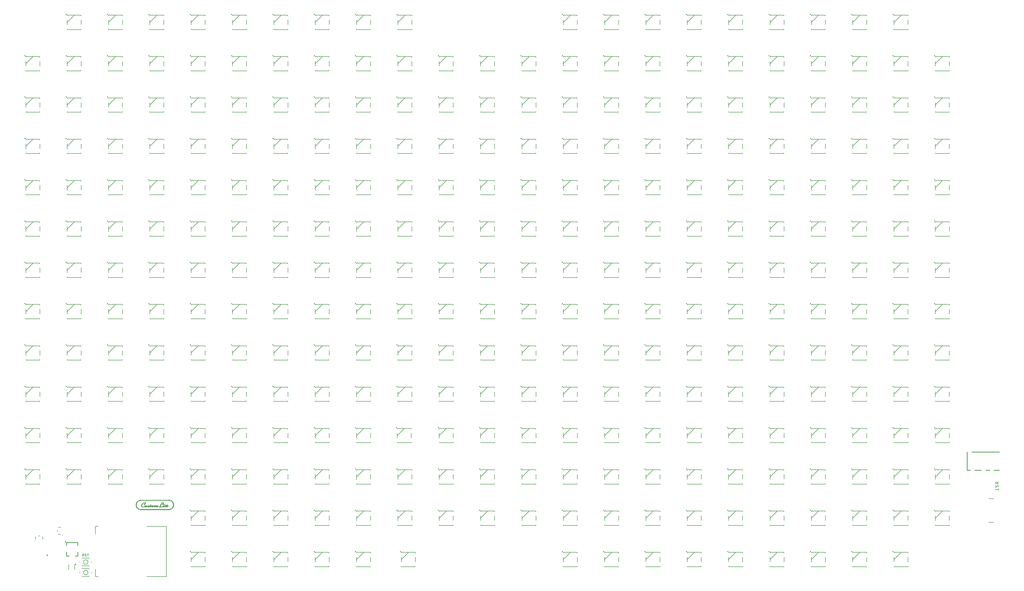
<source format=gto>
G04 EAGLE Gerber RS-274X export*
G75*
%MOMM*%
%FSLAX34Y34*%
%LPD*%
%INSilkscreen Top*%
%IPPOS*%
%AMOC8*
5,1,8,0,0,1.08239X$1,22.5*%
G01*
%ADD10C,0.203200*%
%ADD11C,0.152400*%
%ADD12C,0.508000*%
%ADD13C,0.127000*%
%ADD14C,0.254000*%
%ADD15C,0.254000*%
%ADD16R,10.590000X0.040000*%
%ADD17R,11.000000X0.030000*%
%ADD18R,0.480000X0.040000*%
%ADD19R,0.110000X0.040000*%
%ADD20R,0.600000X0.040000*%
%ADD21R,0.370000X0.040000*%
%ADD22R,0.330000X0.040000*%
%ADD23R,0.300000X0.030000*%
%ADD24R,0.220000X0.030000*%
%ADD25R,0.110000X0.030000*%
%ADD26R,0.220000X0.040000*%
%ADD27R,10.820000X0.040000*%
%ADD28R,0.250000X0.040000*%
%ADD29R,11.110000X0.040000*%
%ADD30R,2.340000X0.040000*%
%ADD31R,0.070000X0.040000*%
%ADD32R,0.180000X0.040000*%
%ADD33R,1.780000X0.040000*%
%ADD34R,0.190000X0.030000*%
%ADD35R,0.370000X0.030000*%
%ADD36R,0.410000X0.030000*%
%ADD37R,0.190000X0.040000*%
%ADD38R,0.300000X0.040000*%
%ADD39R,0.260000X0.040000*%
%ADD40R,0.140000X0.030000*%
%ADD41R,0.250000X0.030000*%
%ADD42R,0.150000X0.040000*%
%ADD43R,0.230000X0.040000*%
%ADD44R,0.140000X0.040000*%
%ADD45R,0.230000X0.030000*%
%ADD46R,0.150000X0.030000*%
%ADD47R,0.120000X0.040000*%
%ADD48R,0.180000X0.030000*%
%ADD49R,0.120000X0.030000*%
%ADD50R,0.550000X0.040000*%
%ADD51R,0.670000X0.040000*%
%ADD52R,0.630000X0.040000*%
%ADD53R,0.750000X0.030000*%
%ADD54R,0.670000X0.030000*%
%ADD55R,0.820000X0.040000*%
%ADD56R,0.340000X0.040000*%
%ADD57R,0.330000X0.030000*%
%ADD58R,0.260000X0.030000*%
%ADD59R,0.290000X0.030000*%
%ADD60R,0.290000X0.040000*%
%ADD61R,0.340000X0.030000*%
%ADD62R,0.070000X0.030000*%
%ADD63R,0.080000X0.040000*%
%ADD64R,0.080000X0.030000*%
%ADD65R,1.230000X0.040000*%
%ADD66R,0.700000X0.030000*%
%ADD67R,1.330000X0.030000*%
%ADD68R,0.740000X0.040000*%
%ADD69R,0.520000X0.040000*%
%ADD70R,1.330000X0.040000*%
%ADD71R,0.710000X0.040000*%
%ADD72R,0.040000X0.040000*%
%ADD73R,1.340000X0.040000*%
%ADD74R,1.260000X0.030000*%
%ADD75R,0.450000X0.040000*%
%ADD76R,0.780000X0.040000*%
%ADD77R,0.410000X0.040000*%
%ADD78R,0.510000X0.040000*%
%ADD79R,0.890000X0.040000*%
%ADD80R,1.820000X0.040000*%
%ADD81R,0.400000X0.040000*%
%ADD82R,0.480000X0.030000*%
%ADD83R,1.740000X0.030000*%
%ADD84R,0.440000X0.030000*%
%ADD85R,1.740000X0.040000*%
%ADD86R,0.440000X0.040000*%
%ADD87R,0.590000X0.030000*%
%ADD88R,0.960000X0.030000*%
%ADD89R,0.520000X0.030000*%
%ADD90R,1.410000X0.030000*%
%ADD91R,0.560000X0.030000*%
%ADD92R,1.600000X0.040000*%
%ADD93R,0.490000X0.040000*%
%ADD94R,2.230000X0.040000*%
%ADD95R,1.070000X0.040000*%
%ADD96R,1.960000X0.040000*%
%ADD97R,0.590000X0.040000*%
%ADD98R,0.700000X0.040000*%
%ADD99R,1.850000X0.040000*%
%ADD100R,1.040000X0.030000*%
%ADD101R,1.290000X0.030000*%
%ADD102R,0.550000X0.030000*%
%ADD103R,1.260000X0.040000*%
%ADD104R,1.190000X0.040000*%
%ADD105R,0.040000X0.030000*%
%ADD106R,0.380000X0.040000*%
%ADD107R,11.220000X0.030000*%
%ADD108R,11.030000X0.040000*%
%ADD109R,3.220000X0.040000*%
%ADD110R,3.590000X0.040000*%
%ADD111R,4.960000X0.040000*%
%ADD112R,2.300000X0.040000*%
%ADD113R,3.810000X0.040000*%
%ADD114R,10.850000X0.040000*%
%ADD115R,2.110000X0.030000*%
%ADD116R,1.630000X0.030000*%
%ADD117C,0.406400*%


D10*
X3588937Y364616D02*
X3586566Y367579D01*
X3597234Y367579D01*
X3597234Y364616D02*
X3597234Y370543D01*
X3597234Y376046D02*
X3597234Y379602D01*
X3597232Y379697D01*
X3597226Y379793D01*
X3597217Y379888D01*
X3597203Y379982D01*
X3597186Y380076D01*
X3597165Y380169D01*
X3597140Y380262D01*
X3597112Y380353D01*
X3597080Y380443D01*
X3597044Y380531D01*
X3597005Y380618D01*
X3596962Y380704D01*
X3596916Y380788D01*
X3596867Y380869D01*
X3596814Y380949D01*
X3596758Y381026D01*
X3596700Y381102D01*
X3596638Y381174D01*
X3596573Y381244D01*
X3596505Y381312D01*
X3596435Y381377D01*
X3596363Y381439D01*
X3596287Y381497D01*
X3596210Y381553D01*
X3596130Y381606D01*
X3596049Y381655D01*
X3595965Y381701D01*
X3595879Y381744D01*
X3595792Y381783D01*
X3595704Y381819D01*
X3595614Y381851D01*
X3595523Y381879D01*
X3595430Y381904D01*
X3595337Y381925D01*
X3595243Y381942D01*
X3595149Y381956D01*
X3595054Y381965D01*
X3594958Y381971D01*
X3594863Y381973D01*
X3593678Y381973D01*
X3593583Y381971D01*
X3593487Y381965D01*
X3593392Y381956D01*
X3593298Y381942D01*
X3593204Y381925D01*
X3593111Y381904D01*
X3593018Y381879D01*
X3592927Y381851D01*
X3592837Y381819D01*
X3592749Y381783D01*
X3592662Y381744D01*
X3592576Y381701D01*
X3592493Y381655D01*
X3592411Y381606D01*
X3592331Y381553D01*
X3592254Y381497D01*
X3592178Y381439D01*
X3592106Y381377D01*
X3592036Y381312D01*
X3591968Y381244D01*
X3591903Y381174D01*
X3591841Y381102D01*
X3591783Y381026D01*
X3591727Y380949D01*
X3591674Y380869D01*
X3591625Y380788D01*
X3591579Y380704D01*
X3591536Y380618D01*
X3591497Y380531D01*
X3591461Y380443D01*
X3591429Y380353D01*
X3591401Y380262D01*
X3591376Y380169D01*
X3591355Y380076D01*
X3591338Y379982D01*
X3591324Y379888D01*
X3591315Y379793D01*
X3591309Y379698D01*
X3591307Y379602D01*
X3591307Y376046D01*
X3586566Y376046D01*
X3586566Y381973D01*
X3586566Y387967D02*
X3597234Y387967D01*
X3586566Y387967D02*
X3586566Y390931D01*
X3586568Y391038D01*
X3586574Y391145D01*
X3586583Y391251D01*
X3586597Y391357D01*
X3586614Y391463D01*
X3586635Y391568D01*
X3586660Y391672D01*
X3586689Y391775D01*
X3586721Y391877D01*
X3586757Y391978D01*
X3586797Y392077D01*
X3586840Y392175D01*
X3586887Y392271D01*
X3586937Y392366D01*
X3586990Y392459D01*
X3587047Y392549D01*
X3587107Y392638D01*
X3587170Y392724D01*
X3587236Y392808D01*
X3587306Y392890D01*
X3587378Y392969D01*
X3587453Y393045D01*
X3587531Y393119D01*
X3587611Y393189D01*
X3587694Y393257D01*
X3587779Y393322D01*
X3587866Y393383D01*
X3587956Y393442D01*
X3588048Y393497D01*
X3588141Y393549D01*
X3588237Y393597D01*
X3588334Y393642D01*
X3588432Y393684D01*
X3588532Y393721D01*
X3588634Y393756D01*
X3588736Y393786D01*
X3588840Y393813D01*
X3588944Y393836D01*
X3589050Y393855D01*
X3589156Y393870D01*
X3589262Y393882D01*
X3589369Y393890D01*
X3589476Y393894D01*
X3589582Y393894D01*
X3589689Y393890D01*
X3589796Y393882D01*
X3589902Y393870D01*
X3590008Y393855D01*
X3590114Y393836D01*
X3590218Y393813D01*
X3590322Y393786D01*
X3590424Y393756D01*
X3590526Y393721D01*
X3590626Y393684D01*
X3590724Y393642D01*
X3590821Y393597D01*
X3590917Y393549D01*
X3591011Y393497D01*
X3591102Y393442D01*
X3591192Y393383D01*
X3591279Y393322D01*
X3591364Y393257D01*
X3591447Y393189D01*
X3591527Y393119D01*
X3591605Y393045D01*
X3591680Y392969D01*
X3591752Y392890D01*
X3591822Y392808D01*
X3591888Y392724D01*
X3591951Y392638D01*
X3592011Y392549D01*
X3592068Y392459D01*
X3592121Y392366D01*
X3592171Y392271D01*
X3592218Y392175D01*
X3592261Y392077D01*
X3592301Y391978D01*
X3592337Y391877D01*
X3592369Y391775D01*
X3592398Y391672D01*
X3592423Y391568D01*
X3592444Y391463D01*
X3592461Y391357D01*
X3592475Y391251D01*
X3592484Y391145D01*
X3592490Y391038D01*
X3592492Y390931D01*
X3592493Y390931D02*
X3592493Y387967D01*
X3592493Y391523D02*
X3597234Y393894D01*
D11*
X274709Y133218D02*
X274709Y124582D01*
X274709Y133218D02*
X277108Y133218D01*
X277205Y133216D01*
X277301Y133210D01*
X277397Y133201D01*
X277493Y133187D01*
X277588Y133170D01*
X277682Y133148D01*
X277775Y133123D01*
X277868Y133095D01*
X277959Y133062D01*
X278048Y133026D01*
X278136Y132986D01*
X278223Y132943D01*
X278308Y132897D01*
X278390Y132847D01*
X278471Y132793D01*
X278549Y132737D01*
X278625Y132677D01*
X278699Y132615D01*
X278770Y132549D01*
X278838Y132481D01*
X278904Y132410D01*
X278966Y132336D01*
X279026Y132260D01*
X279082Y132182D01*
X279136Y132101D01*
X279186Y132018D01*
X279232Y131934D01*
X279275Y131847D01*
X279315Y131759D01*
X279351Y131670D01*
X279384Y131579D01*
X279412Y131486D01*
X279437Y131393D01*
X279459Y131299D01*
X279476Y131204D01*
X279490Y131108D01*
X279499Y131012D01*
X279505Y130916D01*
X279507Y130819D01*
X279505Y130722D01*
X279499Y130626D01*
X279490Y130530D01*
X279476Y130434D01*
X279459Y130339D01*
X279437Y130245D01*
X279412Y130152D01*
X279384Y130059D01*
X279351Y129968D01*
X279315Y129879D01*
X279275Y129791D01*
X279232Y129704D01*
X279186Y129619D01*
X279136Y129537D01*
X279082Y129456D01*
X279026Y129378D01*
X278966Y129302D01*
X278904Y129228D01*
X278838Y129157D01*
X278770Y129089D01*
X278699Y129023D01*
X278625Y128961D01*
X278549Y128901D01*
X278471Y128845D01*
X278390Y128791D01*
X278308Y128741D01*
X278223Y128695D01*
X278136Y128652D01*
X278048Y128612D01*
X277959Y128576D01*
X277868Y128543D01*
X277775Y128515D01*
X277682Y128490D01*
X277588Y128468D01*
X277493Y128451D01*
X277397Y128437D01*
X277301Y128428D01*
X277205Y128422D01*
X277108Y128420D01*
X274709Y128420D01*
X277588Y128420D02*
X279507Y124582D01*
X286342Y124582D02*
X286428Y124584D01*
X286514Y124590D01*
X286600Y124599D01*
X286685Y124613D01*
X286769Y124630D01*
X286853Y124651D01*
X286935Y124676D01*
X287016Y124704D01*
X287096Y124736D01*
X287175Y124772D01*
X287251Y124811D01*
X287326Y124854D01*
X287399Y124899D01*
X287470Y124949D01*
X287538Y125001D01*
X287605Y125056D01*
X287668Y125114D01*
X287729Y125175D01*
X287787Y125238D01*
X287842Y125305D01*
X287895Y125373D01*
X287944Y125444D01*
X287989Y125517D01*
X288032Y125592D01*
X288071Y125668D01*
X288107Y125747D01*
X288139Y125827D01*
X288167Y125908D01*
X288192Y125990D01*
X288213Y126074D01*
X288230Y126158D01*
X288244Y126243D01*
X288253Y126329D01*
X288259Y126415D01*
X288261Y126501D01*
X286342Y124582D02*
X286219Y124584D01*
X286096Y124589D01*
X285973Y124599D01*
X285851Y124612D01*
X285729Y124629D01*
X285607Y124649D01*
X285487Y124673D01*
X285367Y124701D01*
X285248Y124732D01*
X285130Y124767D01*
X285013Y124806D01*
X284897Y124848D01*
X284783Y124894D01*
X284670Y124943D01*
X284559Y124995D01*
X284449Y125051D01*
X284341Y125110D01*
X284235Y125173D01*
X284130Y125238D01*
X284028Y125307D01*
X283928Y125379D01*
X283831Y125454D01*
X283735Y125531D01*
X283642Y125612D01*
X283551Y125695D01*
X283463Y125781D01*
X283704Y131299D02*
X283706Y131385D01*
X283712Y131471D01*
X283721Y131557D01*
X283735Y131642D01*
X283752Y131726D01*
X283773Y131810D01*
X283798Y131892D01*
X283826Y131973D01*
X283858Y132053D01*
X283894Y132132D01*
X283933Y132208D01*
X283976Y132283D01*
X284021Y132356D01*
X284070Y132427D01*
X284123Y132495D01*
X284178Y132562D01*
X284236Y132625D01*
X284297Y132686D01*
X284360Y132744D01*
X284427Y132799D01*
X284495Y132852D01*
X284566Y132901D01*
X284639Y132946D01*
X284714Y132989D01*
X284790Y133028D01*
X284869Y133064D01*
X284949Y133096D01*
X285030Y133124D01*
X285112Y133149D01*
X285196Y133170D01*
X285280Y133187D01*
X285365Y133201D01*
X285451Y133210D01*
X285537Y133216D01*
X285623Y133218D01*
X285739Y133216D01*
X285854Y133211D01*
X285970Y133201D01*
X286085Y133188D01*
X286199Y133172D01*
X286313Y133151D01*
X286427Y133127D01*
X286539Y133099D01*
X286650Y133068D01*
X286761Y133033D01*
X286870Y132995D01*
X286978Y132953D01*
X287084Y132908D01*
X287190Y132859D01*
X287293Y132807D01*
X287395Y132752D01*
X287494Y132693D01*
X287592Y132631D01*
X287688Y132566D01*
X287782Y132498D01*
X284663Y129620D02*
X284589Y129666D01*
X284516Y129716D01*
X284446Y129769D01*
X284378Y129825D01*
X284313Y129884D01*
X284250Y129946D01*
X284191Y130011D01*
X284134Y130078D01*
X284080Y130148D01*
X284030Y130220D01*
X283983Y130294D01*
X283939Y130370D01*
X283899Y130449D01*
X283863Y130529D01*
X283830Y130610D01*
X283801Y130693D01*
X283775Y130778D01*
X283753Y130863D01*
X283736Y130949D01*
X283722Y131036D01*
X283712Y131123D01*
X283706Y131211D01*
X283704Y131299D01*
X287302Y128180D02*
X287376Y128134D01*
X287449Y128084D01*
X287519Y128031D01*
X287587Y127975D01*
X287652Y127916D01*
X287715Y127854D01*
X287774Y127789D01*
X287831Y127722D01*
X287885Y127652D01*
X287935Y127580D01*
X287982Y127506D01*
X288026Y127430D01*
X288066Y127351D01*
X288102Y127271D01*
X288135Y127190D01*
X288164Y127107D01*
X288190Y127022D01*
X288212Y126937D01*
X288229Y126851D01*
X288243Y126764D01*
X288253Y126677D01*
X288259Y126589D01*
X288261Y126501D01*
X287302Y128180D02*
X284663Y129620D01*
X294092Y133218D02*
X294092Y124582D01*
X291693Y133218D02*
X296491Y133218D01*
D12*
X248135Y94610D03*
D10*
X245976Y90673D02*
X245976Y76957D01*
X223624Y76957D02*
X223624Y91943D01*
X244579Y76957D02*
X245976Y76957D01*
X225021Y76957D02*
X223624Y76957D01*
X244579Y91943D02*
X245976Y90673D01*
X225021Y91943D02*
X223624Y91943D01*
D13*
X277550Y103500D02*
X277552Y103698D01*
X277560Y103895D01*
X277572Y104092D01*
X277589Y104289D01*
X277611Y104485D01*
X277637Y104681D01*
X277669Y104876D01*
X277705Y105070D01*
X277746Y105264D01*
X277791Y105456D01*
X277842Y105647D01*
X277897Y105837D01*
X277956Y106025D01*
X278021Y106212D01*
X278089Y106397D01*
X278163Y106581D01*
X278241Y106762D01*
X278323Y106942D01*
X278410Y107119D01*
X278501Y107295D01*
X278596Y107468D01*
X278695Y107639D01*
X278799Y107807D01*
X278907Y107972D01*
X279018Y108135D01*
X279134Y108295D01*
X279254Y108453D01*
X279377Y108607D01*
X279504Y108758D01*
X279635Y108906D01*
X279770Y109051D01*
X279908Y109192D01*
X280049Y109330D01*
X280194Y109465D01*
X280342Y109596D01*
X280493Y109723D01*
X280647Y109846D01*
X280805Y109966D01*
X280965Y110082D01*
X281128Y110193D01*
X281293Y110301D01*
X281461Y110405D01*
X281632Y110504D01*
X281805Y110599D01*
X281981Y110690D01*
X282158Y110777D01*
X282338Y110859D01*
X282519Y110937D01*
X282703Y111011D01*
X282888Y111079D01*
X283075Y111144D01*
X283263Y111203D01*
X283453Y111258D01*
X283644Y111309D01*
X283836Y111354D01*
X284030Y111395D01*
X284224Y111431D01*
X284419Y111463D01*
X284615Y111489D01*
X284811Y111511D01*
X285008Y111528D01*
X285205Y111540D01*
X285402Y111548D01*
X285600Y111550D01*
X285798Y111548D01*
X285995Y111540D01*
X286192Y111528D01*
X286389Y111511D01*
X286585Y111489D01*
X286781Y111463D01*
X286976Y111431D01*
X287170Y111395D01*
X287364Y111354D01*
X287556Y111309D01*
X287747Y111258D01*
X287937Y111203D01*
X288125Y111144D01*
X288312Y111079D01*
X288497Y111011D01*
X288681Y110937D01*
X288862Y110859D01*
X289042Y110777D01*
X289219Y110690D01*
X289395Y110599D01*
X289568Y110504D01*
X289739Y110405D01*
X289907Y110301D01*
X290072Y110193D01*
X290235Y110082D01*
X290395Y109966D01*
X290553Y109846D01*
X290707Y109723D01*
X290858Y109596D01*
X291006Y109465D01*
X291151Y109330D01*
X291292Y109192D01*
X291430Y109051D01*
X291565Y108906D01*
X291696Y108758D01*
X291823Y108607D01*
X291946Y108453D01*
X292066Y108295D01*
X292182Y108135D01*
X292293Y107972D01*
X292401Y107807D01*
X292505Y107639D01*
X292604Y107468D01*
X292699Y107295D01*
X292790Y107119D01*
X292877Y106942D01*
X292959Y106762D01*
X293037Y106581D01*
X293111Y106397D01*
X293179Y106212D01*
X293244Y106025D01*
X293303Y105837D01*
X293358Y105647D01*
X293409Y105456D01*
X293454Y105264D01*
X293495Y105070D01*
X293531Y104876D01*
X293563Y104681D01*
X293589Y104485D01*
X293611Y104289D01*
X293628Y104092D01*
X293640Y103895D01*
X293648Y103698D01*
X293650Y103500D01*
X293648Y103302D01*
X293640Y103105D01*
X293628Y102908D01*
X293611Y102711D01*
X293589Y102515D01*
X293563Y102319D01*
X293531Y102124D01*
X293495Y101930D01*
X293454Y101736D01*
X293409Y101544D01*
X293358Y101353D01*
X293303Y101163D01*
X293244Y100975D01*
X293179Y100788D01*
X293111Y100603D01*
X293037Y100419D01*
X292959Y100238D01*
X292877Y100058D01*
X292790Y99881D01*
X292699Y99705D01*
X292604Y99532D01*
X292505Y99361D01*
X292401Y99193D01*
X292293Y99028D01*
X292182Y98865D01*
X292066Y98705D01*
X291946Y98547D01*
X291823Y98393D01*
X291696Y98242D01*
X291565Y98094D01*
X291430Y97949D01*
X291292Y97808D01*
X291151Y97670D01*
X291006Y97535D01*
X290858Y97404D01*
X290707Y97277D01*
X290553Y97154D01*
X290395Y97034D01*
X290235Y96918D01*
X290072Y96807D01*
X289907Y96699D01*
X289739Y96595D01*
X289568Y96496D01*
X289395Y96401D01*
X289219Y96310D01*
X289042Y96223D01*
X288862Y96141D01*
X288681Y96063D01*
X288497Y95989D01*
X288312Y95921D01*
X288125Y95856D01*
X287937Y95797D01*
X287747Y95742D01*
X287556Y95691D01*
X287364Y95646D01*
X287170Y95605D01*
X286976Y95569D01*
X286781Y95537D01*
X286585Y95511D01*
X286389Y95489D01*
X286192Y95472D01*
X285995Y95460D01*
X285798Y95452D01*
X285600Y95450D01*
X285402Y95452D01*
X285205Y95460D01*
X285008Y95472D01*
X284811Y95489D01*
X284615Y95511D01*
X284419Y95537D01*
X284224Y95569D01*
X284030Y95605D01*
X283836Y95646D01*
X283644Y95691D01*
X283453Y95742D01*
X283263Y95797D01*
X283075Y95856D01*
X282888Y95921D01*
X282703Y95989D01*
X282519Y96063D01*
X282338Y96141D01*
X282158Y96223D01*
X281981Y96310D01*
X281805Y96401D01*
X281632Y96496D01*
X281461Y96595D01*
X281293Y96699D01*
X281128Y96807D01*
X280965Y96918D01*
X280805Y97034D01*
X280647Y97154D01*
X280493Y97277D01*
X280342Y97404D01*
X280194Y97535D01*
X280049Y97670D01*
X279908Y97808D01*
X279770Y97949D01*
X279635Y98094D01*
X279504Y98242D01*
X279377Y98393D01*
X279254Y98547D01*
X279134Y98705D01*
X279018Y98865D01*
X278907Y99028D01*
X278799Y99193D01*
X278695Y99361D01*
X278596Y99532D01*
X278501Y99705D01*
X278410Y99881D01*
X278323Y100058D01*
X278241Y100238D01*
X278163Y100419D01*
X278089Y100603D01*
X278021Y100788D01*
X277956Y100975D01*
X277897Y101163D01*
X277842Y101353D01*
X277791Y101544D01*
X277746Y101736D01*
X277705Y101930D01*
X277669Y102124D01*
X277637Y102319D01*
X277611Y102515D01*
X277589Y102711D01*
X277572Y102908D01*
X277560Y103105D01*
X277552Y103302D01*
X277550Y103500D01*
D10*
X272220Y117500D02*
X298980Y117500D01*
X298980Y89500D02*
X272220Y89500D01*
X306600Y102200D02*
X306600Y104800D01*
X264600Y104800D02*
X264600Y102200D01*
D13*
X277550Y65400D02*
X277552Y65598D01*
X277560Y65795D01*
X277572Y65992D01*
X277589Y66189D01*
X277611Y66385D01*
X277637Y66581D01*
X277669Y66776D01*
X277705Y66970D01*
X277746Y67164D01*
X277791Y67356D01*
X277842Y67547D01*
X277897Y67737D01*
X277956Y67925D01*
X278021Y68112D01*
X278089Y68297D01*
X278163Y68481D01*
X278241Y68662D01*
X278323Y68842D01*
X278410Y69019D01*
X278501Y69195D01*
X278596Y69368D01*
X278695Y69539D01*
X278799Y69707D01*
X278907Y69872D01*
X279018Y70035D01*
X279134Y70195D01*
X279254Y70353D01*
X279377Y70507D01*
X279504Y70658D01*
X279635Y70806D01*
X279770Y70951D01*
X279908Y71092D01*
X280049Y71230D01*
X280194Y71365D01*
X280342Y71496D01*
X280493Y71623D01*
X280647Y71746D01*
X280805Y71866D01*
X280965Y71982D01*
X281128Y72093D01*
X281293Y72201D01*
X281461Y72305D01*
X281632Y72404D01*
X281805Y72499D01*
X281981Y72590D01*
X282158Y72677D01*
X282338Y72759D01*
X282519Y72837D01*
X282703Y72911D01*
X282888Y72979D01*
X283075Y73044D01*
X283263Y73103D01*
X283453Y73158D01*
X283644Y73209D01*
X283836Y73254D01*
X284030Y73295D01*
X284224Y73331D01*
X284419Y73363D01*
X284615Y73389D01*
X284811Y73411D01*
X285008Y73428D01*
X285205Y73440D01*
X285402Y73448D01*
X285600Y73450D01*
X285798Y73448D01*
X285995Y73440D01*
X286192Y73428D01*
X286389Y73411D01*
X286585Y73389D01*
X286781Y73363D01*
X286976Y73331D01*
X287170Y73295D01*
X287364Y73254D01*
X287556Y73209D01*
X287747Y73158D01*
X287937Y73103D01*
X288125Y73044D01*
X288312Y72979D01*
X288497Y72911D01*
X288681Y72837D01*
X288862Y72759D01*
X289042Y72677D01*
X289219Y72590D01*
X289395Y72499D01*
X289568Y72404D01*
X289739Y72305D01*
X289907Y72201D01*
X290072Y72093D01*
X290235Y71982D01*
X290395Y71866D01*
X290553Y71746D01*
X290707Y71623D01*
X290858Y71496D01*
X291006Y71365D01*
X291151Y71230D01*
X291292Y71092D01*
X291430Y70951D01*
X291565Y70806D01*
X291696Y70658D01*
X291823Y70507D01*
X291946Y70353D01*
X292066Y70195D01*
X292182Y70035D01*
X292293Y69872D01*
X292401Y69707D01*
X292505Y69539D01*
X292604Y69368D01*
X292699Y69195D01*
X292790Y69019D01*
X292877Y68842D01*
X292959Y68662D01*
X293037Y68481D01*
X293111Y68297D01*
X293179Y68112D01*
X293244Y67925D01*
X293303Y67737D01*
X293358Y67547D01*
X293409Y67356D01*
X293454Y67164D01*
X293495Y66970D01*
X293531Y66776D01*
X293563Y66581D01*
X293589Y66385D01*
X293611Y66189D01*
X293628Y65992D01*
X293640Y65795D01*
X293648Y65598D01*
X293650Y65400D01*
X293648Y65202D01*
X293640Y65005D01*
X293628Y64808D01*
X293611Y64611D01*
X293589Y64415D01*
X293563Y64219D01*
X293531Y64024D01*
X293495Y63830D01*
X293454Y63636D01*
X293409Y63444D01*
X293358Y63253D01*
X293303Y63063D01*
X293244Y62875D01*
X293179Y62688D01*
X293111Y62503D01*
X293037Y62319D01*
X292959Y62138D01*
X292877Y61958D01*
X292790Y61781D01*
X292699Y61605D01*
X292604Y61432D01*
X292505Y61261D01*
X292401Y61093D01*
X292293Y60928D01*
X292182Y60765D01*
X292066Y60605D01*
X291946Y60447D01*
X291823Y60293D01*
X291696Y60142D01*
X291565Y59994D01*
X291430Y59849D01*
X291292Y59708D01*
X291151Y59570D01*
X291006Y59435D01*
X290858Y59304D01*
X290707Y59177D01*
X290553Y59054D01*
X290395Y58934D01*
X290235Y58818D01*
X290072Y58707D01*
X289907Y58599D01*
X289739Y58495D01*
X289568Y58396D01*
X289395Y58301D01*
X289219Y58210D01*
X289042Y58123D01*
X288862Y58041D01*
X288681Y57963D01*
X288497Y57889D01*
X288312Y57821D01*
X288125Y57756D01*
X287937Y57697D01*
X287747Y57642D01*
X287556Y57591D01*
X287364Y57546D01*
X287170Y57505D01*
X286976Y57469D01*
X286781Y57437D01*
X286585Y57411D01*
X286389Y57389D01*
X286192Y57372D01*
X285995Y57360D01*
X285798Y57352D01*
X285600Y57350D01*
X285402Y57352D01*
X285205Y57360D01*
X285008Y57372D01*
X284811Y57389D01*
X284615Y57411D01*
X284419Y57437D01*
X284224Y57469D01*
X284030Y57505D01*
X283836Y57546D01*
X283644Y57591D01*
X283453Y57642D01*
X283263Y57697D01*
X283075Y57756D01*
X282888Y57821D01*
X282703Y57889D01*
X282519Y57963D01*
X282338Y58041D01*
X282158Y58123D01*
X281981Y58210D01*
X281805Y58301D01*
X281632Y58396D01*
X281461Y58495D01*
X281293Y58599D01*
X281128Y58707D01*
X280965Y58818D01*
X280805Y58934D01*
X280647Y59054D01*
X280493Y59177D01*
X280342Y59304D01*
X280194Y59435D01*
X280049Y59570D01*
X279908Y59708D01*
X279770Y59849D01*
X279635Y59994D01*
X279504Y60142D01*
X279377Y60293D01*
X279254Y60447D01*
X279134Y60605D01*
X279018Y60765D01*
X278907Y60928D01*
X278799Y61093D01*
X278695Y61261D01*
X278596Y61432D01*
X278501Y61605D01*
X278410Y61781D01*
X278323Y61958D01*
X278241Y62138D01*
X278163Y62319D01*
X278089Y62503D01*
X278021Y62688D01*
X277956Y62875D01*
X277897Y63063D01*
X277842Y63253D01*
X277791Y63444D01*
X277746Y63636D01*
X277705Y63830D01*
X277669Y64024D01*
X277637Y64219D01*
X277611Y64415D01*
X277589Y64611D01*
X277572Y64808D01*
X277560Y65005D01*
X277552Y65202D01*
X277550Y65400D01*
D10*
X272220Y51400D02*
X298980Y51400D01*
X298980Y79400D02*
X272220Y79400D01*
X264600Y66700D02*
X264600Y64100D01*
X306600Y64100D02*
X306600Y66700D01*
X321030Y205100D02*
X321030Y232870D01*
X331300Y232870D01*
X321030Y78100D02*
X321030Y50330D01*
X331300Y50330D01*
X508410Y232870D02*
X578570Y232870D01*
X578570Y50330D02*
X508410Y50330D01*
X578570Y50330D02*
X578570Y232870D01*
X129400Y195094D02*
X129400Y186506D01*
X104000Y186506D02*
X104000Y195094D01*
X114016Y197888D02*
X119384Y197888D01*
D14*
X100698Y180640D03*
D13*
X144544Y128500D02*
X144546Y128579D01*
X144552Y128657D01*
X144562Y128736D01*
X144576Y128813D01*
X144594Y128890D01*
X144615Y128966D01*
X144641Y129040D01*
X144670Y129114D01*
X144703Y129185D01*
X144740Y129255D01*
X144780Y129323D01*
X144823Y129389D01*
X144870Y129452D01*
X144919Y129514D01*
X144972Y129572D01*
X145028Y129628D01*
X145086Y129681D01*
X145148Y129730D01*
X145211Y129777D01*
X145277Y129820D01*
X145345Y129860D01*
X145415Y129897D01*
X145486Y129930D01*
X145560Y129959D01*
X145634Y129985D01*
X145710Y130006D01*
X145787Y130024D01*
X145864Y130038D01*
X145943Y130048D01*
X146021Y130054D01*
X146100Y130056D01*
X146179Y130054D01*
X146257Y130048D01*
X146336Y130038D01*
X146413Y130024D01*
X146490Y130006D01*
X146566Y129985D01*
X146640Y129959D01*
X146714Y129930D01*
X146785Y129897D01*
X146855Y129860D01*
X146923Y129820D01*
X146989Y129777D01*
X147052Y129730D01*
X147114Y129681D01*
X147172Y129628D01*
X147228Y129572D01*
X147281Y129514D01*
X147330Y129452D01*
X147377Y129389D01*
X147420Y129323D01*
X147460Y129255D01*
X147497Y129185D01*
X147530Y129114D01*
X147559Y129040D01*
X147585Y128966D01*
X147606Y128890D01*
X147624Y128813D01*
X147638Y128736D01*
X147648Y128657D01*
X147654Y128579D01*
X147656Y128500D01*
X147654Y128421D01*
X147648Y128343D01*
X147638Y128264D01*
X147624Y128187D01*
X147606Y128110D01*
X147585Y128034D01*
X147559Y127960D01*
X147530Y127886D01*
X147497Y127815D01*
X147460Y127745D01*
X147420Y127677D01*
X147377Y127611D01*
X147330Y127548D01*
X147281Y127486D01*
X147228Y127428D01*
X147172Y127372D01*
X147114Y127319D01*
X147052Y127270D01*
X146989Y127223D01*
X146923Y127180D01*
X146855Y127140D01*
X146785Y127103D01*
X146714Y127070D01*
X146640Y127041D01*
X146566Y127015D01*
X146490Y126994D01*
X146413Y126976D01*
X146336Y126962D01*
X146257Y126952D01*
X146179Y126946D01*
X146100Y126944D01*
X146021Y126946D01*
X145943Y126952D01*
X145864Y126962D01*
X145787Y126976D01*
X145710Y126994D01*
X145634Y127015D01*
X145560Y127041D01*
X145486Y127070D01*
X145415Y127103D01*
X145345Y127140D01*
X145277Y127180D01*
X145211Y127223D01*
X145148Y127270D01*
X145086Y127319D01*
X145028Y127372D01*
X144972Y127428D01*
X144919Y127486D01*
X144870Y127548D01*
X144823Y127611D01*
X144780Y127677D01*
X144740Y127745D01*
X144703Y127815D01*
X144670Y127886D01*
X144641Y127960D01*
X144615Y128034D01*
X144594Y128110D01*
X144576Y128187D01*
X144562Y128264D01*
X144552Y128343D01*
X144546Y128421D01*
X144544Y128500D01*
D11*
X3562000Y246800D02*
X3580000Y246800D01*
X3580000Y333200D02*
X3562000Y333200D01*
D15*
X3600000Y503000D02*
X3500000Y503000D01*
X3483000Y503000D02*
X3483000Y437000D01*
X3495000Y437000D01*
X3511000Y437000D02*
X3535000Y437000D01*
X3551000Y437000D02*
X3565000Y437000D01*
X3581000Y437000D02*
X3600000Y437000D01*
X216300Y140000D02*
X216300Y125000D01*
X225300Y125000D01*
X216300Y163000D02*
X216300Y174000D01*
X256300Y174000D01*
X256300Y163000D01*
X256300Y125000D02*
X247300Y125000D01*
X256300Y125000D02*
X256300Y140000D01*
D12*
X212900Y177100D03*
D10*
X194594Y229400D02*
X186006Y229400D01*
X186006Y204000D02*
X194594Y204000D01*
X183212Y214016D02*
X183212Y219384D01*
D14*
X200460Y200698D03*
D16*
X536800Y328400D03*
D17*
X536650Y328050D03*
D18*
X482550Y327700D03*
D19*
X584800Y327700D03*
D20*
X590150Y327700D03*
D21*
X480900Y327300D03*
D22*
X592200Y327300D03*
D23*
X479750Y326950D03*
D24*
X487150Y326950D03*
D25*
X586600Y326950D03*
D23*
X593450Y326950D03*
D26*
X478650Y326600D03*
D27*
X536450Y326600D03*
D28*
X594400Y326600D03*
D26*
X477950Y326200D03*
D29*
X536400Y326200D03*
D26*
X595350Y326200D03*
X477150Y325800D03*
D30*
X491450Y325800D03*
D31*
X567900Y325800D03*
D32*
X572550Y325800D03*
D33*
X584250Y325800D03*
D26*
X596050Y325800D03*
D34*
X476600Y325450D03*
D35*
X480900Y325450D03*
D36*
X592200Y325450D03*
D34*
X596600Y325450D03*
D37*
X475900Y325100D03*
D38*
X479750Y325100D03*
X593450Y325100D03*
D37*
X597000Y325100D03*
X475500Y324700D03*
D39*
X478850Y324700D03*
D26*
X594250Y324700D03*
D32*
X597750Y324700D03*
D40*
X474950Y324350D03*
D41*
X478100Y324350D03*
D24*
X594950Y324350D03*
D34*
X598100Y324350D03*
D42*
X474600Y324000D03*
D26*
X477550Y324000D03*
D43*
X595700Y324000D03*
D44*
X598650Y324000D03*
D19*
X474000Y323600D03*
D37*
X477000Y323600D03*
D39*
X596250Y323600D03*
D42*
X599000Y323600D03*
D25*
X473700Y323250D03*
D24*
X476450Y323250D03*
D45*
X596800Y323250D03*
D46*
X599400Y323250D03*
D19*
X473300Y322900D03*
D37*
X475900Y322900D03*
D32*
X597350Y322900D03*
D42*
X599800Y322900D03*
D37*
X472900Y322500D03*
X475500Y322500D03*
D32*
X597750Y322500D03*
D42*
X600100Y322500D03*
D47*
X472550Y322100D03*
D32*
X475150Y322100D03*
D37*
X598100Y322100D03*
D42*
X600500Y322100D03*
D46*
X472400Y321750D03*
X474600Y321750D03*
D48*
X598450Y321750D03*
D46*
X600900Y321750D03*
D42*
X472000Y321400D03*
X474200Y321400D03*
D32*
X598850Y321400D03*
D44*
X601250Y321400D03*
D42*
X471600Y321000D03*
D44*
X473850Y321000D03*
D37*
X599200Y321000D03*
D42*
X601600Y321000D03*
D25*
X471400Y320650D03*
D46*
X473500Y320650D03*
D34*
X599600Y320650D03*
D25*
X601800Y320650D03*
D19*
X471100Y320300D03*
D37*
X473300Y320300D03*
D32*
X599950Y320300D03*
D19*
X602200Y320300D03*
D42*
X470900Y319900D03*
X473100Y319900D03*
X600100Y319900D03*
X602400Y319900D03*
D25*
X470700Y319550D03*
D46*
X472700Y319550D03*
X600500Y319550D03*
D49*
X602550Y319550D03*
D19*
X470300Y319200D03*
D42*
X472400Y319200D03*
D21*
X500100Y319200D03*
X565700Y319200D03*
D19*
X600700Y319200D03*
X602900Y319200D03*
X470300Y318800D03*
D42*
X472400Y318800D03*
D50*
X499600Y318800D03*
X565500Y318800D03*
D42*
X600900Y318800D03*
D19*
X602900Y318800D03*
D47*
X469950Y318400D03*
D42*
X472000Y318400D03*
D51*
X499400Y318400D03*
D52*
X565500Y318400D03*
D44*
X601250Y318400D03*
D42*
X603100Y318400D03*
D49*
X469950Y318050D03*
D25*
X471800Y318050D03*
D53*
X499400Y318050D03*
D54*
X565300Y318050D03*
D40*
X601250Y318050D03*
D25*
X603300Y318050D03*
D19*
X469600Y317700D03*
D42*
X471600Y317700D03*
D55*
X499050Y317700D03*
D22*
X562900Y317700D03*
D38*
X567550Y317700D03*
D42*
X601600Y317700D03*
D19*
X603700Y317700D03*
X469600Y317300D03*
X471400Y317300D03*
D56*
X496250Y317300D03*
D39*
X501850Y317300D03*
D38*
X562350Y317300D03*
D39*
X567750Y317300D03*
D19*
X601800Y317300D03*
X603700Y317300D03*
D25*
X469200Y316950D03*
D40*
X471250Y316950D03*
D57*
X495500Y316950D03*
D58*
X501850Y316950D03*
D59*
X562000Y316950D03*
D58*
X567750Y316950D03*
D46*
X602000Y316950D03*
D25*
X604000Y316950D03*
D19*
X469200Y316600D03*
X471100Y316600D03*
D38*
X494950Y316600D03*
D39*
X501850Y316600D03*
D38*
X561650Y316600D03*
D39*
X567750Y316600D03*
D19*
X602200Y316600D03*
X604000Y316600D03*
D42*
X469000Y316200D03*
X470900Y316200D03*
D60*
X494600Y316200D03*
D39*
X501850Y316200D03*
X561450Y316200D03*
X567750Y316200D03*
D42*
X602400Y316200D03*
D19*
X604000Y316200D03*
X468800Y315800D03*
X470700Y315800D03*
D39*
X494050Y315800D03*
X501850Y315800D03*
D38*
X561250Y315800D03*
D39*
X567750Y315800D03*
D42*
X602400Y315800D03*
D19*
X604400Y315800D03*
D25*
X468800Y315450D03*
X470700Y315450D03*
D23*
X493450Y315450D03*
D58*
X501450Y315450D03*
D23*
X560850Y315450D03*
D58*
X567350Y315450D03*
D49*
X602550Y315450D03*
D25*
X604400Y315450D03*
D19*
X468800Y315100D03*
D42*
X470500Y315100D03*
D60*
X493100Y315100D03*
D39*
X501450Y315100D03*
D60*
X560500Y315100D03*
D39*
X567350Y315100D03*
D47*
X602550Y315100D03*
D19*
X604400Y315100D03*
X468500Y314700D03*
X470300Y314700D03*
D38*
X492750Y314700D03*
D26*
X501250Y314700D03*
D60*
X560500Y314700D03*
D38*
X567150Y314700D03*
D42*
X602700Y314700D03*
D19*
X604800Y314700D03*
D25*
X468500Y314350D03*
X470300Y314350D03*
D23*
X492350Y314350D03*
D58*
X501050Y314350D03*
D23*
X560150Y314350D03*
D58*
X566950Y314350D03*
D25*
X602900Y314350D03*
X604800Y314350D03*
D19*
X468500Y314000D03*
X470300Y314000D03*
D39*
X492150Y314000D03*
X500650Y314000D03*
D56*
X559950Y314000D03*
D39*
X566650Y314000D03*
D19*
X602900Y314000D03*
X604800Y314000D03*
X468500Y313600D03*
D47*
X469950Y313600D03*
D39*
X491850Y313600D03*
X500650Y313600D03*
D38*
X559750Y313600D03*
X566450Y313600D03*
D19*
X602900Y313600D03*
X604800Y313600D03*
D25*
X468100Y313250D03*
D49*
X469950Y313250D03*
D58*
X491450Y313250D03*
X500350Y313250D03*
D57*
X559600Y313250D03*
D23*
X566050Y313250D03*
D34*
X570700Y313250D03*
D46*
X603100Y313250D03*
D25*
X605100Y313250D03*
D19*
X468100Y312900D03*
D47*
X469950Y312900D03*
D38*
X491250Y312900D03*
D39*
X499950Y312900D03*
D60*
X559400Y312900D03*
D39*
X565850Y312900D03*
X570650Y312900D03*
D19*
X603300Y312900D03*
X605100Y312900D03*
X468100Y312500D03*
D47*
X469950Y312500D03*
D38*
X490850Y312500D03*
D39*
X499550Y312500D03*
D22*
X559200Y312500D03*
D60*
X565700Y312500D03*
X570500Y312500D03*
D19*
X603300Y312500D03*
X605100Y312500D03*
X468100Y312100D03*
D47*
X469950Y312100D03*
D60*
X490500Y312100D03*
X499400Y312100D03*
D38*
X559050Y312100D03*
X565350Y312100D03*
D22*
X570300Y312100D03*
D19*
X603300Y312100D03*
X605100Y312100D03*
D25*
X468100Y311750D03*
D49*
X469950Y311750D03*
D59*
X490500Y311750D03*
D58*
X499250Y311750D03*
D61*
X558850Y311750D03*
D23*
X564950Y311750D03*
D57*
X570300Y311750D03*
D25*
X603300Y311750D03*
X605100Y311750D03*
D19*
X468100Y311400D03*
D47*
X469950Y311400D03*
D38*
X490150Y311400D03*
D39*
X498850Y311400D03*
D32*
X522550Y311400D03*
D38*
X558650Y311400D03*
D60*
X564600Y311400D03*
D21*
X570100Y311400D03*
D42*
X576100Y311400D03*
D47*
X582550Y311400D03*
D19*
X603300Y311400D03*
X605100Y311400D03*
X468100Y311000D03*
D47*
X469950Y311000D03*
D38*
X490150Y311000D03*
D39*
X498450Y311000D03*
D26*
X522350Y311000D03*
D22*
X558500Y311000D03*
D60*
X564200Y311000D03*
D21*
X570100Y311000D03*
D26*
X576450Y311000D03*
X582750Y311000D03*
D19*
X603300Y311000D03*
X605100Y311000D03*
D62*
X467900Y310650D03*
D49*
X469950Y310650D03*
D23*
X489750Y310650D03*
D59*
X497900Y310650D03*
D23*
X522350Y310650D03*
D59*
X558300Y310650D03*
D23*
X563450Y310650D03*
X570150Y310650D03*
D58*
X576250Y310650D03*
X582550Y310650D03*
D46*
X603500Y310650D03*
D25*
X605100Y310650D03*
D31*
X467900Y310300D03*
D63*
X469750Y310300D03*
D38*
X489750Y310300D03*
D39*
X497750Y310300D03*
X522150Y310300D03*
D22*
X558100Y310300D03*
D39*
X563250Y310300D03*
X569950Y310300D03*
X576250Y310300D03*
X582550Y310300D03*
D42*
X603500Y310300D03*
D31*
X605300Y310300D03*
X467900Y309900D03*
D42*
X469800Y309900D03*
D60*
X489400Y309900D03*
D32*
X497350Y309900D03*
D60*
X522000Y309900D03*
D22*
X558100Y309900D03*
D43*
X563100Y309900D03*
D32*
X569950Y309900D03*
D39*
X575850Y309900D03*
X582150Y309900D03*
D42*
X603500Y309900D03*
D31*
X605300Y309900D03*
D62*
X467900Y309550D03*
D46*
X469800Y309550D03*
D59*
X489400Y309550D03*
D64*
X497550Y309550D03*
D59*
X522000Y309550D03*
D57*
X557700Y309550D03*
D59*
X575700Y309550D03*
D58*
X582150Y309550D03*
D25*
X603300Y309550D03*
D62*
X605300Y309550D03*
D19*
X468100Y309200D03*
D47*
X469950Y309200D03*
D22*
X489200Y309200D03*
D38*
X521650Y309200D03*
D22*
X557700Y309200D03*
D39*
X575550Y309200D03*
X581850Y309200D03*
D19*
X603300Y309200D03*
X605100Y309200D03*
X468100Y308800D03*
D47*
X469950Y308800D03*
D38*
X489050Y308800D03*
D31*
X514200Y308800D03*
D38*
X521650Y308800D03*
X557550Y308800D03*
X575350Y308800D03*
X581650Y308800D03*
D19*
X603300Y308800D03*
X605100Y308800D03*
X468100Y308400D03*
D47*
X469950Y308400D03*
D38*
X489050Y308400D03*
D42*
X514200Y308400D03*
D52*
X521100Y308400D03*
D63*
X536050Y308400D03*
D56*
X557350Y308400D03*
D65*
X578100Y308400D03*
D19*
X603300Y308400D03*
X605100Y308400D03*
D25*
X468100Y308050D03*
D49*
X469950Y308050D03*
D61*
X488850Y308050D03*
D45*
X502000Y308050D03*
D24*
X507150Y308050D03*
X513850Y308050D03*
D66*
X521050Y308050D03*
D48*
X527750Y308050D03*
X529950Y308050D03*
D24*
X536050Y308050D03*
D46*
X540500Y308050D03*
X545300Y308050D03*
D23*
X557150Y308050D03*
D48*
X568450Y308050D03*
D67*
X577900Y308050D03*
D25*
X603300Y308050D03*
X605100Y308050D03*
D19*
X468100Y307700D03*
D47*
X469950Y307700D03*
D38*
X488650Y307700D03*
D39*
X502150Y307700D03*
X506950Y307700D03*
D38*
X513850Y307700D03*
D68*
X520850Y307700D03*
D69*
X528650Y307700D03*
D38*
X536050Y307700D03*
D39*
X540350Y307700D03*
X545150Y307700D03*
D22*
X557000Y307700D03*
D26*
X568650Y307700D03*
D70*
X577900Y307700D03*
D19*
X603300Y307700D03*
D63*
X604950Y307700D03*
D19*
X468100Y307300D03*
D47*
X469950Y307300D03*
D38*
X488650Y307300D03*
D60*
X502000Y307300D03*
X506800Y307300D03*
D56*
X513650Y307300D03*
D71*
X520700Y307300D03*
D20*
X528650Y307300D03*
D22*
X535900Y307300D03*
D56*
X539950Y307300D03*
X545150Y307300D03*
D72*
X551050Y307300D03*
D60*
X556800Y307300D03*
D39*
X568450Y307300D03*
D73*
X577550Y307300D03*
D19*
X603300Y307300D03*
D63*
X604950Y307300D03*
D62*
X468300Y306950D03*
D49*
X469950Y306950D03*
D23*
X488650Y306950D03*
D57*
X501800Y306950D03*
D59*
X506800Y306950D03*
D35*
X513500Y306950D03*
D54*
X520500Y306950D03*
X528300Y306950D03*
D57*
X535900Y306950D03*
D35*
X539800Y306950D03*
D36*
X544800Y306950D03*
D25*
X550700Y306950D03*
D57*
X556600Y306950D03*
D59*
X568300Y306950D03*
D74*
X577550Y306950D03*
D64*
X586450Y306950D03*
D46*
X603100Y306950D03*
D25*
X604800Y306950D03*
D31*
X468300Y306600D03*
D63*
X470150Y306600D03*
D22*
X488500Y306600D03*
X501800Y306600D03*
D38*
X506450Y306600D03*
D75*
X513100Y306600D03*
D22*
X520300Y306600D03*
D56*
X526250Y306600D03*
X529950Y306600D03*
D76*
X537750Y306600D03*
D77*
X544400Y306600D03*
D42*
X550500Y306600D03*
D22*
X556600Y306600D03*
D60*
X568300Y306600D03*
X574200Y306600D03*
D22*
X580300Y306600D03*
D42*
X586100Y306600D03*
D19*
X602900Y306600D03*
X604800Y306600D03*
X468500Y306200D03*
X470300Y306200D03*
D22*
X488500Y306200D03*
D56*
X501450Y306200D03*
X506250Y306200D03*
D78*
X513100Y306200D03*
D56*
X519950Y306200D03*
D38*
X526050Y306200D03*
D56*
X529950Y306200D03*
D79*
X537200Y306200D03*
D75*
X544200Y306200D03*
D26*
X550150Y306200D03*
D38*
X556450Y306200D03*
D22*
X567700Y306200D03*
D38*
X573850Y306200D03*
D56*
X579950Y306200D03*
D37*
X585900Y306200D03*
D19*
X602900Y306200D03*
X604800Y306200D03*
X468500Y305800D03*
X470300Y305800D03*
D22*
X488500Y305800D03*
D77*
X501100Y305800D03*
D22*
X505900Y305800D03*
D39*
X511450Y305800D03*
D28*
X514400Y305800D03*
D77*
X519600Y305800D03*
D22*
X525500Y305800D03*
D80*
X537350Y305800D03*
D39*
X549950Y305800D03*
D56*
X556250Y305800D03*
D81*
X567350Y305800D03*
D56*
X573650Y305800D03*
D21*
X579800Y305800D03*
D39*
X585550Y305800D03*
D19*
X602900Y305800D03*
X604800Y305800D03*
D25*
X468500Y305450D03*
X470300Y305450D03*
D57*
X488500Y305450D03*
D36*
X500700Y305450D03*
D57*
X505900Y305450D03*
D23*
X510850Y305450D03*
D41*
X514400Y305450D03*
D82*
X519250Y305450D03*
D61*
X525150Y305450D03*
D83*
X537350Y305450D03*
D59*
X549400Y305450D03*
D23*
X556050Y305450D03*
D84*
X567150Y305450D03*
D36*
X573300Y305450D03*
D35*
X579400Y305450D03*
D58*
X585150Y305450D03*
D46*
X602700Y305450D03*
D62*
X604600Y305450D03*
D63*
X468650Y305100D03*
D42*
X470500Y305100D03*
D21*
X488700Y305100D03*
D18*
X500350Y305100D03*
D21*
X505300Y305100D03*
D38*
X510150Y305100D03*
D28*
X514400Y305100D03*
D18*
X518850Y305100D03*
D77*
X524800Y305100D03*
D85*
X537350Y305100D03*
D38*
X549050Y305100D03*
D22*
X555900Y305100D03*
D18*
X566650Y305100D03*
D86*
X572750Y305100D03*
X579050Y305100D03*
D60*
X584600Y305100D03*
D47*
X602550Y305100D03*
D19*
X604400Y305100D03*
X468800Y304700D03*
X470700Y304700D03*
D56*
X488850Y304700D03*
D69*
X499750Y304700D03*
D81*
X505150Y304700D03*
D38*
X509750Y304700D03*
D28*
X514400Y304700D03*
D18*
X518450Y304700D03*
D75*
X524600Y304700D03*
D85*
X537350Y304700D03*
D60*
X548300Y304700D03*
X555700Y304700D03*
D69*
X566450Y304700D03*
D18*
X572550Y304700D03*
X578850Y304700D03*
D38*
X583850Y304700D03*
D47*
X602550Y304700D03*
D19*
X604400Y304700D03*
D25*
X468800Y304350D03*
X470700Y304350D03*
D35*
X489000Y304350D03*
D87*
X499400Y304350D03*
D84*
X504950Y304350D03*
D57*
X509200Y304350D03*
D88*
X516050Y304350D03*
D89*
X524250Y304350D03*
D90*
X535300Y304350D03*
D59*
X544200Y304350D03*
D57*
X547700Y304350D03*
D35*
X555300Y304350D03*
D87*
X565700Y304350D03*
D91*
X572150Y304350D03*
D89*
X578250Y304350D03*
D58*
X583250Y304350D03*
D46*
X602400Y304350D03*
D25*
X604400Y304350D03*
D19*
X469200Y304000D03*
X471100Y304000D03*
D77*
X489200Y304000D03*
D52*
X498800Y304000D03*
D76*
X506250Y304000D03*
D92*
X518850Y304000D03*
D39*
X529250Y304000D03*
D86*
X534950Y304000D03*
D77*
X539600Y304000D03*
D52*
X545500Y304000D03*
D93*
X554400Y304000D03*
D94*
X573100Y304000D03*
D19*
X602200Y304000D03*
X604000Y304000D03*
X469200Y303600D03*
X471100Y303600D03*
D18*
X489950Y303600D03*
D81*
X496250Y303600D03*
D95*
X504000Y303600D03*
D96*
X520350Y303600D03*
D75*
X534600Y303600D03*
D21*
X539400Y303600D03*
D97*
X545300Y303600D03*
D98*
X555150Y303600D03*
D99*
X568300Y303600D03*
D50*
X580700Y303600D03*
D42*
X602000Y303600D03*
D19*
X604000Y303600D03*
D25*
X469200Y303250D03*
D40*
X471250Y303250D03*
D88*
X492750Y303250D03*
D100*
X503850Y303250D03*
D54*
X513500Y303250D03*
D91*
X520350Y303250D03*
D87*
X526800Y303250D03*
D35*
X534200Y303250D03*
D57*
X539200Y303250D03*
D89*
X544950Y303250D03*
D101*
X558100Y303250D03*
D102*
X568100Y303250D03*
D91*
X574050Y303250D03*
D89*
X580550Y303250D03*
D25*
X601800Y303250D03*
D64*
X603850Y303250D03*
D19*
X469600Y302900D03*
X471400Y302900D03*
D79*
X492400Y302900D03*
D18*
X501050Y302900D03*
D86*
X506050Y302900D03*
D97*
X513100Y302900D03*
D18*
X519950Y302900D03*
D50*
X526600Y302900D03*
D22*
X534000Y302900D03*
D38*
X539050Y302900D03*
D75*
X544600Y302900D03*
D103*
X557550Y302900D03*
D18*
X567750Y302900D03*
D86*
X573850Y302900D03*
X580150Y302900D03*
D19*
X601800Y302900D03*
X603700Y302900D03*
X469600Y302500D03*
D42*
X471600Y302500D03*
D76*
X492150Y302500D03*
D77*
X500700Y302500D03*
D22*
X505500Y302500D03*
D18*
X512950Y302500D03*
D77*
X519600Y302500D03*
D18*
X526650Y302500D03*
D38*
X533850Y302500D03*
D26*
X538650Y302500D03*
D21*
X544200Y302500D03*
D104*
X557200Y302500D03*
D81*
X567350Y302500D03*
D21*
X573500Y302500D03*
X579800Y302500D03*
D42*
X601600Y302500D03*
D19*
X603700Y302500D03*
D47*
X469950Y302100D03*
D19*
X471800Y302100D03*
D97*
X492000Y302100D03*
D60*
X500500Y302100D03*
D39*
X505150Y302100D03*
D21*
X512700Y302100D03*
D60*
X519400Y302100D03*
D21*
X526400Y302100D03*
D26*
X533850Y302100D03*
D32*
X538450Y302100D03*
D38*
X543850Y302100D03*
D21*
X553100Y302100D03*
D51*
X559000Y302100D03*
D39*
X566950Y302100D03*
X572950Y302100D03*
X579250Y302100D03*
D44*
X601250Y302100D03*
D19*
X603300Y302100D03*
D49*
X469950Y301750D03*
D46*
X472000Y301750D03*
D35*
X492000Y301750D03*
D46*
X500100Y301750D03*
D24*
X512350Y301750D03*
D62*
X519000Y301750D03*
D48*
X526250Y301750D03*
D25*
X533700Y301750D03*
D105*
X543650Y301750D03*
D59*
X553100Y301750D03*
D82*
X559250Y301750D03*
D40*
X601250Y301750D03*
D25*
X603300Y301750D03*
D19*
X470300Y301400D03*
D42*
X472400Y301400D03*
D19*
X552900Y301400D03*
D26*
X559050Y301400D03*
D42*
X600900Y301400D03*
D19*
X602900Y301400D03*
X470300Y301000D03*
D47*
X472550Y301000D03*
D42*
X600500Y301000D03*
D63*
X602750Y301000D03*
D25*
X470700Y300650D03*
D46*
X472700Y300650D03*
X600500Y300650D03*
D49*
X602550Y300650D03*
D19*
X471100Y300300D03*
D42*
X473100Y300300D03*
X600100Y300300D03*
D19*
X602200Y300300D03*
D44*
X471250Y299900D03*
D42*
X473500Y299900D03*
X599800Y299900D03*
X602000Y299900D03*
D25*
X471400Y299550D03*
D40*
X473850Y299550D03*
D46*
X599400Y299550D03*
D25*
X601800Y299550D03*
D19*
X471800Y299200D03*
D32*
X474050Y299200D03*
D37*
X599200Y299200D03*
D44*
X601250Y299200D03*
D42*
X472000Y298800D03*
D37*
X474400Y298800D03*
D32*
X598850Y298800D03*
D19*
X601100Y298800D03*
D42*
X472400Y298400D03*
D32*
X474750Y298400D03*
X598450Y298400D03*
D42*
X600900Y298400D03*
D46*
X472700Y298050D03*
D48*
X475150Y298050D03*
D34*
X598100Y298050D03*
D46*
X600500Y298050D03*
D19*
X472900Y297700D03*
D37*
X475500Y297700D03*
D32*
X597750Y297700D03*
D42*
X600100Y297700D03*
X473500Y297300D03*
D37*
X475900Y297300D03*
D26*
X597150Y297300D03*
D42*
X599800Y297300D03*
D40*
X473850Y296950D03*
D24*
X476450Y296950D03*
D34*
X596600Y296950D03*
D46*
X599400Y296950D03*
D42*
X474200Y296600D03*
D26*
X477150Y296600D03*
X596050Y296600D03*
D42*
X599000Y296600D03*
X474600Y296200D03*
D39*
X477750Y296200D03*
X595550Y296200D03*
D32*
X598450Y296200D03*
X475150Y295800D03*
D39*
X478450Y295800D03*
D38*
X594950Y295800D03*
D37*
X598100Y295800D03*
D46*
X475700Y295450D03*
D23*
X479050Y295450D03*
D59*
X594200Y295450D03*
D40*
X597550Y295450D03*
D32*
X476250Y295100D03*
D38*
X480150Y295100D03*
D60*
X593100Y295100D03*
D37*
X597000Y295100D03*
X476600Y294700D03*
D106*
X481250Y294700D03*
D77*
X591800Y294700D03*
D26*
X596450Y294700D03*
D24*
X477550Y294350D03*
D107*
X536650Y294350D03*
D45*
X595700Y294350D03*
D26*
X478250Y294000D03*
D108*
X536800Y294000D03*
D26*
X594950Y294000D03*
X479050Y293600D03*
D109*
X499250Y293600D03*
D93*
X520700Y293600D03*
D22*
X525900Y293600D03*
D19*
X528500Y293600D03*
D72*
X529550Y293600D03*
D77*
X534400Y293600D03*
D31*
X545700Y293600D03*
D63*
X548650Y293600D03*
D47*
X549950Y293600D03*
D37*
X552200Y293600D03*
D110*
X572200Y293600D03*
D39*
X594050Y293600D03*
D23*
X480150Y293250D03*
D59*
X593100Y293250D03*
D77*
X481400Y292900D03*
D75*
X591600Y292900D03*
D111*
X505350Y292500D03*
D112*
X542350Y292500D03*
D113*
X573300Y292500D03*
D114*
X536600Y292100D03*
D115*
X494800Y291750D03*
D105*
X568450Y291750D03*
D48*
X571450Y291750D03*
D116*
X580900Y291750D03*
D10*
X268642Y2036338D02*
X268642Y2038878D01*
X268642Y2036338D02*
X268134Y2036338D01*
X268134Y2036389D01*
X218629Y2036389D01*
X218629Y2038700D01*
X268845Y2085690D02*
X268845Y2088408D01*
X268337Y2088408D01*
X268337Y2088433D01*
X218655Y2088433D01*
X218655Y2086173D01*
X269150Y2071390D02*
X269150Y2054372D01*
X218350Y2053864D02*
X218350Y2062500D01*
X218350Y2071136D01*
X218350Y2062500D02*
X243750Y2087900D01*
D117*
X215175Y2091075D03*
D10*
X418642Y2038878D02*
X418642Y2036338D01*
X418134Y2036338D01*
X418134Y2036389D01*
X368629Y2036389D01*
X368629Y2038700D01*
X418845Y2085690D02*
X418845Y2088408D01*
X418337Y2088408D01*
X418337Y2088433D01*
X368655Y2088433D01*
X368655Y2086173D01*
X419150Y2071390D02*
X419150Y2054372D01*
X368350Y2053864D02*
X368350Y2062500D01*
X368350Y2071136D01*
X368350Y2062500D02*
X393750Y2087900D01*
D117*
X365175Y2091075D03*
D10*
X568642Y2038878D02*
X568642Y2036338D01*
X568134Y2036338D01*
X568134Y2036389D01*
X518629Y2036389D01*
X518629Y2038700D01*
X568845Y2085690D02*
X568845Y2088408D01*
X568337Y2088408D01*
X568337Y2088433D01*
X518655Y2088433D01*
X518655Y2086173D01*
X569150Y2071390D02*
X569150Y2054372D01*
X518350Y2053864D02*
X518350Y2062500D01*
X518350Y2071136D01*
X518350Y2062500D02*
X543750Y2087900D01*
D117*
X515175Y2091075D03*
D10*
X718642Y2038878D02*
X718642Y2036338D01*
X718134Y2036338D01*
X718134Y2036389D01*
X668629Y2036389D01*
X668629Y2038700D01*
X718845Y2085690D02*
X718845Y2088408D01*
X718337Y2088408D01*
X718337Y2088433D01*
X668655Y2088433D01*
X668655Y2086173D01*
X719150Y2071390D02*
X719150Y2054372D01*
X668350Y2053864D02*
X668350Y2062500D01*
X668350Y2071136D01*
X668350Y2062500D02*
X693750Y2087900D01*
D117*
X665175Y2091075D03*
D10*
X868642Y2038878D02*
X868642Y2036338D01*
X868134Y2036338D01*
X868134Y2036389D01*
X818629Y2036389D01*
X818629Y2038700D01*
X868845Y2085690D02*
X868845Y2088408D01*
X868337Y2088408D01*
X868337Y2088433D01*
X818655Y2088433D01*
X818655Y2086173D01*
X869150Y2071390D02*
X869150Y2054372D01*
X818350Y2053864D02*
X818350Y2062500D01*
X818350Y2071136D01*
X818350Y2062500D02*
X843750Y2087900D01*
D117*
X815175Y2091075D03*
D10*
X1018642Y2038878D02*
X1018642Y2036338D01*
X1018134Y2036338D01*
X1018134Y2036389D01*
X968629Y2036389D01*
X968629Y2038700D01*
X1018845Y2085690D02*
X1018845Y2088408D01*
X1018337Y2088408D01*
X1018337Y2088433D01*
X968655Y2088433D01*
X968655Y2086173D01*
X1019150Y2071390D02*
X1019150Y2054372D01*
X968350Y2053864D02*
X968350Y2062500D01*
X968350Y2071136D01*
X968350Y2062500D02*
X993750Y2087900D01*
D117*
X965175Y2091075D03*
D10*
X1168642Y2038878D02*
X1168642Y2036338D01*
X1168134Y2036338D01*
X1168134Y2036389D01*
X1118629Y2036389D01*
X1118629Y2038700D01*
X1168845Y2085690D02*
X1168845Y2088408D01*
X1168337Y2088408D01*
X1168337Y2088433D01*
X1118655Y2088433D01*
X1118655Y2086173D01*
X1169150Y2071390D02*
X1169150Y2054372D01*
X1118350Y2053864D02*
X1118350Y2062500D01*
X1118350Y2071136D01*
X1118350Y2062500D02*
X1143750Y2087900D01*
D117*
X1115175Y2091075D03*
D10*
X1318642Y2038878D02*
X1318642Y2036338D01*
X1318134Y2036338D01*
X1318134Y2036389D01*
X1268629Y2036389D01*
X1268629Y2038700D01*
X1318845Y2085690D02*
X1318845Y2088408D01*
X1318337Y2088408D01*
X1318337Y2088433D01*
X1268655Y2088433D01*
X1268655Y2086173D01*
X1319150Y2071390D02*
X1319150Y2054372D01*
X1268350Y2053864D02*
X1268350Y2062500D01*
X1268350Y2071136D01*
X1268350Y2062500D02*
X1293750Y2087900D01*
D117*
X1265175Y2091075D03*
D10*
X1468642Y2038878D02*
X1468642Y2036338D01*
X1468134Y2036338D01*
X1468134Y2036389D01*
X1418629Y2036389D01*
X1418629Y2038700D01*
X1468845Y2085690D02*
X1468845Y2088408D01*
X1468337Y2088408D01*
X1468337Y2088433D01*
X1418655Y2088433D01*
X1418655Y2086173D01*
X1469150Y2071390D02*
X1469150Y2054372D01*
X1418350Y2053864D02*
X1418350Y2062500D01*
X1418350Y2071136D01*
X1418350Y2062500D02*
X1443750Y2087900D01*
D117*
X1415175Y2091075D03*
D10*
X2068642Y2038878D02*
X2068642Y2036338D01*
X2068134Y2036338D01*
X2068134Y2036389D01*
X2018629Y2036389D01*
X2018629Y2038700D01*
X2068845Y2085690D02*
X2068845Y2088408D01*
X2068337Y2088408D01*
X2068337Y2088433D01*
X2018655Y2088433D01*
X2018655Y2086173D01*
X2069150Y2071390D02*
X2069150Y2054372D01*
X2018350Y2053864D02*
X2018350Y2062500D01*
X2018350Y2071136D01*
X2018350Y2062500D02*
X2043750Y2087900D01*
D117*
X2015175Y2091075D03*
D10*
X2218642Y2038878D02*
X2218642Y2036338D01*
X2218134Y2036338D01*
X2218134Y2036389D01*
X2168629Y2036389D01*
X2168629Y2038700D01*
X2218845Y2085690D02*
X2218845Y2088408D01*
X2218337Y2088408D01*
X2218337Y2088433D01*
X2168655Y2088433D01*
X2168655Y2086173D01*
X2219150Y2071390D02*
X2219150Y2054372D01*
X2168350Y2053864D02*
X2168350Y2062500D01*
X2168350Y2071136D01*
X2168350Y2062500D02*
X2193750Y2087900D01*
D117*
X2165175Y2091075D03*
D10*
X2368642Y2038878D02*
X2368642Y2036338D01*
X2368134Y2036338D01*
X2368134Y2036389D01*
X2318629Y2036389D01*
X2318629Y2038700D01*
X2368845Y2085690D02*
X2368845Y2088408D01*
X2368337Y2088408D01*
X2368337Y2088433D01*
X2318655Y2088433D01*
X2318655Y2086173D01*
X2369150Y2071390D02*
X2369150Y2054372D01*
X2318350Y2053864D02*
X2318350Y2062500D01*
X2318350Y2071136D01*
X2318350Y2062500D02*
X2343750Y2087900D01*
D117*
X2315175Y2091075D03*
D10*
X2518642Y2038878D02*
X2518642Y2036338D01*
X2518134Y2036338D01*
X2518134Y2036389D01*
X2468629Y2036389D01*
X2468629Y2038700D01*
X2518845Y2085690D02*
X2518845Y2088408D01*
X2518337Y2088408D01*
X2518337Y2088433D01*
X2468655Y2088433D01*
X2468655Y2086173D01*
X2519150Y2071390D02*
X2519150Y2054372D01*
X2468350Y2053864D02*
X2468350Y2062500D01*
X2468350Y2071136D01*
X2468350Y2062500D02*
X2493750Y2087900D01*
D117*
X2465175Y2091075D03*
D10*
X2668642Y2038878D02*
X2668642Y2036338D01*
X2668134Y2036338D01*
X2668134Y2036389D01*
X2618629Y2036389D01*
X2618629Y2038700D01*
X2668845Y2085690D02*
X2668845Y2088408D01*
X2668337Y2088408D01*
X2668337Y2088433D01*
X2618655Y2088433D01*
X2618655Y2086173D01*
X2669150Y2071390D02*
X2669150Y2054372D01*
X2618350Y2053864D02*
X2618350Y2062500D01*
X2618350Y2071136D01*
X2618350Y2062500D02*
X2643750Y2087900D01*
D117*
X2615175Y2091075D03*
D10*
X2818642Y2038878D02*
X2818642Y2036338D01*
X2818134Y2036338D01*
X2818134Y2036389D01*
X2768629Y2036389D01*
X2768629Y2038700D01*
X2818845Y2085690D02*
X2818845Y2088408D01*
X2818337Y2088408D01*
X2818337Y2088433D01*
X2768655Y2088433D01*
X2768655Y2086173D01*
X2819150Y2071390D02*
X2819150Y2054372D01*
X2768350Y2053864D02*
X2768350Y2062500D01*
X2768350Y2071136D01*
X2768350Y2062500D02*
X2793750Y2087900D01*
D117*
X2765175Y2091075D03*
D10*
X2968642Y2038878D02*
X2968642Y2036338D01*
X2968134Y2036338D01*
X2968134Y2036389D01*
X2918629Y2036389D01*
X2918629Y2038700D01*
X2968845Y2085690D02*
X2968845Y2088408D01*
X2968337Y2088408D01*
X2968337Y2088433D01*
X2918655Y2088433D01*
X2918655Y2086173D01*
X2969150Y2071390D02*
X2969150Y2054372D01*
X2918350Y2053864D02*
X2918350Y2062500D01*
X2918350Y2071136D01*
X2918350Y2062500D02*
X2943750Y2087900D01*
D117*
X2915175Y2091075D03*
D10*
X118642Y1888878D02*
X118642Y1886338D01*
X118134Y1886338D01*
X118134Y1886389D01*
X68629Y1886389D01*
X68629Y1888700D01*
X118845Y1935690D02*
X118845Y1938408D01*
X118337Y1938408D01*
X118337Y1938433D01*
X68655Y1938433D01*
X68655Y1936173D01*
X119150Y1921390D02*
X119150Y1904372D01*
X68350Y1903864D02*
X68350Y1912500D01*
X68350Y1921136D01*
X68350Y1912500D02*
X93750Y1937900D01*
D117*
X65175Y1941075D03*
D10*
X268642Y1888878D02*
X268642Y1886338D01*
X268134Y1886338D01*
X268134Y1886389D01*
X218629Y1886389D01*
X218629Y1888700D01*
X268845Y1935690D02*
X268845Y1938408D01*
X268337Y1938408D01*
X268337Y1938433D01*
X218655Y1938433D01*
X218655Y1936173D01*
X269150Y1921390D02*
X269150Y1904372D01*
X218350Y1903864D02*
X218350Y1912500D01*
X218350Y1921136D01*
X218350Y1912500D02*
X243750Y1937900D01*
D117*
X215175Y1941075D03*
D10*
X418642Y1888878D02*
X418642Y1886338D01*
X418134Y1886338D01*
X418134Y1886389D01*
X368629Y1886389D01*
X368629Y1888700D01*
X418845Y1935690D02*
X418845Y1938408D01*
X418337Y1938408D01*
X418337Y1938433D01*
X368655Y1938433D01*
X368655Y1936173D01*
X419150Y1921390D02*
X419150Y1904372D01*
X368350Y1903864D02*
X368350Y1912500D01*
X368350Y1921136D01*
X368350Y1912500D02*
X393750Y1937900D01*
D117*
X365175Y1941075D03*
D10*
X568642Y1888878D02*
X568642Y1886338D01*
X568134Y1886338D01*
X568134Y1886389D01*
X518629Y1886389D01*
X518629Y1888700D01*
X568845Y1935690D02*
X568845Y1938408D01*
X568337Y1938408D01*
X568337Y1938433D01*
X518655Y1938433D01*
X518655Y1936173D01*
X569150Y1921390D02*
X569150Y1904372D01*
X518350Y1903864D02*
X518350Y1912500D01*
X518350Y1921136D01*
X518350Y1912500D02*
X543750Y1937900D01*
D117*
X515175Y1941075D03*
D10*
X718642Y1888878D02*
X718642Y1886338D01*
X718134Y1886338D01*
X718134Y1886389D01*
X668629Y1886389D01*
X668629Y1888700D01*
X718845Y1935690D02*
X718845Y1938408D01*
X718337Y1938408D01*
X718337Y1938433D01*
X668655Y1938433D01*
X668655Y1936173D01*
X719150Y1921390D02*
X719150Y1904372D01*
X668350Y1903864D02*
X668350Y1912500D01*
X668350Y1921136D01*
X668350Y1912500D02*
X693750Y1937900D01*
D117*
X665175Y1941075D03*
D10*
X868642Y1888878D02*
X868642Y1886338D01*
X868134Y1886338D01*
X868134Y1886389D01*
X818629Y1886389D01*
X818629Y1888700D01*
X868845Y1935690D02*
X868845Y1938408D01*
X868337Y1938408D01*
X868337Y1938433D01*
X818655Y1938433D01*
X818655Y1936173D01*
X869150Y1921390D02*
X869150Y1904372D01*
X818350Y1903864D02*
X818350Y1912500D01*
X818350Y1921136D01*
X818350Y1912500D02*
X843750Y1937900D01*
D117*
X815175Y1941075D03*
D10*
X1018642Y1888878D02*
X1018642Y1886338D01*
X1018134Y1886338D01*
X1018134Y1886389D01*
X968629Y1886389D01*
X968629Y1888700D01*
X1018845Y1935690D02*
X1018845Y1938408D01*
X1018337Y1938408D01*
X1018337Y1938433D01*
X968655Y1938433D01*
X968655Y1936173D01*
X1019150Y1921390D02*
X1019150Y1904372D01*
X968350Y1903864D02*
X968350Y1912500D01*
X968350Y1921136D01*
X968350Y1912500D02*
X993750Y1937900D01*
D117*
X965175Y1941075D03*
D10*
X1168642Y1888878D02*
X1168642Y1886338D01*
X1168134Y1886338D01*
X1168134Y1886389D01*
X1118629Y1886389D01*
X1118629Y1888700D01*
X1168845Y1935690D02*
X1168845Y1938408D01*
X1168337Y1938408D01*
X1168337Y1938433D01*
X1118655Y1938433D01*
X1118655Y1936173D01*
X1169150Y1921390D02*
X1169150Y1904372D01*
X1118350Y1903864D02*
X1118350Y1912500D01*
X1118350Y1921136D01*
X1118350Y1912500D02*
X1143750Y1937900D01*
D117*
X1115175Y1941075D03*
D10*
X1318642Y1888878D02*
X1318642Y1886338D01*
X1318134Y1886338D01*
X1318134Y1886389D01*
X1268629Y1886389D01*
X1268629Y1888700D01*
X1318845Y1935690D02*
X1318845Y1938408D01*
X1318337Y1938408D01*
X1318337Y1938433D01*
X1268655Y1938433D01*
X1268655Y1936173D01*
X1319150Y1921390D02*
X1319150Y1904372D01*
X1268350Y1903864D02*
X1268350Y1912500D01*
X1268350Y1921136D01*
X1268350Y1912500D02*
X1293750Y1937900D01*
D117*
X1265175Y1941075D03*
D10*
X1468642Y1888878D02*
X1468642Y1886338D01*
X1468134Y1886338D01*
X1468134Y1886389D01*
X1418629Y1886389D01*
X1418629Y1888700D01*
X1468845Y1935690D02*
X1468845Y1938408D01*
X1468337Y1938408D01*
X1468337Y1938433D01*
X1418655Y1938433D01*
X1418655Y1936173D01*
X1469150Y1921390D02*
X1469150Y1904372D01*
X1418350Y1903864D02*
X1418350Y1912500D01*
X1418350Y1921136D01*
X1418350Y1912500D02*
X1443750Y1937900D01*
D117*
X1415175Y1941075D03*
D10*
X1618642Y1888878D02*
X1618642Y1886338D01*
X1618134Y1886338D01*
X1618134Y1886389D01*
X1568629Y1886389D01*
X1568629Y1888700D01*
X1618845Y1935690D02*
X1618845Y1938408D01*
X1618337Y1938408D01*
X1618337Y1938433D01*
X1568655Y1938433D01*
X1568655Y1936173D01*
X1619150Y1921390D02*
X1619150Y1904372D01*
X1568350Y1903864D02*
X1568350Y1912500D01*
X1568350Y1921136D01*
X1568350Y1912500D02*
X1593750Y1937900D01*
D117*
X1565175Y1941075D03*
D10*
X1768642Y1888878D02*
X1768642Y1886338D01*
X1768134Y1886338D01*
X1768134Y1886389D01*
X1718629Y1886389D01*
X1718629Y1888700D01*
X1768845Y1935690D02*
X1768845Y1938408D01*
X1768337Y1938408D01*
X1768337Y1938433D01*
X1718655Y1938433D01*
X1718655Y1936173D01*
X1769150Y1921390D02*
X1769150Y1904372D01*
X1718350Y1903864D02*
X1718350Y1912500D01*
X1718350Y1921136D01*
X1718350Y1912500D02*
X1743750Y1937900D01*
D117*
X1715175Y1941075D03*
D10*
X1918642Y1888878D02*
X1918642Y1886338D01*
X1918134Y1886338D01*
X1918134Y1886389D01*
X1868629Y1886389D01*
X1868629Y1888700D01*
X1918845Y1935690D02*
X1918845Y1938408D01*
X1918337Y1938408D01*
X1918337Y1938433D01*
X1868655Y1938433D01*
X1868655Y1936173D01*
X1919150Y1921390D02*
X1919150Y1904372D01*
X1868350Y1903864D02*
X1868350Y1912500D01*
X1868350Y1921136D01*
X1868350Y1912500D02*
X1893750Y1937900D01*
D117*
X1865175Y1941075D03*
D10*
X2068642Y1888878D02*
X2068642Y1886338D01*
X2068134Y1886338D01*
X2068134Y1886389D01*
X2018629Y1886389D01*
X2018629Y1888700D01*
X2068845Y1935690D02*
X2068845Y1938408D01*
X2068337Y1938408D01*
X2068337Y1938433D01*
X2018655Y1938433D01*
X2018655Y1936173D01*
X2069150Y1921390D02*
X2069150Y1904372D01*
X2018350Y1903864D02*
X2018350Y1912500D01*
X2018350Y1921136D01*
X2018350Y1912500D02*
X2043750Y1937900D01*
D117*
X2015175Y1941075D03*
D10*
X2218642Y1888878D02*
X2218642Y1886338D01*
X2218134Y1886338D01*
X2218134Y1886389D01*
X2168629Y1886389D01*
X2168629Y1888700D01*
X2218845Y1935690D02*
X2218845Y1938408D01*
X2218337Y1938408D01*
X2218337Y1938433D01*
X2168655Y1938433D01*
X2168655Y1936173D01*
X2219150Y1921390D02*
X2219150Y1904372D01*
X2168350Y1903864D02*
X2168350Y1912500D01*
X2168350Y1921136D01*
X2168350Y1912500D02*
X2193750Y1937900D01*
D117*
X2165175Y1941075D03*
D10*
X2368642Y1888878D02*
X2368642Y1886338D01*
X2368134Y1886338D01*
X2368134Y1886389D01*
X2318629Y1886389D01*
X2318629Y1888700D01*
X2368845Y1935690D02*
X2368845Y1938408D01*
X2368337Y1938408D01*
X2368337Y1938433D01*
X2318655Y1938433D01*
X2318655Y1936173D01*
X2369150Y1921390D02*
X2369150Y1904372D01*
X2318350Y1903864D02*
X2318350Y1912500D01*
X2318350Y1921136D01*
X2318350Y1912500D02*
X2343750Y1937900D01*
D117*
X2315175Y1941075D03*
D10*
X2518642Y1888878D02*
X2518642Y1886338D01*
X2518134Y1886338D01*
X2518134Y1886389D01*
X2468629Y1886389D01*
X2468629Y1888700D01*
X2518845Y1935690D02*
X2518845Y1938408D01*
X2518337Y1938408D01*
X2518337Y1938433D01*
X2468655Y1938433D01*
X2468655Y1936173D01*
X2519150Y1921390D02*
X2519150Y1904372D01*
X2468350Y1903864D02*
X2468350Y1912500D01*
X2468350Y1921136D01*
X2468350Y1912500D02*
X2493750Y1937900D01*
D117*
X2465175Y1941075D03*
D10*
X2668642Y1888878D02*
X2668642Y1886338D01*
X2668134Y1886338D01*
X2668134Y1886389D01*
X2618629Y1886389D01*
X2618629Y1888700D01*
X2668845Y1935690D02*
X2668845Y1938408D01*
X2668337Y1938408D01*
X2668337Y1938433D01*
X2618655Y1938433D01*
X2618655Y1936173D01*
X2669150Y1921390D02*
X2669150Y1904372D01*
X2618350Y1903864D02*
X2618350Y1912500D01*
X2618350Y1921136D01*
X2618350Y1912500D02*
X2643750Y1937900D01*
D117*
X2615175Y1941075D03*
D10*
X2818642Y1888878D02*
X2818642Y1886338D01*
X2818134Y1886338D01*
X2818134Y1886389D01*
X2768629Y1886389D01*
X2768629Y1888700D01*
X2818845Y1935690D02*
X2818845Y1938408D01*
X2818337Y1938408D01*
X2818337Y1938433D01*
X2768655Y1938433D01*
X2768655Y1936173D01*
X2819150Y1921390D02*
X2819150Y1904372D01*
X2768350Y1903864D02*
X2768350Y1912500D01*
X2768350Y1921136D01*
X2768350Y1912500D02*
X2793750Y1937900D01*
D117*
X2765175Y1941075D03*
D10*
X2968642Y1888878D02*
X2968642Y1886338D01*
X2968134Y1886338D01*
X2968134Y1886389D01*
X2918629Y1886389D01*
X2918629Y1888700D01*
X2968845Y1935690D02*
X2968845Y1938408D01*
X2968337Y1938408D01*
X2968337Y1938433D01*
X2918655Y1938433D01*
X2918655Y1936173D01*
X2969150Y1921390D02*
X2969150Y1904372D01*
X2918350Y1903864D02*
X2918350Y1912500D01*
X2918350Y1921136D01*
X2918350Y1912500D02*
X2943750Y1937900D01*
D117*
X2915175Y1941075D03*
D10*
X3118642Y1888878D02*
X3118642Y1886338D01*
X3118134Y1886338D01*
X3118134Y1886389D01*
X3068629Y1886389D01*
X3068629Y1888700D01*
X3118845Y1935690D02*
X3118845Y1938408D01*
X3118337Y1938408D01*
X3118337Y1938433D01*
X3068655Y1938433D01*
X3068655Y1936173D01*
X3119150Y1921390D02*
X3119150Y1904372D01*
X3068350Y1903864D02*
X3068350Y1912500D01*
X3068350Y1921136D01*
X3068350Y1912500D02*
X3093750Y1937900D01*
D117*
X3065175Y1941075D03*
D10*
X118642Y1738878D02*
X118642Y1736338D01*
X118134Y1736338D01*
X118134Y1736389D01*
X68629Y1736389D01*
X68629Y1738700D01*
X118845Y1785690D02*
X118845Y1788408D01*
X118337Y1788408D01*
X118337Y1788433D01*
X68655Y1788433D01*
X68655Y1786173D01*
X119150Y1771390D02*
X119150Y1754372D01*
X68350Y1753864D02*
X68350Y1762500D01*
X68350Y1771136D01*
X68350Y1762500D02*
X93750Y1787900D01*
D117*
X65175Y1791075D03*
D10*
X268642Y1738878D02*
X268642Y1736338D01*
X268134Y1736338D01*
X268134Y1736389D01*
X218629Y1736389D01*
X218629Y1738700D01*
X268845Y1785690D02*
X268845Y1788408D01*
X268337Y1788408D01*
X268337Y1788433D01*
X218655Y1788433D01*
X218655Y1786173D01*
X269150Y1771390D02*
X269150Y1754372D01*
X218350Y1753864D02*
X218350Y1762500D01*
X218350Y1771136D01*
X218350Y1762500D02*
X243750Y1787900D01*
D117*
X215175Y1791075D03*
D10*
X418642Y1738878D02*
X418642Y1736338D01*
X418134Y1736338D01*
X418134Y1736389D01*
X368629Y1736389D01*
X368629Y1738700D01*
X418845Y1785690D02*
X418845Y1788408D01*
X418337Y1788408D01*
X418337Y1788433D01*
X368655Y1788433D01*
X368655Y1786173D01*
X419150Y1771390D02*
X419150Y1754372D01*
X368350Y1753864D02*
X368350Y1762500D01*
X368350Y1771136D01*
X368350Y1762500D02*
X393750Y1787900D01*
D117*
X365175Y1791075D03*
D10*
X568642Y1738878D02*
X568642Y1736338D01*
X568134Y1736338D01*
X568134Y1736389D01*
X518629Y1736389D01*
X518629Y1738700D01*
X568845Y1785690D02*
X568845Y1788408D01*
X568337Y1788408D01*
X568337Y1788433D01*
X518655Y1788433D01*
X518655Y1786173D01*
X569150Y1771390D02*
X569150Y1754372D01*
X518350Y1753864D02*
X518350Y1762500D01*
X518350Y1771136D01*
X518350Y1762500D02*
X543750Y1787900D01*
D117*
X515175Y1791075D03*
D10*
X718642Y1738878D02*
X718642Y1736338D01*
X718134Y1736338D01*
X718134Y1736389D01*
X668629Y1736389D01*
X668629Y1738700D01*
X718845Y1785690D02*
X718845Y1788408D01*
X718337Y1788408D01*
X718337Y1788433D01*
X668655Y1788433D01*
X668655Y1786173D01*
X719150Y1771390D02*
X719150Y1754372D01*
X668350Y1753864D02*
X668350Y1762500D01*
X668350Y1771136D01*
X668350Y1762500D02*
X693750Y1787900D01*
D117*
X665175Y1791075D03*
D10*
X868642Y1738878D02*
X868642Y1736338D01*
X868134Y1736338D01*
X868134Y1736389D01*
X818629Y1736389D01*
X818629Y1738700D01*
X868845Y1785690D02*
X868845Y1788408D01*
X868337Y1788408D01*
X868337Y1788433D01*
X818655Y1788433D01*
X818655Y1786173D01*
X869150Y1771390D02*
X869150Y1754372D01*
X818350Y1753864D02*
X818350Y1762500D01*
X818350Y1771136D01*
X818350Y1762500D02*
X843750Y1787900D01*
D117*
X815175Y1791075D03*
D10*
X1018642Y1738878D02*
X1018642Y1736338D01*
X1018134Y1736338D01*
X1018134Y1736389D01*
X968629Y1736389D01*
X968629Y1738700D01*
X1018845Y1785690D02*
X1018845Y1788408D01*
X1018337Y1788408D01*
X1018337Y1788433D01*
X968655Y1788433D01*
X968655Y1786173D01*
X1019150Y1771390D02*
X1019150Y1754372D01*
X968350Y1753864D02*
X968350Y1762500D01*
X968350Y1771136D01*
X968350Y1762500D02*
X993750Y1787900D01*
D117*
X965175Y1791075D03*
D10*
X1168642Y1738878D02*
X1168642Y1736338D01*
X1168134Y1736338D01*
X1168134Y1736389D01*
X1118629Y1736389D01*
X1118629Y1738700D01*
X1168845Y1785690D02*
X1168845Y1788408D01*
X1168337Y1788408D01*
X1168337Y1788433D01*
X1118655Y1788433D01*
X1118655Y1786173D01*
X1169150Y1771390D02*
X1169150Y1754372D01*
X1118350Y1753864D02*
X1118350Y1762500D01*
X1118350Y1771136D01*
X1118350Y1762500D02*
X1143750Y1787900D01*
D117*
X1115175Y1791075D03*
D10*
X1318642Y1738878D02*
X1318642Y1736338D01*
X1318134Y1736338D01*
X1318134Y1736389D01*
X1268629Y1736389D01*
X1268629Y1738700D01*
X1318845Y1785690D02*
X1318845Y1788408D01*
X1318337Y1788408D01*
X1318337Y1788433D01*
X1268655Y1788433D01*
X1268655Y1786173D01*
X1319150Y1771390D02*
X1319150Y1754372D01*
X1268350Y1753864D02*
X1268350Y1762500D01*
X1268350Y1771136D01*
X1268350Y1762500D02*
X1293750Y1787900D01*
D117*
X1265175Y1791075D03*
D10*
X1468642Y1738878D02*
X1468642Y1736338D01*
X1468134Y1736338D01*
X1468134Y1736389D01*
X1418629Y1736389D01*
X1418629Y1738700D01*
X1468845Y1785690D02*
X1468845Y1788408D01*
X1468337Y1788408D01*
X1468337Y1788433D01*
X1418655Y1788433D01*
X1418655Y1786173D01*
X1469150Y1771390D02*
X1469150Y1754372D01*
X1418350Y1753864D02*
X1418350Y1762500D01*
X1418350Y1771136D01*
X1418350Y1762500D02*
X1443750Y1787900D01*
D117*
X1415175Y1791075D03*
D10*
X1618642Y1738878D02*
X1618642Y1736338D01*
X1618134Y1736338D01*
X1618134Y1736389D01*
X1568629Y1736389D01*
X1568629Y1738700D01*
X1618845Y1785690D02*
X1618845Y1788408D01*
X1618337Y1788408D01*
X1618337Y1788433D01*
X1568655Y1788433D01*
X1568655Y1786173D01*
X1619150Y1771390D02*
X1619150Y1754372D01*
X1568350Y1753864D02*
X1568350Y1762500D01*
X1568350Y1771136D01*
X1568350Y1762500D02*
X1593750Y1787900D01*
D117*
X1565175Y1791075D03*
D10*
X1768642Y1738878D02*
X1768642Y1736338D01*
X1768134Y1736338D01*
X1768134Y1736389D01*
X1718629Y1736389D01*
X1718629Y1738700D01*
X1768845Y1785690D02*
X1768845Y1788408D01*
X1768337Y1788408D01*
X1768337Y1788433D01*
X1718655Y1788433D01*
X1718655Y1786173D01*
X1769150Y1771390D02*
X1769150Y1754372D01*
X1718350Y1753864D02*
X1718350Y1762500D01*
X1718350Y1771136D01*
X1718350Y1762500D02*
X1743750Y1787900D01*
D117*
X1715175Y1791075D03*
D10*
X1918642Y1738878D02*
X1918642Y1736338D01*
X1918134Y1736338D01*
X1918134Y1736389D01*
X1868629Y1736389D01*
X1868629Y1738700D01*
X1918845Y1785690D02*
X1918845Y1788408D01*
X1918337Y1788408D01*
X1918337Y1788433D01*
X1868655Y1788433D01*
X1868655Y1786173D01*
X1919150Y1771390D02*
X1919150Y1754372D01*
X1868350Y1753864D02*
X1868350Y1762500D01*
X1868350Y1771136D01*
X1868350Y1762500D02*
X1893750Y1787900D01*
D117*
X1865175Y1791075D03*
D10*
X2068642Y1738878D02*
X2068642Y1736338D01*
X2068134Y1736338D01*
X2068134Y1736389D01*
X2018629Y1736389D01*
X2018629Y1738700D01*
X2068845Y1785690D02*
X2068845Y1788408D01*
X2068337Y1788408D01*
X2068337Y1788433D01*
X2018655Y1788433D01*
X2018655Y1786173D01*
X2069150Y1771390D02*
X2069150Y1754372D01*
X2018350Y1753864D02*
X2018350Y1762500D01*
X2018350Y1771136D01*
X2018350Y1762500D02*
X2043750Y1787900D01*
D117*
X2015175Y1791075D03*
D10*
X2218642Y1738878D02*
X2218642Y1736338D01*
X2218134Y1736338D01*
X2218134Y1736389D01*
X2168629Y1736389D01*
X2168629Y1738700D01*
X2218845Y1785690D02*
X2218845Y1788408D01*
X2218337Y1788408D01*
X2218337Y1788433D01*
X2168655Y1788433D01*
X2168655Y1786173D01*
X2219150Y1771390D02*
X2219150Y1754372D01*
X2168350Y1753864D02*
X2168350Y1762500D01*
X2168350Y1771136D01*
X2168350Y1762500D02*
X2193750Y1787900D01*
D117*
X2165175Y1791075D03*
D10*
X2368642Y1738878D02*
X2368642Y1736338D01*
X2368134Y1736338D01*
X2368134Y1736389D01*
X2318629Y1736389D01*
X2318629Y1738700D01*
X2368845Y1785690D02*
X2368845Y1788408D01*
X2368337Y1788408D01*
X2368337Y1788433D01*
X2318655Y1788433D01*
X2318655Y1786173D01*
X2369150Y1771390D02*
X2369150Y1754372D01*
X2318350Y1753864D02*
X2318350Y1762500D01*
X2318350Y1771136D01*
X2318350Y1762500D02*
X2343750Y1787900D01*
D117*
X2315175Y1791075D03*
D10*
X2518642Y1738878D02*
X2518642Y1736338D01*
X2518134Y1736338D01*
X2518134Y1736389D01*
X2468629Y1736389D01*
X2468629Y1738700D01*
X2518845Y1785690D02*
X2518845Y1788408D01*
X2518337Y1788408D01*
X2518337Y1788433D01*
X2468655Y1788433D01*
X2468655Y1786173D01*
X2519150Y1771390D02*
X2519150Y1754372D01*
X2468350Y1753864D02*
X2468350Y1762500D01*
X2468350Y1771136D01*
X2468350Y1762500D02*
X2493750Y1787900D01*
D117*
X2465175Y1791075D03*
D10*
X2668642Y1738878D02*
X2668642Y1736338D01*
X2668134Y1736338D01*
X2668134Y1736389D01*
X2618629Y1736389D01*
X2618629Y1738700D01*
X2668845Y1785690D02*
X2668845Y1788408D01*
X2668337Y1788408D01*
X2668337Y1788433D01*
X2618655Y1788433D01*
X2618655Y1786173D01*
X2669150Y1771390D02*
X2669150Y1754372D01*
X2618350Y1753864D02*
X2618350Y1762500D01*
X2618350Y1771136D01*
X2618350Y1762500D02*
X2643750Y1787900D01*
D117*
X2615175Y1791075D03*
D10*
X2818642Y1738878D02*
X2818642Y1736338D01*
X2818134Y1736338D01*
X2818134Y1736389D01*
X2768629Y1736389D01*
X2768629Y1738700D01*
X2818845Y1785690D02*
X2818845Y1788408D01*
X2818337Y1788408D01*
X2818337Y1788433D01*
X2768655Y1788433D01*
X2768655Y1786173D01*
X2819150Y1771390D02*
X2819150Y1754372D01*
X2768350Y1753864D02*
X2768350Y1762500D01*
X2768350Y1771136D01*
X2768350Y1762500D02*
X2793750Y1787900D01*
D117*
X2765175Y1791075D03*
D10*
X2968642Y1738878D02*
X2968642Y1736338D01*
X2968134Y1736338D01*
X2968134Y1736389D01*
X2918629Y1736389D01*
X2918629Y1738700D01*
X2968845Y1785690D02*
X2968845Y1788408D01*
X2968337Y1788408D01*
X2968337Y1788433D01*
X2918655Y1788433D01*
X2918655Y1786173D01*
X2969150Y1771390D02*
X2969150Y1754372D01*
X2918350Y1753864D02*
X2918350Y1762500D01*
X2918350Y1771136D01*
X2918350Y1762500D02*
X2943750Y1787900D01*
D117*
X2915175Y1791075D03*
D10*
X3118642Y1738878D02*
X3118642Y1736338D01*
X3118134Y1736338D01*
X3118134Y1736389D01*
X3068629Y1736389D01*
X3068629Y1738700D01*
X3118845Y1785690D02*
X3118845Y1788408D01*
X3118337Y1788408D01*
X3118337Y1788433D01*
X3068655Y1788433D01*
X3068655Y1786173D01*
X3119150Y1771390D02*
X3119150Y1754372D01*
X3068350Y1753864D02*
X3068350Y1762500D01*
X3068350Y1771136D01*
X3068350Y1762500D02*
X3093750Y1787900D01*
D117*
X3065175Y1791075D03*
D10*
X118642Y1588878D02*
X118642Y1586338D01*
X118134Y1586338D01*
X118134Y1586389D01*
X68629Y1586389D01*
X68629Y1588700D01*
X118845Y1635690D02*
X118845Y1638408D01*
X118337Y1638408D01*
X118337Y1638433D01*
X68655Y1638433D01*
X68655Y1636173D01*
X119150Y1621390D02*
X119150Y1604372D01*
X68350Y1603864D02*
X68350Y1612500D01*
X68350Y1621136D01*
X68350Y1612500D02*
X93750Y1637900D01*
D117*
X65175Y1641075D03*
D10*
X268642Y1588878D02*
X268642Y1586338D01*
X268134Y1586338D01*
X268134Y1586389D01*
X218629Y1586389D01*
X218629Y1588700D01*
X268845Y1635690D02*
X268845Y1638408D01*
X268337Y1638408D01*
X268337Y1638433D01*
X218655Y1638433D01*
X218655Y1636173D01*
X269150Y1621390D02*
X269150Y1604372D01*
X218350Y1603864D02*
X218350Y1612500D01*
X218350Y1621136D01*
X218350Y1612500D02*
X243750Y1637900D01*
D117*
X215175Y1641075D03*
D10*
X418642Y1588878D02*
X418642Y1586338D01*
X418134Y1586338D01*
X418134Y1586389D01*
X368629Y1586389D01*
X368629Y1588700D01*
X418845Y1635690D02*
X418845Y1638408D01*
X418337Y1638408D01*
X418337Y1638433D01*
X368655Y1638433D01*
X368655Y1636173D01*
X419150Y1621390D02*
X419150Y1604372D01*
X368350Y1603864D02*
X368350Y1612500D01*
X368350Y1621136D01*
X368350Y1612500D02*
X393750Y1637900D01*
D117*
X365175Y1641075D03*
D10*
X568642Y1588878D02*
X568642Y1586338D01*
X568134Y1586338D01*
X568134Y1586389D01*
X518629Y1586389D01*
X518629Y1588700D01*
X568845Y1635690D02*
X568845Y1638408D01*
X568337Y1638408D01*
X568337Y1638433D01*
X518655Y1638433D01*
X518655Y1636173D01*
X569150Y1621390D02*
X569150Y1604372D01*
X518350Y1603864D02*
X518350Y1612500D01*
X518350Y1621136D01*
X518350Y1612500D02*
X543750Y1637900D01*
D117*
X515175Y1641075D03*
D10*
X718642Y1588878D02*
X718642Y1586338D01*
X718134Y1586338D01*
X718134Y1586389D01*
X668629Y1586389D01*
X668629Y1588700D01*
X718845Y1635690D02*
X718845Y1638408D01*
X718337Y1638408D01*
X718337Y1638433D01*
X668655Y1638433D01*
X668655Y1636173D01*
X719150Y1621390D02*
X719150Y1604372D01*
X668350Y1603864D02*
X668350Y1612500D01*
X668350Y1621136D01*
X668350Y1612500D02*
X693750Y1637900D01*
D117*
X665175Y1641075D03*
D10*
X868642Y1588878D02*
X868642Y1586338D01*
X868134Y1586338D01*
X868134Y1586389D01*
X818629Y1586389D01*
X818629Y1588700D01*
X868845Y1635690D02*
X868845Y1638408D01*
X868337Y1638408D01*
X868337Y1638433D01*
X818655Y1638433D01*
X818655Y1636173D01*
X869150Y1621390D02*
X869150Y1604372D01*
X818350Y1603864D02*
X818350Y1612500D01*
X818350Y1621136D01*
X818350Y1612500D02*
X843750Y1637900D01*
D117*
X815175Y1641075D03*
D10*
X1018642Y1588878D02*
X1018642Y1586338D01*
X1018134Y1586338D01*
X1018134Y1586389D01*
X968629Y1586389D01*
X968629Y1588700D01*
X1018845Y1635690D02*
X1018845Y1638408D01*
X1018337Y1638408D01*
X1018337Y1638433D01*
X968655Y1638433D01*
X968655Y1636173D01*
X1019150Y1621390D02*
X1019150Y1604372D01*
X968350Y1603864D02*
X968350Y1612500D01*
X968350Y1621136D01*
X968350Y1612500D02*
X993750Y1637900D01*
D117*
X965175Y1641075D03*
D10*
X1168642Y1588878D02*
X1168642Y1586338D01*
X1168134Y1586338D01*
X1168134Y1586389D01*
X1118629Y1586389D01*
X1118629Y1588700D01*
X1168845Y1635690D02*
X1168845Y1638408D01*
X1168337Y1638408D01*
X1168337Y1638433D01*
X1118655Y1638433D01*
X1118655Y1636173D01*
X1169150Y1621390D02*
X1169150Y1604372D01*
X1118350Y1603864D02*
X1118350Y1612500D01*
X1118350Y1621136D01*
X1118350Y1612500D02*
X1143750Y1637900D01*
D117*
X1115175Y1641075D03*
D10*
X1318642Y1588878D02*
X1318642Y1586338D01*
X1318134Y1586338D01*
X1318134Y1586389D01*
X1268629Y1586389D01*
X1268629Y1588700D01*
X1318845Y1635690D02*
X1318845Y1638408D01*
X1318337Y1638408D01*
X1318337Y1638433D01*
X1268655Y1638433D01*
X1268655Y1636173D01*
X1319150Y1621390D02*
X1319150Y1604372D01*
X1268350Y1603864D02*
X1268350Y1612500D01*
X1268350Y1621136D01*
X1268350Y1612500D02*
X1293750Y1637900D01*
D117*
X1265175Y1641075D03*
D10*
X1468642Y1588878D02*
X1468642Y1586338D01*
X1468134Y1586338D01*
X1468134Y1586389D01*
X1418629Y1586389D01*
X1418629Y1588700D01*
X1468845Y1635690D02*
X1468845Y1638408D01*
X1468337Y1638408D01*
X1468337Y1638433D01*
X1418655Y1638433D01*
X1418655Y1636173D01*
X1469150Y1621390D02*
X1469150Y1604372D01*
X1418350Y1603864D02*
X1418350Y1612500D01*
X1418350Y1621136D01*
X1418350Y1612500D02*
X1443750Y1637900D01*
D117*
X1415175Y1641075D03*
D10*
X1618642Y1588878D02*
X1618642Y1586338D01*
X1618134Y1586338D01*
X1618134Y1586389D01*
X1568629Y1586389D01*
X1568629Y1588700D01*
X1618845Y1635690D02*
X1618845Y1638408D01*
X1618337Y1638408D01*
X1618337Y1638433D01*
X1568655Y1638433D01*
X1568655Y1636173D01*
X1619150Y1621390D02*
X1619150Y1604372D01*
X1568350Y1603864D02*
X1568350Y1612500D01*
X1568350Y1621136D01*
X1568350Y1612500D02*
X1593750Y1637900D01*
D117*
X1565175Y1641075D03*
D10*
X1768642Y1588878D02*
X1768642Y1586338D01*
X1768134Y1586338D01*
X1768134Y1586389D01*
X1718629Y1586389D01*
X1718629Y1588700D01*
X1768845Y1635690D02*
X1768845Y1638408D01*
X1768337Y1638408D01*
X1768337Y1638433D01*
X1718655Y1638433D01*
X1718655Y1636173D01*
X1769150Y1621390D02*
X1769150Y1604372D01*
X1718350Y1603864D02*
X1718350Y1612500D01*
X1718350Y1621136D01*
X1718350Y1612500D02*
X1743750Y1637900D01*
D117*
X1715175Y1641075D03*
D10*
X1918642Y1588878D02*
X1918642Y1586338D01*
X1918134Y1586338D01*
X1918134Y1586389D01*
X1868629Y1586389D01*
X1868629Y1588700D01*
X1918845Y1635690D02*
X1918845Y1638408D01*
X1918337Y1638408D01*
X1918337Y1638433D01*
X1868655Y1638433D01*
X1868655Y1636173D01*
X1919150Y1621390D02*
X1919150Y1604372D01*
X1868350Y1603864D02*
X1868350Y1612500D01*
X1868350Y1621136D01*
X1868350Y1612500D02*
X1893750Y1637900D01*
D117*
X1865175Y1641075D03*
D10*
X2068642Y1588878D02*
X2068642Y1586338D01*
X2068134Y1586338D01*
X2068134Y1586389D01*
X2018629Y1586389D01*
X2018629Y1588700D01*
X2068845Y1635690D02*
X2068845Y1638408D01*
X2068337Y1638408D01*
X2068337Y1638433D01*
X2018655Y1638433D01*
X2018655Y1636173D01*
X2069150Y1621390D02*
X2069150Y1604372D01*
X2018350Y1603864D02*
X2018350Y1612500D01*
X2018350Y1621136D01*
X2018350Y1612500D02*
X2043750Y1637900D01*
D117*
X2015175Y1641075D03*
D10*
X2218642Y1588878D02*
X2218642Y1586338D01*
X2218134Y1586338D01*
X2218134Y1586389D01*
X2168629Y1586389D01*
X2168629Y1588700D01*
X2218845Y1635690D02*
X2218845Y1638408D01*
X2218337Y1638408D01*
X2218337Y1638433D01*
X2168655Y1638433D01*
X2168655Y1636173D01*
X2219150Y1621390D02*
X2219150Y1604372D01*
X2168350Y1603864D02*
X2168350Y1612500D01*
X2168350Y1621136D01*
X2168350Y1612500D02*
X2193750Y1637900D01*
D117*
X2165175Y1641075D03*
D10*
X2368642Y1588878D02*
X2368642Y1586338D01*
X2368134Y1586338D01*
X2368134Y1586389D01*
X2318629Y1586389D01*
X2318629Y1588700D01*
X2368845Y1635690D02*
X2368845Y1638408D01*
X2368337Y1638408D01*
X2368337Y1638433D01*
X2318655Y1638433D01*
X2318655Y1636173D01*
X2369150Y1621390D02*
X2369150Y1604372D01*
X2318350Y1603864D02*
X2318350Y1612500D01*
X2318350Y1621136D01*
X2318350Y1612500D02*
X2343750Y1637900D01*
D117*
X2315175Y1641075D03*
D10*
X2518642Y1588878D02*
X2518642Y1586338D01*
X2518134Y1586338D01*
X2518134Y1586389D01*
X2468629Y1586389D01*
X2468629Y1588700D01*
X2518845Y1635690D02*
X2518845Y1638408D01*
X2518337Y1638408D01*
X2518337Y1638433D01*
X2468655Y1638433D01*
X2468655Y1636173D01*
X2519150Y1621390D02*
X2519150Y1604372D01*
X2468350Y1603864D02*
X2468350Y1612500D01*
X2468350Y1621136D01*
X2468350Y1612500D02*
X2493750Y1637900D01*
D117*
X2465175Y1641075D03*
D10*
X2668642Y1588878D02*
X2668642Y1586338D01*
X2668134Y1586338D01*
X2668134Y1586389D01*
X2618629Y1586389D01*
X2618629Y1588700D01*
X2668845Y1635690D02*
X2668845Y1638408D01*
X2668337Y1638408D01*
X2668337Y1638433D01*
X2618655Y1638433D01*
X2618655Y1636173D01*
X2669150Y1621390D02*
X2669150Y1604372D01*
X2618350Y1603864D02*
X2618350Y1612500D01*
X2618350Y1621136D01*
X2618350Y1612500D02*
X2643750Y1637900D01*
D117*
X2615175Y1641075D03*
D10*
X2818642Y1588878D02*
X2818642Y1586338D01*
X2818134Y1586338D01*
X2818134Y1586389D01*
X2768629Y1586389D01*
X2768629Y1588700D01*
X2818845Y1635690D02*
X2818845Y1638408D01*
X2818337Y1638408D01*
X2818337Y1638433D01*
X2768655Y1638433D01*
X2768655Y1636173D01*
X2819150Y1621390D02*
X2819150Y1604372D01*
X2768350Y1603864D02*
X2768350Y1612500D01*
X2768350Y1621136D01*
X2768350Y1612500D02*
X2793750Y1637900D01*
D117*
X2765175Y1641075D03*
D10*
X2968642Y1588878D02*
X2968642Y1586338D01*
X2968134Y1586338D01*
X2968134Y1586389D01*
X2918629Y1586389D01*
X2918629Y1588700D01*
X2968845Y1635690D02*
X2968845Y1638408D01*
X2968337Y1638408D01*
X2968337Y1638433D01*
X2918655Y1638433D01*
X2918655Y1636173D01*
X2969150Y1621390D02*
X2969150Y1604372D01*
X2918350Y1603864D02*
X2918350Y1612500D01*
X2918350Y1621136D01*
X2918350Y1612500D02*
X2943750Y1637900D01*
D117*
X2915175Y1641075D03*
D10*
X3418642Y1588878D02*
X3418642Y1586338D01*
X3418134Y1586338D01*
X3418134Y1586389D01*
X3368629Y1586389D01*
X3368629Y1588700D01*
X3418845Y1635690D02*
X3418845Y1638408D01*
X3418337Y1638408D01*
X3418337Y1638433D01*
X3368655Y1638433D01*
X3368655Y1636173D01*
X3419150Y1621390D02*
X3419150Y1604372D01*
X3368350Y1603864D02*
X3368350Y1612500D01*
X3368350Y1621136D01*
X3368350Y1612500D02*
X3393750Y1637900D01*
D117*
X3365175Y1641075D03*
D10*
X118642Y1438878D02*
X118642Y1436338D01*
X118134Y1436338D01*
X118134Y1436389D01*
X68629Y1436389D01*
X68629Y1438700D01*
X118845Y1485690D02*
X118845Y1488408D01*
X118337Y1488408D01*
X118337Y1488433D01*
X68655Y1488433D01*
X68655Y1486173D01*
X119150Y1471390D02*
X119150Y1454372D01*
X68350Y1453864D02*
X68350Y1462500D01*
X68350Y1471136D01*
X68350Y1462500D02*
X93750Y1487900D01*
D117*
X65175Y1491075D03*
D10*
X268642Y1438878D02*
X268642Y1436338D01*
X268134Y1436338D01*
X268134Y1436389D01*
X218629Y1436389D01*
X218629Y1438700D01*
X268845Y1485690D02*
X268845Y1488408D01*
X268337Y1488408D01*
X268337Y1488433D01*
X218655Y1488433D01*
X218655Y1486173D01*
X269150Y1471390D02*
X269150Y1454372D01*
X218350Y1453864D02*
X218350Y1462500D01*
X218350Y1471136D01*
X218350Y1462500D02*
X243750Y1487900D01*
D117*
X215175Y1491075D03*
D10*
X418642Y1438878D02*
X418642Y1436338D01*
X418134Y1436338D01*
X418134Y1436389D01*
X368629Y1436389D01*
X368629Y1438700D01*
X418845Y1485690D02*
X418845Y1488408D01*
X418337Y1488408D01*
X418337Y1488433D01*
X368655Y1488433D01*
X368655Y1486173D01*
X419150Y1471390D02*
X419150Y1454372D01*
X368350Y1453864D02*
X368350Y1462500D01*
X368350Y1471136D01*
X368350Y1462500D02*
X393750Y1487900D01*
D117*
X365175Y1491075D03*
D10*
X568642Y1438878D02*
X568642Y1436338D01*
X568134Y1436338D01*
X568134Y1436389D01*
X518629Y1436389D01*
X518629Y1438700D01*
X568845Y1485690D02*
X568845Y1488408D01*
X568337Y1488408D01*
X568337Y1488433D01*
X518655Y1488433D01*
X518655Y1486173D01*
X569150Y1471390D02*
X569150Y1454372D01*
X518350Y1453864D02*
X518350Y1462500D01*
X518350Y1471136D01*
X518350Y1462500D02*
X543750Y1487900D01*
D117*
X515175Y1491075D03*
D10*
X718642Y1438878D02*
X718642Y1436338D01*
X718134Y1436338D01*
X718134Y1436389D01*
X668629Y1436389D01*
X668629Y1438700D01*
X718845Y1485690D02*
X718845Y1488408D01*
X718337Y1488408D01*
X718337Y1488433D01*
X668655Y1488433D01*
X668655Y1486173D01*
X719150Y1471390D02*
X719150Y1454372D01*
X668350Y1453864D02*
X668350Y1462500D01*
X668350Y1471136D01*
X668350Y1462500D02*
X693750Y1487900D01*
D117*
X665175Y1491075D03*
D10*
X868642Y1438878D02*
X868642Y1436338D01*
X868134Y1436338D01*
X868134Y1436389D01*
X818629Y1436389D01*
X818629Y1438700D01*
X868845Y1485690D02*
X868845Y1488408D01*
X868337Y1488408D01*
X868337Y1488433D01*
X818655Y1488433D01*
X818655Y1486173D01*
X869150Y1471390D02*
X869150Y1454372D01*
X818350Y1453864D02*
X818350Y1462500D01*
X818350Y1471136D01*
X818350Y1462500D02*
X843750Y1487900D01*
D117*
X815175Y1491075D03*
D10*
X1018642Y1438878D02*
X1018642Y1436338D01*
X1018134Y1436338D01*
X1018134Y1436389D01*
X968629Y1436389D01*
X968629Y1438700D01*
X1018845Y1485690D02*
X1018845Y1488408D01*
X1018337Y1488408D01*
X1018337Y1488433D01*
X968655Y1488433D01*
X968655Y1486173D01*
X1019150Y1471390D02*
X1019150Y1454372D01*
X968350Y1453864D02*
X968350Y1462500D01*
X968350Y1471136D01*
X968350Y1462500D02*
X993750Y1487900D01*
D117*
X965175Y1491075D03*
D10*
X1168642Y1438878D02*
X1168642Y1436338D01*
X1168134Y1436338D01*
X1168134Y1436389D01*
X1118629Y1436389D01*
X1118629Y1438700D01*
X1168845Y1485690D02*
X1168845Y1488408D01*
X1168337Y1488408D01*
X1168337Y1488433D01*
X1118655Y1488433D01*
X1118655Y1486173D01*
X1169150Y1471390D02*
X1169150Y1454372D01*
X1118350Y1453864D02*
X1118350Y1462500D01*
X1118350Y1471136D01*
X1118350Y1462500D02*
X1143750Y1487900D01*
D117*
X1115175Y1491075D03*
D10*
X1318642Y1438878D02*
X1318642Y1436338D01*
X1318134Y1436338D01*
X1318134Y1436389D01*
X1268629Y1436389D01*
X1268629Y1438700D01*
X1318845Y1485690D02*
X1318845Y1488408D01*
X1318337Y1488408D01*
X1318337Y1488433D01*
X1268655Y1488433D01*
X1268655Y1486173D01*
X1319150Y1471390D02*
X1319150Y1454372D01*
X1268350Y1453864D02*
X1268350Y1462500D01*
X1268350Y1471136D01*
X1268350Y1462500D02*
X1293750Y1487900D01*
D117*
X1265175Y1491075D03*
D10*
X1468642Y1438878D02*
X1468642Y1436338D01*
X1468134Y1436338D01*
X1468134Y1436389D01*
X1418629Y1436389D01*
X1418629Y1438700D01*
X1468845Y1485690D02*
X1468845Y1488408D01*
X1468337Y1488408D01*
X1468337Y1488433D01*
X1418655Y1488433D01*
X1418655Y1486173D01*
X1469150Y1471390D02*
X1469150Y1454372D01*
X1418350Y1453864D02*
X1418350Y1462500D01*
X1418350Y1471136D01*
X1418350Y1462500D02*
X1443750Y1487900D01*
D117*
X1415175Y1491075D03*
D10*
X1618642Y1438878D02*
X1618642Y1436338D01*
X1618134Y1436338D01*
X1618134Y1436389D01*
X1568629Y1436389D01*
X1568629Y1438700D01*
X1618845Y1485690D02*
X1618845Y1488408D01*
X1618337Y1488408D01*
X1618337Y1488433D01*
X1568655Y1488433D01*
X1568655Y1486173D01*
X1619150Y1471390D02*
X1619150Y1454372D01*
X1568350Y1453864D02*
X1568350Y1462500D01*
X1568350Y1471136D01*
X1568350Y1462500D02*
X1593750Y1487900D01*
D117*
X1565175Y1491075D03*
D10*
X1768642Y1438878D02*
X1768642Y1436338D01*
X1768134Y1436338D01*
X1768134Y1436389D01*
X1718629Y1436389D01*
X1718629Y1438700D01*
X1768845Y1485690D02*
X1768845Y1488408D01*
X1768337Y1488408D01*
X1768337Y1488433D01*
X1718655Y1488433D01*
X1718655Y1486173D01*
X1769150Y1471390D02*
X1769150Y1454372D01*
X1718350Y1453864D02*
X1718350Y1462500D01*
X1718350Y1471136D01*
X1718350Y1462500D02*
X1743750Y1487900D01*
D117*
X1715175Y1491075D03*
D10*
X1918642Y1438878D02*
X1918642Y1436338D01*
X1918134Y1436338D01*
X1918134Y1436389D01*
X1868629Y1436389D01*
X1868629Y1438700D01*
X1918845Y1485690D02*
X1918845Y1488408D01*
X1918337Y1488408D01*
X1918337Y1488433D01*
X1868655Y1488433D01*
X1868655Y1486173D01*
X1919150Y1471390D02*
X1919150Y1454372D01*
X1868350Y1453864D02*
X1868350Y1462500D01*
X1868350Y1471136D01*
X1868350Y1462500D02*
X1893750Y1487900D01*
D117*
X1865175Y1491075D03*
D10*
X2068642Y1438878D02*
X2068642Y1436338D01*
X2068134Y1436338D01*
X2068134Y1436389D01*
X2018629Y1436389D01*
X2018629Y1438700D01*
X2068845Y1485690D02*
X2068845Y1488408D01*
X2068337Y1488408D01*
X2068337Y1488433D01*
X2018655Y1488433D01*
X2018655Y1486173D01*
X2069150Y1471390D02*
X2069150Y1454372D01*
X2018350Y1453864D02*
X2018350Y1462500D01*
X2018350Y1471136D01*
X2018350Y1462500D02*
X2043750Y1487900D01*
D117*
X2015175Y1491075D03*
D10*
X2218642Y1438878D02*
X2218642Y1436338D01*
X2218134Y1436338D01*
X2218134Y1436389D01*
X2168629Y1436389D01*
X2168629Y1438700D01*
X2218845Y1485690D02*
X2218845Y1488408D01*
X2218337Y1488408D01*
X2218337Y1488433D01*
X2168655Y1488433D01*
X2168655Y1486173D01*
X2219150Y1471390D02*
X2219150Y1454372D01*
X2168350Y1453864D02*
X2168350Y1462500D01*
X2168350Y1471136D01*
X2168350Y1462500D02*
X2193750Y1487900D01*
D117*
X2165175Y1491075D03*
D10*
X2368642Y1438878D02*
X2368642Y1436338D01*
X2368134Y1436338D01*
X2368134Y1436389D01*
X2318629Y1436389D01*
X2318629Y1438700D01*
X2368845Y1485690D02*
X2368845Y1488408D01*
X2368337Y1488408D01*
X2368337Y1488433D01*
X2318655Y1488433D01*
X2318655Y1486173D01*
X2369150Y1471390D02*
X2369150Y1454372D01*
X2318350Y1453864D02*
X2318350Y1462500D01*
X2318350Y1471136D01*
X2318350Y1462500D02*
X2343750Y1487900D01*
D117*
X2315175Y1491075D03*
D10*
X2518642Y1438878D02*
X2518642Y1436338D01*
X2518134Y1436338D01*
X2518134Y1436389D01*
X2468629Y1436389D01*
X2468629Y1438700D01*
X2518845Y1485690D02*
X2518845Y1488408D01*
X2518337Y1488408D01*
X2518337Y1488433D01*
X2468655Y1488433D01*
X2468655Y1486173D01*
X2519150Y1471390D02*
X2519150Y1454372D01*
X2468350Y1453864D02*
X2468350Y1462500D01*
X2468350Y1471136D01*
X2468350Y1462500D02*
X2493750Y1487900D01*
D117*
X2465175Y1491075D03*
D10*
X2668642Y1438878D02*
X2668642Y1436338D01*
X2668134Y1436338D01*
X2668134Y1436389D01*
X2618629Y1436389D01*
X2618629Y1438700D01*
X2668845Y1485690D02*
X2668845Y1488408D01*
X2668337Y1488408D01*
X2668337Y1488433D01*
X2618655Y1488433D01*
X2618655Y1486173D01*
X2669150Y1471390D02*
X2669150Y1454372D01*
X2618350Y1453864D02*
X2618350Y1462500D01*
X2618350Y1471136D01*
X2618350Y1462500D02*
X2643750Y1487900D01*
D117*
X2615175Y1491075D03*
D10*
X2818642Y1438878D02*
X2818642Y1436338D01*
X2818134Y1436338D01*
X2818134Y1436389D01*
X2768629Y1436389D01*
X2768629Y1438700D01*
X2818845Y1485690D02*
X2818845Y1488408D01*
X2818337Y1488408D01*
X2818337Y1488433D01*
X2768655Y1488433D01*
X2768655Y1486173D01*
X2819150Y1471390D02*
X2819150Y1454372D01*
X2768350Y1453864D02*
X2768350Y1462500D01*
X2768350Y1471136D01*
X2768350Y1462500D02*
X2793750Y1487900D01*
D117*
X2765175Y1491075D03*
D10*
X2968642Y1438878D02*
X2968642Y1436338D01*
X2968134Y1436338D01*
X2968134Y1436389D01*
X2918629Y1436389D01*
X2918629Y1438700D01*
X2968845Y1485690D02*
X2968845Y1488408D01*
X2968337Y1488408D01*
X2968337Y1488433D01*
X2918655Y1488433D01*
X2918655Y1486173D01*
X2969150Y1471390D02*
X2969150Y1454372D01*
X2918350Y1453864D02*
X2918350Y1462500D01*
X2918350Y1471136D01*
X2918350Y1462500D02*
X2943750Y1487900D01*
D117*
X2915175Y1491075D03*
D10*
X3118642Y1438878D02*
X3118642Y1436338D01*
X3118134Y1436338D01*
X3118134Y1436389D01*
X3068629Y1436389D01*
X3068629Y1438700D01*
X3118845Y1485690D02*
X3118845Y1488408D01*
X3118337Y1488408D01*
X3118337Y1488433D01*
X3068655Y1488433D01*
X3068655Y1486173D01*
X3119150Y1471390D02*
X3119150Y1454372D01*
X3068350Y1453864D02*
X3068350Y1462500D01*
X3068350Y1471136D01*
X3068350Y1462500D02*
X3093750Y1487900D01*
D117*
X3065175Y1491075D03*
D10*
X118642Y1288878D02*
X118642Y1286338D01*
X118134Y1286338D01*
X118134Y1286389D01*
X68629Y1286389D01*
X68629Y1288700D01*
X118845Y1335690D02*
X118845Y1338408D01*
X118337Y1338408D01*
X118337Y1338433D01*
X68655Y1338433D01*
X68655Y1336173D01*
X119150Y1321390D02*
X119150Y1304372D01*
X68350Y1303864D02*
X68350Y1312500D01*
X68350Y1321136D01*
X68350Y1312500D02*
X93750Y1337900D01*
D117*
X65175Y1341075D03*
D10*
X268642Y1288878D02*
X268642Y1286338D01*
X268134Y1286338D01*
X268134Y1286389D01*
X218629Y1286389D01*
X218629Y1288700D01*
X268845Y1335690D02*
X268845Y1338408D01*
X268337Y1338408D01*
X268337Y1338433D01*
X218655Y1338433D01*
X218655Y1336173D01*
X269150Y1321390D02*
X269150Y1304372D01*
X218350Y1303864D02*
X218350Y1312500D01*
X218350Y1321136D01*
X218350Y1312500D02*
X243750Y1337900D01*
D117*
X215175Y1341075D03*
D10*
X418642Y1288878D02*
X418642Y1286338D01*
X418134Y1286338D01*
X418134Y1286389D01*
X368629Y1286389D01*
X368629Y1288700D01*
X418845Y1335690D02*
X418845Y1338408D01*
X418337Y1338408D01*
X418337Y1338433D01*
X368655Y1338433D01*
X368655Y1336173D01*
X419150Y1321390D02*
X419150Y1304372D01*
X368350Y1303864D02*
X368350Y1312500D01*
X368350Y1321136D01*
X368350Y1312500D02*
X393750Y1337900D01*
D117*
X365175Y1341075D03*
D10*
X568642Y1288878D02*
X568642Y1286338D01*
X568134Y1286338D01*
X568134Y1286389D01*
X518629Y1286389D01*
X518629Y1288700D01*
X568845Y1335690D02*
X568845Y1338408D01*
X568337Y1338408D01*
X568337Y1338433D01*
X518655Y1338433D01*
X518655Y1336173D01*
X569150Y1321390D02*
X569150Y1304372D01*
X518350Y1303864D02*
X518350Y1312500D01*
X518350Y1321136D01*
X518350Y1312500D02*
X543750Y1337900D01*
D117*
X515175Y1341075D03*
D10*
X718642Y1288878D02*
X718642Y1286338D01*
X718134Y1286338D01*
X718134Y1286389D01*
X668629Y1286389D01*
X668629Y1288700D01*
X718845Y1335690D02*
X718845Y1338408D01*
X718337Y1338408D01*
X718337Y1338433D01*
X668655Y1338433D01*
X668655Y1336173D01*
X719150Y1321390D02*
X719150Y1304372D01*
X668350Y1303864D02*
X668350Y1312500D01*
X668350Y1321136D01*
X668350Y1312500D02*
X693750Y1337900D01*
D117*
X665175Y1341075D03*
D10*
X868642Y1288878D02*
X868642Y1286338D01*
X868134Y1286338D01*
X868134Y1286389D01*
X818629Y1286389D01*
X818629Y1288700D01*
X868845Y1335690D02*
X868845Y1338408D01*
X868337Y1338408D01*
X868337Y1338433D01*
X818655Y1338433D01*
X818655Y1336173D01*
X869150Y1321390D02*
X869150Y1304372D01*
X818350Y1303864D02*
X818350Y1312500D01*
X818350Y1321136D01*
X818350Y1312500D02*
X843750Y1337900D01*
D117*
X815175Y1341075D03*
D10*
X1018642Y1288878D02*
X1018642Y1286338D01*
X1018134Y1286338D01*
X1018134Y1286389D01*
X968629Y1286389D01*
X968629Y1288700D01*
X1018845Y1335690D02*
X1018845Y1338408D01*
X1018337Y1338408D01*
X1018337Y1338433D01*
X968655Y1338433D01*
X968655Y1336173D01*
X1019150Y1321390D02*
X1019150Y1304372D01*
X968350Y1303864D02*
X968350Y1312500D01*
X968350Y1321136D01*
X968350Y1312500D02*
X993750Y1337900D01*
D117*
X965175Y1341075D03*
D10*
X1168642Y1288878D02*
X1168642Y1286338D01*
X1168134Y1286338D01*
X1168134Y1286389D01*
X1118629Y1286389D01*
X1118629Y1288700D01*
X1168845Y1335690D02*
X1168845Y1338408D01*
X1168337Y1338408D01*
X1168337Y1338433D01*
X1118655Y1338433D01*
X1118655Y1336173D01*
X1169150Y1321390D02*
X1169150Y1304372D01*
X1118350Y1303864D02*
X1118350Y1312500D01*
X1118350Y1321136D01*
X1118350Y1312500D02*
X1143750Y1337900D01*
D117*
X1115175Y1341075D03*
D10*
X1318642Y1288878D02*
X1318642Y1286338D01*
X1318134Y1286338D01*
X1318134Y1286389D01*
X1268629Y1286389D01*
X1268629Y1288700D01*
X1318845Y1335690D02*
X1318845Y1338408D01*
X1318337Y1338408D01*
X1318337Y1338433D01*
X1268655Y1338433D01*
X1268655Y1336173D01*
X1319150Y1321390D02*
X1319150Y1304372D01*
X1268350Y1303864D02*
X1268350Y1312500D01*
X1268350Y1321136D01*
X1268350Y1312500D02*
X1293750Y1337900D01*
D117*
X1265175Y1341075D03*
D10*
X1468642Y1288878D02*
X1468642Y1286338D01*
X1468134Y1286338D01*
X1468134Y1286389D01*
X1418629Y1286389D01*
X1418629Y1288700D01*
X1468845Y1335690D02*
X1468845Y1338408D01*
X1468337Y1338408D01*
X1468337Y1338433D01*
X1418655Y1338433D01*
X1418655Y1336173D01*
X1469150Y1321390D02*
X1469150Y1304372D01*
X1418350Y1303864D02*
X1418350Y1312500D01*
X1418350Y1321136D01*
X1418350Y1312500D02*
X1443750Y1337900D01*
D117*
X1415175Y1341075D03*
D10*
X1618642Y1288878D02*
X1618642Y1286338D01*
X1618134Y1286338D01*
X1618134Y1286389D01*
X1568629Y1286389D01*
X1568629Y1288700D01*
X1618845Y1335690D02*
X1618845Y1338408D01*
X1618337Y1338408D01*
X1618337Y1338433D01*
X1568655Y1338433D01*
X1568655Y1336173D01*
X1619150Y1321390D02*
X1619150Y1304372D01*
X1568350Y1303864D02*
X1568350Y1312500D01*
X1568350Y1321136D01*
X1568350Y1312500D02*
X1593750Y1337900D01*
D117*
X1565175Y1341075D03*
D10*
X1768642Y1288878D02*
X1768642Y1286338D01*
X1768134Y1286338D01*
X1768134Y1286389D01*
X1718629Y1286389D01*
X1718629Y1288700D01*
X1768845Y1335690D02*
X1768845Y1338408D01*
X1768337Y1338408D01*
X1768337Y1338433D01*
X1718655Y1338433D01*
X1718655Y1336173D01*
X1769150Y1321390D02*
X1769150Y1304372D01*
X1718350Y1303864D02*
X1718350Y1312500D01*
X1718350Y1321136D01*
X1718350Y1312500D02*
X1743750Y1337900D01*
D117*
X1715175Y1341075D03*
D10*
X1918642Y1288878D02*
X1918642Y1286338D01*
X1918134Y1286338D01*
X1918134Y1286389D01*
X1868629Y1286389D01*
X1868629Y1288700D01*
X1918845Y1335690D02*
X1918845Y1338408D01*
X1918337Y1338408D01*
X1918337Y1338433D01*
X1868655Y1338433D01*
X1868655Y1336173D01*
X1919150Y1321390D02*
X1919150Y1304372D01*
X1868350Y1303864D02*
X1868350Y1312500D01*
X1868350Y1321136D01*
X1868350Y1312500D02*
X1893750Y1337900D01*
D117*
X1865175Y1341075D03*
D10*
X2068642Y1288878D02*
X2068642Y1286338D01*
X2068134Y1286338D01*
X2068134Y1286389D01*
X2018629Y1286389D01*
X2018629Y1288700D01*
X2068845Y1335690D02*
X2068845Y1338408D01*
X2068337Y1338408D01*
X2068337Y1338433D01*
X2018655Y1338433D01*
X2018655Y1336173D01*
X2069150Y1321390D02*
X2069150Y1304372D01*
X2018350Y1303864D02*
X2018350Y1312500D01*
X2018350Y1321136D01*
X2018350Y1312500D02*
X2043750Y1337900D01*
D117*
X2015175Y1341075D03*
D10*
X2218642Y1288878D02*
X2218642Y1286338D01*
X2218134Y1286338D01*
X2218134Y1286389D01*
X2168629Y1286389D01*
X2168629Y1288700D01*
X2218845Y1335690D02*
X2218845Y1338408D01*
X2218337Y1338408D01*
X2218337Y1338433D01*
X2168655Y1338433D01*
X2168655Y1336173D01*
X2219150Y1321390D02*
X2219150Y1304372D01*
X2168350Y1303864D02*
X2168350Y1312500D01*
X2168350Y1321136D01*
X2168350Y1312500D02*
X2193750Y1337900D01*
D117*
X2165175Y1341075D03*
D10*
X2368642Y1288878D02*
X2368642Y1286338D01*
X2368134Y1286338D01*
X2368134Y1286389D01*
X2318629Y1286389D01*
X2318629Y1288700D01*
X2368845Y1335690D02*
X2368845Y1338408D01*
X2368337Y1338408D01*
X2368337Y1338433D01*
X2318655Y1338433D01*
X2318655Y1336173D01*
X2369150Y1321390D02*
X2369150Y1304372D01*
X2318350Y1303864D02*
X2318350Y1312500D01*
X2318350Y1321136D01*
X2318350Y1312500D02*
X2343750Y1337900D01*
D117*
X2315175Y1341075D03*
D10*
X2518642Y1288878D02*
X2518642Y1286338D01*
X2518134Y1286338D01*
X2518134Y1286389D01*
X2468629Y1286389D01*
X2468629Y1288700D01*
X2518845Y1335690D02*
X2518845Y1338408D01*
X2518337Y1338408D01*
X2518337Y1338433D01*
X2468655Y1338433D01*
X2468655Y1336173D01*
X2519150Y1321390D02*
X2519150Y1304372D01*
X2468350Y1303864D02*
X2468350Y1312500D01*
X2468350Y1321136D01*
X2468350Y1312500D02*
X2493750Y1337900D01*
D117*
X2465175Y1341075D03*
D10*
X2668642Y1288878D02*
X2668642Y1286338D01*
X2668134Y1286338D01*
X2668134Y1286389D01*
X2618629Y1286389D01*
X2618629Y1288700D01*
X2668845Y1335690D02*
X2668845Y1338408D01*
X2668337Y1338408D01*
X2668337Y1338433D01*
X2618655Y1338433D01*
X2618655Y1336173D01*
X2669150Y1321390D02*
X2669150Y1304372D01*
X2618350Y1303864D02*
X2618350Y1312500D01*
X2618350Y1321136D01*
X2618350Y1312500D02*
X2643750Y1337900D01*
D117*
X2615175Y1341075D03*
D10*
X2818642Y1288878D02*
X2818642Y1286338D01*
X2818134Y1286338D01*
X2818134Y1286389D01*
X2768629Y1286389D01*
X2768629Y1288700D01*
X2818845Y1335690D02*
X2818845Y1338408D01*
X2818337Y1338408D01*
X2818337Y1338433D01*
X2768655Y1338433D01*
X2768655Y1336173D01*
X2819150Y1321390D02*
X2819150Y1304372D01*
X2768350Y1303864D02*
X2768350Y1312500D01*
X2768350Y1321136D01*
X2768350Y1312500D02*
X2793750Y1337900D01*
D117*
X2765175Y1341075D03*
D10*
X2968642Y1288878D02*
X2968642Y1286338D01*
X2968134Y1286338D01*
X2968134Y1286389D01*
X2918629Y1286389D01*
X2918629Y1288700D01*
X2968845Y1335690D02*
X2968845Y1338408D01*
X2968337Y1338408D01*
X2968337Y1338433D01*
X2918655Y1338433D01*
X2918655Y1336173D01*
X2969150Y1321390D02*
X2969150Y1304372D01*
X2918350Y1303864D02*
X2918350Y1312500D01*
X2918350Y1321136D01*
X2918350Y1312500D02*
X2943750Y1337900D01*
D117*
X2915175Y1341075D03*
D10*
X3118642Y1288878D02*
X3118642Y1286338D01*
X3118134Y1286338D01*
X3118134Y1286389D01*
X3068629Y1286389D01*
X3068629Y1288700D01*
X3118845Y1335690D02*
X3118845Y1338408D01*
X3118337Y1338408D01*
X3118337Y1338433D01*
X3068655Y1338433D01*
X3068655Y1336173D01*
X3119150Y1321390D02*
X3119150Y1304372D01*
X3068350Y1303864D02*
X3068350Y1312500D01*
X3068350Y1321136D01*
X3068350Y1312500D02*
X3093750Y1337900D01*
D117*
X3065175Y1341075D03*
D10*
X118642Y1138878D02*
X118642Y1136338D01*
X118134Y1136338D01*
X118134Y1136389D01*
X68629Y1136389D01*
X68629Y1138700D01*
X118845Y1185690D02*
X118845Y1188408D01*
X118337Y1188408D01*
X118337Y1188433D01*
X68655Y1188433D01*
X68655Y1186173D01*
X119150Y1171390D02*
X119150Y1154372D01*
X68350Y1153864D02*
X68350Y1162500D01*
X68350Y1171136D01*
X68350Y1162500D02*
X93750Y1187900D01*
D117*
X65175Y1191075D03*
D10*
X268642Y1138878D02*
X268642Y1136338D01*
X268134Y1136338D01*
X268134Y1136389D01*
X218629Y1136389D01*
X218629Y1138700D01*
X268845Y1185690D02*
X268845Y1188408D01*
X268337Y1188408D01*
X268337Y1188433D01*
X218655Y1188433D01*
X218655Y1186173D01*
X269150Y1171390D02*
X269150Y1154372D01*
X218350Y1153864D02*
X218350Y1162500D01*
X218350Y1171136D01*
X218350Y1162500D02*
X243750Y1187900D01*
D117*
X215175Y1191075D03*
D10*
X418642Y1138878D02*
X418642Y1136338D01*
X418134Y1136338D01*
X418134Y1136389D01*
X368629Y1136389D01*
X368629Y1138700D01*
X418845Y1185690D02*
X418845Y1188408D01*
X418337Y1188408D01*
X418337Y1188433D01*
X368655Y1188433D01*
X368655Y1186173D01*
X419150Y1171390D02*
X419150Y1154372D01*
X368350Y1153864D02*
X368350Y1162500D01*
X368350Y1171136D01*
X368350Y1162500D02*
X393750Y1187900D01*
D117*
X365175Y1191075D03*
D10*
X568642Y1138878D02*
X568642Y1136338D01*
X568134Y1136338D01*
X568134Y1136389D01*
X518629Y1136389D01*
X518629Y1138700D01*
X568845Y1185690D02*
X568845Y1188408D01*
X568337Y1188408D01*
X568337Y1188433D01*
X518655Y1188433D01*
X518655Y1186173D01*
X569150Y1171390D02*
X569150Y1154372D01*
X518350Y1153864D02*
X518350Y1162500D01*
X518350Y1171136D01*
X518350Y1162500D02*
X543750Y1187900D01*
D117*
X515175Y1191075D03*
D10*
X718642Y1138878D02*
X718642Y1136338D01*
X718134Y1136338D01*
X718134Y1136389D01*
X668629Y1136389D01*
X668629Y1138700D01*
X718845Y1185690D02*
X718845Y1188408D01*
X718337Y1188408D01*
X718337Y1188433D01*
X668655Y1188433D01*
X668655Y1186173D01*
X719150Y1171390D02*
X719150Y1154372D01*
X668350Y1153864D02*
X668350Y1162500D01*
X668350Y1171136D01*
X668350Y1162500D02*
X693750Y1187900D01*
D117*
X665175Y1191075D03*
D10*
X868642Y1138878D02*
X868642Y1136338D01*
X868134Y1136338D01*
X868134Y1136389D01*
X818629Y1136389D01*
X818629Y1138700D01*
X868845Y1185690D02*
X868845Y1188408D01*
X868337Y1188408D01*
X868337Y1188433D01*
X818655Y1188433D01*
X818655Y1186173D01*
X869150Y1171390D02*
X869150Y1154372D01*
X818350Y1153864D02*
X818350Y1162500D01*
X818350Y1171136D01*
X818350Y1162500D02*
X843750Y1187900D01*
D117*
X815175Y1191075D03*
D10*
X1018642Y1138878D02*
X1018642Y1136338D01*
X1018134Y1136338D01*
X1018134Y1136389D01*
X968629Y1136389D01*
X968629Y1138700D01*
X1018845Y1185690D02*
X1018845Y1188408D01*
X1018337Y1188408D01*
X1018337Y1188433D01*
X968655Y1188433D01*
X968655Y1186173D01*
X1019150Y1171390D02*
X1019150Y1154372D01*
X968350Y1153864D02*
X968350Y1162500D01*
X968350Y1171136D01*
X968350Y1162500D02*
X993750Y1187900D01*
D117*
X965175Y1191075D03*
D10*
X1168642Y1138878D02*
X1168642Y1136338D01*
X1168134Y1136338D01*
X1168134Y1136389D01*
X1118629Y1136389D01*
X1118629Y1138700D01*
X1168845Y1185690D02*
X1168845Y1188408D01*
X1168337Y1188408D01*
X1168337Y1188433D01*
X1118655Y1188433D01*
X1118655Y1186173D01*
X1169150Y1171390D02*
X1169150Y1154372D01*
X1118350Y1153864D02*
X1118350Y1162500D01*
X1118350Y1171136D01*
X1118350Y1162500D02*
X1143750Y1187900D01*
D117*
X1115175Y1191075D03*
D10*
X1318642Y1138878D02*
X1318642Y1136338D01*
X1318134Y1136338D01*
X1318134Y1136389D01*
X1268629Y1136389D01*
X1268629Y1138700D01*
X1318845Y1185690D02*
X1318845Y1188408D01*
X1318337Y1188408D01*
X1318337Y1188433D01*
X1268655Y1188433D01*
X1268655Y1186173D01*
X1319150Y1171390D02*
X1319150Y1154372D01*
X1268350Y1153864D02*
X1268350Y1162500D01*
X1268350Y1171136D01*
X1268350Y1162500D02*
X1293750Y1187900D01*
D117*
X1265175Y1191075D03*
D10*
X1468642Y1138878D02*
X1468642Y1136338D01*
X1468134Y1136338D01*
X1468134Y1136389D01*
X1418629Y1136389D01*
X1418629Y1138700D01*
X1468845Y1185690D02*
X1468845Y1188408D01*
X1468337Y1188408D01*
X1468337Y1188433D01*
X1418655Y1188433D01*
X1418655Y1186173D01*
X1469150Y1171390D02*
X1469150Y1154372D01*
X1418350Y1153864D02*
X1418350Y1162500D01*
X1418350Y1171136D01*
X1418350Y1162500D02*
X1443750Y1187900D01*
D117*
X1415175Y1191075D03*
D10*
X1618642Y1138878D02*
X1618642Y1136338D01*
X1618134Y1136338D01*
X1618134Y1136389D01*
X1568629Y1136389D01*
X1568629Y1138700D01*
X1618845Y1185690D02*
X1618845Y1188408D01*
X1618337Y1188408D01*
X1618337Y1188433D01*
X1568655Y1188433D01*
X1568655Y1186173D01*
X1619150Y1171390D02*
X1619150Y1154372D01*
X1568350Y1153864D02*
X1568350Y1162500D01*
X1568350Y1171136D01*
X1568350Y1162500D02*
X1593750Y1187900D01*
D117*
X1565175Y1191075D03*
D10*
X1768642Y1138878D02*
X1768642Y1136338D01*
X1768134Y1136338D01*
X1768134Y1136389D01*
X1718629Y1136389D01*
X1718629Y1138700D01*
X1768845Y1185690D02*
X1768845Y1188408D01*
X1768337Y1188408D01*
X1768337Y1188433D01*
X1718655Y1188433D01*
X1718655Y1186173D01*
X1769150Y1171390D02*
X1769150Y1154372D01*
X1718350Y1153864D02*
X1718350Y1162500D01*
X1718350Y1171136D01*
X1718350Y1162500D02*
X1743750Y1187900D01*
D117*
X1715175Y1191075D03*
D10*
X1918642Y1138878D02*
X1918642Y1136338D01*
X1918134Y1136338D01*
X1918134Y1136389D01*
X1868629Y1136389D01*
X1868629Y1138700D01*
X1918845Y1185690D02*
X1918845Y1188408D01*
X1918337Y1188408D01*
X1918337Y1188433D01*
X1868655Y1188433D01*
X1868655Y1186173D01*
X1919150Y1171390D02*
X1919150Y1154372D01*
X1868350Y1153864D02*
X1868350Y1162500D01*
X1868350Y1171136D01*
X1868350Y1162500D02*
X1893750Y1187900D01*
D117*
X1865175Y1191075D03*
D10*
X2068642Y1138878D02*
X2068642Y1136338D01*
X2068134Y1136338D01*
X2068134Y1136389D01*
X2018629Y1136389D01*
X2018629Y1138700D01*
X2068845Y1185690D02*
X2068845Y1188408D01*
X2068337Y1188408D01*
X2068337Y1188433D01*
X2018655Y1188433D01*
X2018655Y1186173D01*
X2069150Y1171390D02*
X2069150Y1154372D01*
X2018350Y1153864D02*
X2018350Y1162500D01*
X2018350Y1171136D01*
X2018350Y1162500D02*
X2043750Y1187900D01*
D117*
X2015175Y1191075D03*
D10*
X2218642Y1138878D02*
X2218642Y1136338D01*
X2218134Y1136338D01*
X2218134Y1136389D01*
X2168629Y1136389D01*
X2168629Y1138700D01*
X2218845Y1185690D02*
X2218845Y1188408D01*
X2218337Y1188408D01*
X2218337Y1188433D01*
X2168655Y1188433D01*
X2168655Y1186173D01*
X2219150Y1171390D02*
X2219150Y1154372D01*
X2168350Y1153864D02*
X2168350Y1162500D01*
X2168350Y1171136D01*
X2168350Y1162500D02*
X2193750Y1187900D01*
D117*
X2165175Y1191075D03*
D10*
X2368642Y1138878D02*
X2368642Y1136338D01*
X2368134Y1136338D01*
X2368134Y1136389D01*
X2318629Y1136389D01*
X2318629Y1138700D01*
X2368845Y1185690D02*
X2368845Y1188408D01*
X2368337Y1188408D01*
X2368337Y1188433D01*
X2318655Y1188433D01*
X2318655Y1186173D01*
X2369150Y1171390D02*
X2369150Y1154372D01*
X2318350Y1153864D02*
X2318350Y1162500D01*
X2318350Y1171136D01*
X2318350Y1162500D02*
X2343750Y1187900D01*
D117*
X2315175Y1191075D03*
D10*
X2518642Y1138878D02*
X2518642Y1136338D01*
X2518134Y1136338D01*
X2518134Y1136389D01*
X2468629Y1136389D01*
X2468629Y1138700D01*
X2518845Y1185690D02*
X2518845Y1188408D01*
X2518337Y1188408D01*
X2518337Y1188433D01*
X2468655Y1188433D01*
X2468655Y1186173D01*
X2519150Y1171390D02*
X2519150Y1154372D01*
X2468350Y1153864D02*
X2468350Y1162500D01*
X2468350Y1171136D01*
X2468350Y1162500D02*
X2493750Y1187900D01*
D117*
X2465175Y1191075D03*
D10*
X2668642Y1138878D02*
X2668642Y1136338D01*
X2668134Y1136338D01*
X2668134Y1136389D01*
X2618629Y1136389D01*
X2618629Y1138700D01*
X2668845Y1185690D02*
X2668845Y1188408D01*
X2668337Y1188408D01*
X2668337Y1188433D01*
X2618655Y1188433D01*
X2618655Y1186173D01*
X2669150Y1171390D02*
X2669150Y1154372D01*
X2618350Y1153864D02*
X2618350Y1162500D01*
X2618350Y1171136D01*
X2618350Y1162500D02*
X2643750Y1187900D01*
D117*
X2615175Y1191075D03*
D10*
X2818642Y1138878D02*
X2818642Y1136338D01*
X2818134Y1136338D01*
X2818134Y1136389D01*
X2768629Y1136389D01*
X2768629Y1138700D01*
X2818845Y1185690D02*
X2818845Y1188408D01*
X2818337Y1188408D01*
X2818337Y1188433D01*
X2768655Y1188433D01*
X2768655Y1186173D01*
X2819150Y1171390D02*
X2819150Y1154372D01*
X2768350Y1153864D02*
X2768350Y1162500D01*
X2768350Y1171136D01*
X2768350Y1162500D02*
X2793750Y1187900D01*
D117*
X2765175Y1191075D03*
D10*
X2968642Y1138878D02*
X2968642Y1136338D01*
X2968134Y1136338D01*
X2968134Y1136389D01*
X2918629Y1136389D01*
X2918629Y1138700D01*
X2968845Y1185690D02*
X2968845Y1188408D01*
X2968337Y1188408D01*
X2968337Y1188433D01*
X2918655Y1188433D01*
X2918655Y1186173D01*
X2969150Y1171390D02*
X2969150Y1154372D01*
X2918350Y1153864D02*
X2918350Y1162500D01*
X2918350Y1171136D01*
X2918350Y1162500D02*
X2943750Y1187900D01*
D117*
X2915175Y1191075D03*
D10*
X3118642Y1138878D02*
X3118642Y1136338D01*
X3118134Y1136338D01*
X3118134Y1136389D01*
X3068629Y1136389D01*
X3068629Y1138700D01*
X3118845Y1185690D02*
X3118845Y1188408D01*
X3118337Y1188408D01*
X3118337Y1188433D01*
X3068655Y1188433D01*
X3068655Y1186173D01*
X3119150Y1171390D02*
X3119150Y1154372D01*
X3068350Y1153864D02*
X3068350Y1162500D01*
X3068350Y1171136D01*
X3068350Y1162500D02*
X3093750Y1187900D01*
D117*
X3065175Y1191075D03*
D10*
X118642Y988878D02*
X118642Y986338D01*
X118134Y986338D01*
X118134Y986389D01*
X68629Y986389D01*
X68629Y988700D01*
X118845Y1035690D02*
X118845Y1038408D01*
X118337Y1038408D01*
X118337Y1038433D01*
X68655Y1038433D01*
X68655Y1036173D01*
X119150Y1021390D02*
X119150Y1004372D01*
X68350Y1003864D02*
X68350Y1012500D01*
X68350Y1021136D01*
X68350Y1012500D02*
X93750Y1037900D01*
D117*
X65175Y1041075D03*
D10*
X268642Y988878D02*
X268642Y986338D01*
X268134Y986338D01*
X268134Y986389D01*
X218629Y986389D01*
X218629Y988700D01*
X268845Y1035690D02*
X268845Y1038408D01*
X268337Y1038408D01*
X268337Y1038433D01*
X218655Y1038433D01*
X218655Y1036173D01*
X269150Y1021390D02*
X269150Y1004372D01*
X218350Y1003864D02*
X218350Y1012500D01*
X218350Y1021136D01*
X218350Y1012500D02*
X243750Y1037900D01*
D117*
X215175Y1041075D03*
D10*
X418642Y988878D02*
X418642Y986338D01*
X418134Y986338D01*
X418134Y986389D01*
X368629Y986389D01*
X368629Y988700D01*
X418845Y1035690D02*
X418845Y1038408D01*
X418337Y1038408D01*
X418337Y1038433D01*
X368655Y1038433D01*
X368655Y1036173D01*
X419150Y1021390D02*
X419150Y1004372D01*
X368350Y1003864D02*
X368350Y1012500D01*
X368350Y1021136D01*
X368350Y1012500D02*
X393750Y1037900D01*
D117*
X365175Y1041075D03*
D10*
X568642Y988878D02*
X568642Y986338D01*
X568134Y986338D01*
X568134Y986389D01*
X518629Y986389D01*
X518629Y988700D01*
X568845Y1035690D02*
X568845Y1038408D01*
X568337Y1038408D01*
X568337Y1038433D01*
X518655Y1038433D01*
X518655Y1036173D01*
X569150Y1021390D02*
X569150Y1004372D01*
X518350Y1003864D02*
X518350Y1012500D01*
X518350Y1021136D01*
X518350Y1012500D02*
X543750Y1037900D01*
D117*
X515175Y1041075D03*
D10*
X718642Y988878D02*
X718642Y986338D01*
X718134Y986338D01*
X718134Y986389D01*
X668629Y986389D01*
X668629Y988700D01*
X718845Y1035690D02*
X718845Y1038408D01*
X718337Y1038408D01*
X718337Y1038433D01*
X668655Y1038433D01*
X668655Y1036173D01*
X719150Y1021390D02*
X719150Y1004372D01*
X668350Y1003864D02*
X668350Y1012500D01*
X668350Y1021136D01*
X668350Y1012500D02*
X693750Y1037900D01*
D117*
X665175Y1041075D03*
D10*
X868642Y988878D02*
X868642Y986338D01*
X868134Y986338D01*
X868134Y986389D01*
X818629Y986389D01*
X818629Y988700D01*
X868845Y1035690D02*
X868845Y1038408D01*
X868337Y1038408D01*
X868337Y1038433D01*
X818655Y1038433D01*
X818655Y1036173D01*
X869150Y1021390D02*
X869150Y1004372D01*
X818350Y1003864D02*
X818350Y1012500D01*
X818350Y1021136D01*
X818350Y1012500D02*
X843750Y1037900D01*
D117*
X815175Y1041075D03*
D10*
X1018642Y988878D02*
X1018642Y986338D01*
X1018134Y986338D01*
X1018134Y986389D01*
X968629Y986389D01*
X968629Y988700D01*
X1018845Y1035690D02*
X1018845Y1038408D01*
X1018337Y1038408D01*
X1018337Y1038433D01*
X968655Y1038433D01*
X968655Y1036173D01*
X1019150Y1021390D02*
X1019150Y1004372D01*
X968350Y1003864D02*
X968350Y1012500D01*
X968350Y1021136D01*
X968350Y1012500D02*
X993750Y1037900D01*
D117*
X965175Y1041075D03*
D10*
X1168642Y988878D02*
X1168642Y986338D01*
X1168134Y986338D01*
X1168134Y986389D01*
X1118629Y986389D01*
X1118629Y988700D01*
X1168845Y1035690D02*
X1168845Y1038408D01*
X1168337Y1038408D01*
X1168337Y1038433D01*
X1118655Y1038433D01*
X1118655Y1036173D01*
X1169150Y1021390D02*
X1169150Y1004372D01*
X1118350Y1003864D02*
X1118350Y1012500D01*
X1118350Y1021136D01*
X1118350Y1012500D02*
X1143750Y1037900D01*
D117*
X1115175Y1041075D03*
D10*
X1318642Y988878D02*
X1318642Y986338D01*
X1318134Y986338D01*
X1318134Y986389D01*
X1268629Y986389D01*
X1268629Y988700D01*
X1318845Y1035690D02*
X1318845Y1038408D01*
X1318337Y1038408D01*
X1318337Y1038433D01*
X1268655Y1038433D01*
X1268655Y1036173D01*
X1319150Y1021390D02*
X1319150Y1004372D01*
X1268350Y1003864D02*
X1268350Y1012500D01*
X1268350Y1021136D01*
X1268350Y1012500D02*
X1293750Y1037900D01*
D117*
X1265175Y1041075D03*
D10*
X1468642Y988878D02*
X1468642Y986338D01*
X1468134Y986338D01*
X1468134Y986389D01*
X1418629Y986389D01*
X1418629Y988700D01*
X1468845Y1035690D02*
X1468845Y1038408D01*
X1468337Y1038408D01*
X1468337Y1038433D01*
X1418655Y1038433D01*
X1418655Y1036173D01*
X1469150Y1021390D02*
X1469150Y1004372D01*
X1418350Y1003864D02*
X1418350Y1012500D01*
X1418350Y1021136D01*
X1418350Y1012500D02*
X1443750Y1037900D01*
D117*
X1415175Y1041075D03*
D10*
X1618642Y988878D02*
X1618642Y986338D01*
X1618134Y986338D01*
X1618134Y986389D01*
X1568629Y986389D01*
X1568629Y988700D01*
X1618845Y1035690D02*
X1618845Y1038408D01*
X1618337Y1038408D01*
X1618337Y1038433D01*
X1568655Y1038433D01*
X1568655Y1036173D01*
X1619150Y1021390D02*
X1619150Y1004372D01*
X1568350Y1003864D02*
X1568350Y1012500D01*
X1568350Y1021136D01*
X1568350Y1012500D02*
X1593750Y1037900D01*
D117*
X1565175Y1041075D03*
D10*
X1768642Y988878D02*
X1768642Y986338D01*
X1768134Y986338D01*
X1768134Y986389D01*
X1718629Y986389D01*
X1718629Y988700D01*
X1768845Y1035690D02*
X1768845Y1038408D01*
X1768337Y1038408D01*
X1768337Y1038433D01*
X1718655Y1038433D01*
X1718655Y1036173D01*
X1769150Y1021390D02*
X1769150Y1004372D01*
X1718350Y1003864D02*
X1718350Y1012500D01*
X1718350Y1021136D01*
X1718350Y1012500D02*
X1743750Y1037900D01*
D117*
X1715175Y1041075D03*
D10*
X1918642Y988878D02*
X1918642Y986338D01*
X1918134Y986338D01*
X1918134Y986389D01*
X1868629Y986389D01*
X1868629Y988700D01*
X1918845Y1035690D02*
X1918845Y1038408D01*
X1918337Y1038408D01*
X1918337Y1038433D01*
X1868655Y1038433D01*
X1868655Y1036173D01*
X1919150Y1021390D02*
X1919150Y1004372D01*
X1868350Y1003864D02*
X1868350Y1012500D01*
X1868350Y1021136D01*
X1868350Y1012500D02*
X1893750Y1037900D01*
D117*
X1865175Y1041075D03*
D10*
X2368642Y988878D02*
X2368642Y986338D01*
X2368134Y986338D01*
X2368134Y986389D01*
X2318629Y986389D01*
X2318629Y988700D01*
X2368845Y1035690D02*
X2368845Y1038408D01*
X2368337Y1038408D01*
X2368337Y1038433D01*
X2318655Y1038433D01*
X2318655Y1036173D01*
X2369150Y1021390D02*
X2369150Y1004372D01*
X2318350Y1003864D02*
X2318350Y1012500D01*
X2318350Y1021136D01*
X2318350Y1012500D02*
X2343750Y1037900D01*
D117*
X2315175Y1041075D03*
D10*
X2518642Y988878D02*
X2518642Y986338D01*
X2518134Y986338D01*
X2518134Y986389D01*
X2468629Y986389D01*
X2468629Y988700D01*
X2518845Y1035690D02*
X2518845Y1038408D01*
X2518337Y1038408D01*
X2518337Y1038433D01*
X2468655Y1038433D01*
X2468655Y1036173D01*
X2519150Y1021390D02*
X2519150Y1004372D01*
X2468350Y1003864D02*
X2468350Y1012500D01*
X2468350Y1021136D01*
X2468350Y1012500D02*
X2493750Y1037900D01*
D117*
X2465175Y1041075D03*
D10*
X2668642Y988878D02*
X2668642Y986338D01*
X2668134Y986338D01*
X2668134Y986389D01*
X2618629Y986389D01*
X2618629Y988700D01*
X2668845Y1035690D02*
X2668845Y1038408D01*
X2668337Y1038408D01*
X2668337Y1038433D01*
X2618655Y1038433D01*
X2618655Y1036173D01*
X2669150Y1021390D02*
X2669150Y1004372D01*
X2618350Y1003864D02*
X2618350Y1012500D01*
X2618350Y1021136D01*
X2618350Y1012500D02*
X2643750Y1037900D01*
D117*
X2615175Y1041075D03*
D10*
X2818642Y988878D02*
X2818642Y986338D01*
X2818134Y986338D01*
X2818134Y986389D01*
X2768629Y986389D01*
X2768629Y988700D01*
X2818845Y1035690D02*
X2818845Y1038408D01*
X2818337Y1038408D01*
X2818337Y1038433D01*
X2768655Y1038433D01*
X2768655Y1036173D01*
X2819150Y1021390D02*
X2819150Y1004372D01*
X2768350Y1003864D02*
X2768350Y1012500D01*
X2768350Y1021136D01*
X2768350Y1012500D02*
X2793750Y1037900D01*
D117*
X2765175Y1041075D03*
D10*
X2968642Y988878D02*
X2968642Y986338D01*
X2968134Y986338D01*
X2968134Y986389D01*
X2918629Y986389D01*
X2918629Y988700D01*
X2968845Y1035690D02*
X2968845Y1038408D01*
X2968337Y1038408D01*
X2968337Y1038433D01*
X2918655Y1038433D01*
X2918655Y1036173D01*
X2969150Y1021390D02*
X2969150Y1004372D01*
X2918350Y1003864D02*
X2918350Y1012500D01*
X2918350Y1021136D01*
X2918350Y1012500D02*
X2943750Y1037900D01*
D117*
X2915175Y1041075D03*
D10*
X3118642Y988878D02*
X3118642Y986338D01*
X3118134Y986338D01*
X3118134Y986389D01*
X3068629Y986389D01*
X3068629Y988700D01*
X3118845Y1035690D02*
X3118845Y1038408D01*
X3118337Y1038408D01*
X3118337Y1038433D01*
X3068655Y1038433D01*
X3068655Y1036173D01*
X3119150Y1021390D02*
X3119150Y1004372D01*
X3068350Y1003864D02*
X3068350Y1012500D01*
X3068350Y1021136D01*
X3068350Y1012500D02*
X3093750Y1037900D01*
D117*
X3065175Y1041075D03*
D10*
X3268642Y988878D02*
X3268642Y986338D01*
X3268134Y986338D01*
X3268134Y986389D01*
X3218629Y986389D01*
X3218629Y988700D01*
X3268845Y1035690D02*
X3268845Y1038408D01*
X3268337Y1038408D01*
X3268337Y1038433D01*
X3218655Y1038433D01*
X3218655Y1036173D01*
X3269150Y1021390D02*
X3269150Y1004372D01*
X3218350Y1003864D02*
X3218350Y1012500D01*
X3218350Y1021136D01*
X3218350Y1012500D02*
X3243750Y1037900D01*
D117*
X3215175Y1041075D03*
D10*
X3418642Y988878D02*
X3418642Y986338D01*
X3418134Y986338D01*
X3418134Y986389D01*
X3368629Y986389D01*
X3368629Y988700D01*
X3418845Y1035690D02*
X3418845Y1038408D01*
X3418337Y1038408D01*
X3418337Y1038433D01*
X3368655Y1038433D01*
X3368655Y1036173D01*
X3419150Y1021390D02*
X3419150Y1004372D01*
X3368350Y1003864D02*
X3368350Y1012500D01*
X3368350Y1021136D01*
X3368350Y1012500D02*
X3393750Y1037900D01*
D117*
X3365175Y1041075D03*
D10*
X118642Y838878D02*
X118642Y836338D01*
X118134Y836338D01*
X118134Y836389D01*
X68629Y836389D01*
X68629Y838700D01*
X118845Y885690D02*
X118845Y888408D01*
X118337Y888408D01*
X118337Y888433D01*
X68655Y888433D01*
X68655Y886173D01*
X119150Y871390D02*
X119150Y854372D01*
X68350Y853864D02*
X68350Y862500D01*
X68350Y871136D01*
X68350Y862500D02*
X93750Y887900D01*
D117*
X65175Y891075D03*
D10*
X268642Y838878D02*
X268642Y836338D01*
X268134Y836338D01*
X268134Y836389D01*
X218629Y836389D01*
X218629Y838700D01*
X268845Y885690D02*
X268845Y888408D01*
X268337Y888408D01*
X268337Y888433D01*
X218655Y888433D01*
X218655Y886173D01*
X269150Y871390D02*
X269150Y854372D01*
X218350Y853864D02*
X218350Y862500D01*
X218350Y871136D01*
X218350Y862500D02*
X243750Y887900D01*
D117*
X215175Y891075D03*
D10*
X418642Y838878D02*
X418642Y836338D01*
X418134Y836338D01*
X418134Y836389D01*
X368629Y836389D01*
X368629Y838700D01*
X418845Y885690D02*
X418845Y888408D01*
X418337Y888408D01*
X418337Y888433D01*
X368655Y888433D01*
X368655Y886173D01*
X419150Y871390D02*
X419150Y854372D01*
X368350Y853864D02*
X368350Y862500D01*
X368350Y871136D01*
X368350Y862500D02*
X393750Y887900D01*
D117*
X365175Y891075D03*
D10*
X568642Y838878D02*
X568642Y836338D01*
X568134Y836338D01*
X568134Y836389D01*
X518629Y836389D01*
X518629Y838700D01*
X568845Y885690D02*
X568845Y888408D01*
X568337Y888408D01*
X568337Y888433D01*
X518655Y888433D01*
X518655Y886173D01*
X569150Y871390D02*
X569150Y854372D01*
X518350Y853864D02*
X518350Y862500D01*
X518350Y871136D01*
X518350Y862500D02*
X543750Y887900D01*
D117*
X515175Y891075D03*
D10*
X718642Y838878D02*
X718642Y836338D01*
X718134Y836338D01*
X718134Y836389D01*
X668629Y836389D01*
X668629Y838700D01*
X718845Y885690D02*
X718845Y888408D01*
X718337Y888408D01*
X718337Y888433D01*
X668655Y888433D01*
X668655Y886173D01*
X719150Y871390D02*
X719150Y854372D01*
X668350Y853864D02*
X668350Y862500D01*
X668350Y871136D01*
X668350Y862500D02*
X693750Y887900D01*
D117*
X665175Y891075D03*
D10*
X868642Y838878D02*
X868642Y836338D01*
X868134Y836338D01*
X868134Y836389D01*
X818629Y836389D01*
X818629Y838700D01*
X868845Y885690D02*
X868845Y888408D01*
X868337Y888408D01*
X868337Y888433D01*
X818655Y888433D01*
X818655Y886173D01*
X869150Y871390D02*
X869150Y854372D01*
X818350Y853864D02*
X818350Y862500D01*
X818350Y871136D01*
X818350Y862500D02*
X843750Y887900D01*
D117*
X815175Y891075D03*
D10*
X1018642Y838878D02*
X1018642Y836338D01*
X1018134Y836338D01*
X1018134Y836389D01*
X968629Y836389D01*
X968629Y838700D01*
X1018845Y885690D02*
X1018845Y888408D01*
X1018337Y888408D01*
X1018337Y888433D01*
X968655Y888433D01*
X968655Y886173D01*
X1019150Y871390D02*
X1019150Y854372D01*
X968350Y853864D02*
X968350Y862500D01*
X968350Y871136D01*
X968350Y862500D02*
X993750Y887900D01*
D117*
X965175Y891075D03*
D10*
X1168642Y838878D02*
X1168642Y836338D01*
X1168134Y836338D01*
X1168134Y836389D01*
X1118629Y836389D01*
X1118629Y838700D01*
X1168845Y885690D02*
X1168845Y888408D01*
X1168337Y888408D01*
X1168337Y888433D01*
X1118655Y888433D01*
X1118655Y886173D01*
X1169150Y871390D02*
X1169150Y854372D01*
X1118350Y853864D02*
X1118350Y862500D01*
X1118350Y871136D01*
X1118350Y862500D02*
X1143750Y887900D01*
D117*
X1115175Y891075D03*
D10*
X1318642Y838878D02*
X1318642Y836338D01*
X1318134Y836338D01*
X1318134Y836389D01*
X1268629Y836389D01*
X1268629Y838700D01*
X1318845Y885690D02*
X1318845Y888408D01*
X1318337Y888408D01*
X1318337Y888433D01*
X1268655Y888433D01*
X1268655Y886173D01*
X1319150Y871390D02*
X1319150Y854372D01*
X1268350Y853864D02*
X1268350Y862500D01*
X1268350Y871136D01*
X1268350Y862500D02*
X1293750Y887900D01*
D117*
X1265175Y891075D03*
D10*
X1468642Y838878D02*
X1468642Y836338D01*
X1468134Y836338D01*
X1468134Y836389D01*
X1418629Y836389D01*
X1418629Y838700D01*
X1468845Y885690D02*
X1468845Y888408D01*
X1468337Y888408D01*
X1468337Y888433D01*
X1418655Y888433D01*
X1418655Y886173D01*
X1469150Y871390D02*
X1469150Y854372D01*
X1418350Y853864D02*
X1418350Y862500D01*
X1418350Y871136D01*
X1418350Y862500D02*
X1443750Y887900D01*
D117*
X1415175Y891075D03*
D10*
X1618642Y838878D02*
X1618642Y836338D01*
X1618134Y836338D01*
X1618134Y836389D01*
X1568629Y836389D01*
X1568629Y838700D01*
X1618845Y885690D02*
X1618845Y888408D01*
X1618337Y888408D01*
X1618337Y888433D01*
X1568655Y888433D01*
X1568655Y886173D01*
X1619150Y871390D02*
X1619150Y854372D01*
X1568350Y853864D02*
X1568350Y862500D01*
X1568350Y871136D01*
X1568350Y862500D02*
X1593750Y887900D01*
D117*
X1565175Y891075D03*
D10*
X1768642Y838878D02*
X1768642Y836338D01*
X1768134Y836338D01*
X1768134Y836389D01*
X1718629Y836389D01*
X1718629Y838700D01*
X1768845Y885690D02*
X1768845Y888408D01*
X1768337Y888408D01*
X1768337Y888433D01*
X1718655Y888433D01*
X1718655Y886173D01*
X1769150Y871390D02*
X1769150Y854372D01*
X1718350Y853864D02*
X1718350Y862500D01*
X1718350Y871136D01*
X1718350Y862500D02*
X1743750Y887900D01*
D117*
X1715175Y891075D03*
D10*
X1918642Y838878D02*
X1918642Y836338D01*
X1918134Y836338D01*
X1918134Y836389D01*
X1868629Y836389D01*
X1868629Y838700D01*
X1918845Y885690D02*
X1918845Y888408D01*
X1918337Y888408D01*
X1918337Y888433D01*
X1868655Y888433D01*
X1868655Y886173D01*
X1919150Y871390D02*
X1919150Y854372D01*
X1868350Y853864D02*
X1868350Y862500D01*
X1868350Y871136D01*
X1868350Y862500D02*
X1893750Y887900D01*
D117*
X1865175Y891075D03*
D10*
X2068642Y838878D02*
X2068642Y836338D01*
X2068134Y836338D01*
X2068134Y836389D01*
X2018629Y836389D01*
X2018629Y838700D01*
X2068845Y885690D02*
X2068845Y888408D01*
X2068337Y888408D01*
X2068337Y888433D01*
X2018655Y888433D01*
X2018655Y886173D01*
X2069150Y871390D02*
X2069150Y854372D01*
X2018350Y853864D02*
X2018350Y862500D01*
X2018350Y871136D01*
X2018350Y862500D02*
X2043750Y887900D01*
D117*
X2015175Y891075D03*
D10*
X2218642Y838878D02*
X2218642Y836338D01*
X2218134Y836338D01*
X2218134Y836389D01*
X2168629Y836389D01*
X2168629Y838700D01*
X2218845Y885690D02*
X2218845Y888408D01*
X2218337Y888408D01*
X2218337Y888433D01*
X2168655Y888433D01*
X2168655Y886173D01*
X2219150Y871390D02*
X2219150Y854372D01*
X2168350Y853864D02*
X2168350Y862500D01*
X2168350Y871136D01*
X2168350Y862500D02*
X2193750Y887900D01*
D117*
X2165175Y891075D03*
D10*
X2368642Y838878D02*
X2368642Y836338D01*
X2368134Y836338D01*
X2368134Y836389D01*
X2318629Y836389D01*
X2318629Y838700D01*
X2368845Y885690D02*
X2368845Y888408D01*
X2368337Y888408D01*
X2368337Y888433D01*
X2318655Y888433D01*
X2318655Y886173D01*
X2369150Y871390D02*
X2369150Y854372D01*
X2318350Y853864D02*
X2318350Y862500D01*
X2318350Y871136D01*
X2318350Y862500D02*
X2343750Y887900D01*
D117*
X2315175Y891075D03*
D10*
X2518642Y838878D02*
X2518642Y836338D01*
X2518134Y836338D01*
X2518134Y836389D01*
X2468629Y836389D01*
X2468629Y838700D01*
X2518845Y885690D02*
X2518845Y888408D01*
X2518337Y888408D01*
X2518337Y888433D01*
X2468655Y888433D01*
X2468655Y886173D01*
X2519150Y871390D02*
X2519150Y854372D01*
X2468350Y853864D02*
X2468350Y862500D01*
X2468350Y871136D01*
X2468350Y862500D02*
X2493750Y887900D01*
D117*
X2465175Y891075D03*
D10*
X2668642Y838878D02*
X2668642Y836338D01*
X2668134Y836338D01*
X2668134Y836389D01*
X2618629Y836389D01*
X2618629Y838700D01*
X2668845Y885690D02*
X2668845Y888408D01*
X2668337Y888408D01*
X2668337Y888433D01*
X2618655Y888433D01*
X2618655Y886173D01*
X2669150Y871390D02*
X2669150Y854372D01*
X2618350Y853864D02*
X2618350Y862500D01*
X2618350Y871136D01*
X2618350Y862500D02*
X2643750Y887900D01*
D117*
X2615175Y891075D03*
D10*
X3118642Y838878D02*
X3118642Y836338D01*
X3118134Y836338D01*
X3118134Y836389D01*
X3068629Y836389D01*
X3068629Y838700D01*
X3118845Y885690D02*
X3118845Y888408D01*
X3118337Y888408D01*
X3118337Y888433D01*
X3068655Y888433D01*
X3068655Y886173D01*
X3119150Y871390D02*
X3119150Y854372D01*
X3068350Y853864D02*
X3068350Y862500D01*
X3068350Y871136D01*
X3068350Y862500D02*
X3093750Y887900D01*
D117*
X3065175Y891075D03*
D10*
X3268642Y838878D02*
X3268642Y836338D01*
X3268134Y836338D01*
X3268134Y836389D01*
X3218629Y836389D01*
X3218629Y838700D01*
X3268845Y885690D02*
X3268845Y888408D01*
X3268337Y888408D01*
X3268337Y888433D01*
X3218655Y888433D01*
X3218655Y886173D01*
X3269150Y871390D02*
X3269150Y854372D01*
X3218350Y853864D02*
X3218350Y862500D01*
X3218350Y871136D01*
X3218350Y862500D02*
X3243750Y887900D01*
D117*
X3215175Y891075D03*
D10*
X3418642Y838878D02*
X3418642Y836338D01*
X3418134Y836338D01*
X3418134Y836389D01*
X3368629Y836389D01*
X3368629Y838700D01*
X3418845Y885690D02*
X3418845Y888408D01*
X3418337Y888408D01*
X3418337Y888433D01*
X3368655Y888433D01*
X3368655Y886173D01*
X3419150Y871390D02*
X3419150Y854372D01*
X3368350Y853864D02*
X3368350Y862500D01*
X3368350Y871136D01*
X3368350Y862500D02*
X3393750Y887900D01*
D117*
X3365175Y891075D03*
D10*
X118642Y688878D02*
X118642Y686338D01*
X118134Y686338D01*
X118134Y686389D01*
X68629Y686389D01*
X68629Y688700D01*
X118845Y735690D02*
X118845Y738408D01*
X118337Y738408D01*
X118337Y738433D01*
X68655Y738433D01*
X68655Y736173D01*
X119150Y721390D02*
X119150Y704372D01*
X68350Y703864D02*
X68350Y712500D01*
X68350Y721136D01*
X68350Y712500D02*
X93750Y737900D01*
D117*
X65175Y741075D03*
D10*
X268642Y688878D02*
X268642Y686338D01*
X268134Y686338D01*
X268134Y686389D01*
X218629Y686389D01*
X218629Y688700D01*
X268845Y735690D02*
X268845Y738408D01*
X268337Y738408D01*
X268337Y738433D01*
X218655Y738433D01*
X218655Y736173D01*
X269150Y721390D02*
X269150Y704372D01*
X218350Y703864D02*
X218350Y712500D01*
X218350Y721136D01*
X218350Y712500D02*
X243750Y737900D01*
D117*
X215175Y741075D03*
D10*
X418642Y688878D02*
X418642Y686338D01*
X418134Y686338D01*
X418134Y686389D01*
X368629Y686389D01*
X368629Y688700D01*
X418845Y735690D02*
X418845Y738408D01*
X418337Y738408D01*
X418337Y738433D01*
X368655Y738433D01*
X368655Y736173D01*
X419150Y721390D02*
X419150Y704372D01*
X368350Y703864D02*
X368350Y712500D01*
X368350Y721136D01*
X368350Y712500D02*
X393750Y737900D01*
D117*
X365175Y741075D03*
D10*
X568642Y688878D02*
X568642Y686338D01*
X568134Y686338D01*
X568134Y686389D01*
X518629Y686389D01*
X518629Y688700D01*
X568845Y735690D02*
X568845Y738408D01*
X568337Y738408D01*
X568337Y738433D01*
X518655Y738433D01*
X518655Y736173D01*
X569150Y721390D02*
X569150Y704372D01*
X518350Y703864D02*
X518350Y712500D01*
X518350Y721136D01*
X518350Y712500D02*
X543750Y737900D01*
D117*
X515175Y741075D03*
D10*
X718642Y688878D02*
X718642Y686338D01*
X718134Y686338D01*
X718134Y686389D01*
X668629Y686389D01*
X668629Y688700D01*
X718845Y735690D02*
X718845Y738408D01*
X718337Y738408D01*
X718337Y738433D01*
X668655Y738433D01*
X668655Y736173D01*
X719150Y721390D02*
X719150Y704372D01*
X668350Y703864D02*
X668350Y712500D01*
X668350Y721136D01*
X668350Y712500D02*
X693750Y737900D01*
D117*
X665175Y741075D03*
D10*
X868642Y688878D02*
X868642Y686338D01*
X868134Y686338D01*
X868134Y686389D01*
X818629Y686389D01*
X818629Y688700D01*
X868845Y735690D02*
X868845Y738408D01*
X868337Y738408D01*
X868337Y738433D01*
X818655Y738433D01*
X818655Y736173D01*
X869150Y721390D02*
X869150Y704372D01*
X818350Y703864D02*
X818350Y712500D01*
X818350Y721136D01*
X818350Y712500D02*
X843750Y737900D01*
D117*
X815175Y741075D03*
D10*
X1018642Y688878D02*
X1018642Y686338D01*
X1018134Y686338D01*
X1018134Y686389D01*
X968629Y686389D01*
X968629Y688700D01*
X1018845Y735690D02*
X1018845Y738408D01*
X1018337Y738408D01*
X1018337Y738433D01*
X968655Y738433D01*
X968655Y736173D01*
X1019150Y721390D02*
X1019150Y704372D01*
X968350Y703864D02*
X968350Y712500D01*
X968350Y721136D01*
X968350Y712500D02*
X993750Y737900D01*
D117*
X965175Y741075D03*
D10*
X1168642Y688878D02*
X1168642Y686338D01*
X1168134Y686338D01*
X1168134Y686389D01*
X1118629Y686389D01*
X1118629Y688700D01*
X1168845Y735690D02*
X1168845Y738408D01*
X1168337Y738408D01*
X1168337Y738433D01*
X1118655Y738433D01*
X1118655Y736173D01*
X1169150Y721390D02*
X1169150Y704372D01*
X1118350Y703864D02*
X1118350Y712500D01*
X1118350Y721136D01*
X1118350Y712500D02*
X1143750Y737900D01*
D117*
X1115175Y741075D03*
D10*
X1318642Y688878D02*
X1318642Y686338D01*
X1318134Y686338D01*
X1318134Y686389D01*
X1268629Y686389D01*
X1268629Y688700D01*
X1318845Y735690D02*
X1318845Y738408D01*
X1318337Y738408D01*
X1318337Y738433D01*
X1268655Y738433D01*
X1268655Y736173D01*
X1319150Y721390D02*
X1319150Y704372D01*
X1268350Y703864D02*
X1268350Y712500D01*
X1268350Y721136D01*
X1268350Y712500D02*
X1293750Y737900D01*
D117*
X1265175Y741075D03*
D10*
X1468642Y688878D02*
X1468642Y686338D01*
X1468134Y686338D01*
X1468134Y686389D01*
X1418629Y686389D01*
X1418629Y688700D01*
X1468845Y735690D02*
X1468845Y738408D01*
X1468337Y738408D01*
X1468337Y738433D01*
X1418655Y738433D01*
X1418655Y736173D01*
X1469150Y721390D02*
X1469150Y704372D01*
X1418350Y703864D02*
X1418350Y712500D01*
X1418350Y721136D01*
X1418350Y712500D02*
X1443750Y737900D01*
D117*
X1415175Y741075D03*
D10*
X1618642Y688878D02*
X1618642Y686338D01*
X1618134Y686338D01*
X1618134Y686389D01*
X1568629Y686389D01*
X1568629Y688700D01*
X1618845Y735690D02*
X1618845Y738408D01*
X1618337Y738408D01*
X1618337Y738433D01*
X1568655Y738433D01*
X1568655Y736173D01*
X1619150Y721390D02*
X1619150Y704372D01*
X1568350Y703864D02*
X1568350Y712500D01*
X1568350Y721136D01*
X1568350Y712500D02*
X1593750Y737900D01*
D117*
X1565175Y741075D03*
D10*
X1768642Y688878D02*
X1768642Y686338D01*
X1768134Y686338D01*
X1768134Y686389D01*
X1718629Y686389D01*
X1718629Y688700D01*
X1768845Y735690D02*
X1768845Y738408D01*
X1768337Y738408D01*
X1768337Y738433D01*
X1718655Y738433D01*
X1718655Y736173D01*
X1769150Y721390D02*
X1769150Y704372D01*
X1718350Y703864D02*
X1718350Y712500D01*
X1718350Y721136D01*
X1718350Y712500D02*
X1743750Y737900D01*
D117*
X1715175Y741075D03*
D10*
X1918642Y688878D02*
X1918642Y686338D01*
X1918134Y686338D01*
X1918134Y686389D01*
X1868629Y686389D01*
X1868629Y688700D01*
X1918845Y735690D02*
X1918845Y738408D01*
X1918337Y738408D01*
X1918337Y738433D01*
X1868655Y738433D01*
X1868655Y736173D01*
X1919150Y721390D02*
X1919150Y704372D01*
X1868350Y703864D02*
X1868350Y712500D01*
X1868350Y721136D01*
X1868350Y712500D02*
X1893750Y737900D01*
D117*
X1865175Y741075D03*
D10*
X2068642Y688878D02*
X2068642Y686338D01*
X2068134Y686338D01*
X2068134Y686389D01*
X2018629Y686389D01*
X2018629Y688700D01*
X2068845Y735690D02*
X2068845Y738408D01*
X2068337Y738408D01*
X2068337Y738433D01*
X2018655Y738433D01*
X2018655Y736173D01*
X2069150Y721390D02*
X2069150Y704372D01*
X2018350Y703864D02*
X2018350Y712500D01*
X2018350Y721136D01*
X2018350Y712500D02*
X2043750Y737900D01*
D117*
X2015175Y741075D03*
D10*
X2218642Y688878D02*
X2218642Y686338D01*
X2218134Y686338D01*
X2218134Y686389D01*
X2168629Y686389D01*
X2168629Y688700D01*
X2218845Y735690D02*
X2218845Y738408D01*
X2218337Y738408D01*
X2218337Y738433D01*
X2168655Y738433D01*
X2168655Y736173D01*
X2219150Y721390D02*
X2219150Y704372D01*
X2168350Y703864D02*
X2168350Y712500D01*
X2168350Y721136D01*
X2168350Y712500D02*
X2193750Y737900D01*
D117*
X2165175Y741075D03*
D10*
X2368642Y688878D02*
X2368642Y686338D01*
X2368134Y686338D01*
X2368134Y686389D01*
X2318629Y686389D01*
X2318629Y688700D01*
X2368845Y735690D02*
X2368845Y738408D01*
X2368337Y738408D01*
X2368337Y738433D01*
X2318655Y738433D01*
X2318655Y736173D01*
X2369150Y721390D02*
X2369150Y704372D01*
X2318350Y703864D02*
X2318350Y712500D01*
X2318350Y721136D01*
X2318350Y712500D02*
X2343750Y737900D01*
D117*
X2315175Y741075D03*
D10*
X2518642Y688878D02*
X2518642Y686338D01*
X2518134Y686338D01*
X2518134Y686389D01*
X2468629Y686389D01*
X2468629Y688700D01*
X2518845Y735690D02*
X2518845Y738408D01*
X2518337Y738408D01*
X2518337Y738433D01*
X2468655Y738433D01*
X2468655Y736173D01*
X2519150Y721390D02*
X2519150Y704372D01*
X2468350Y703864D02*
X2468350Y712500D01*
X2468350Y721136D01*
X2468350Y712500D02*
X2493750Y737900D01*
D117*
X2465175Y741075D03*
D10*
X2968642Y688878D02*
X2968642Y686338D01*
X2968134Y686338D01*
X2968134Y686389D01*
X2918629Y686389D01*
X2918629Y688700D01*
X2968845Y735690D02*
X2968845Y738408D01*
X2968337Y738408D01*
X2968337Y738433D01*
X2918655Y738433D01*
X2918655Y736173D01*
X2969150Y721390D02*
X2969150Y704372D01*
X2918350Y703864D02*
X2918350Y712500D01*
X2918350Y721136D01*
X2918350Y712500D02*
X2943750Y737900D01*
D117*
X2915175Y741075D03*
D10*
X3118642Y688878D02*
X3118642Y686338D01*
X3118134Y686338D01*
X3118134Y686389D01*
X3068629Y686389D01*
X3068629Y688700D01*
X3118845Y735690D02*
X3118845Y738408D01*
X3118337Y738408D01*
X3118337Y738433D01*
X3068655Y738433D01*
X3068655Y736173D01*
X3119150Y721390D02*
X3119150Y704372D01*
X3068350Y703864D02*
X3068350Y712500D01*
X3068350Y721136D01*
X3068350Y712500D02*
X3093750Y737900D01*
D117*
X3065175Y741075D03*
D10*
X3268642Y688878D02*
X3268642Y686338D01*
X3268134Y686338D01*
X3268134Y686389D01*
X3218629Y686389D01*
X3218629Y688700D01*
X3268845Y735690D02*
X3268845Y738408D01*
X3268337Y738408D01*
X3268337Y738433D01*
X3218655Y738433D01*
X3218655Y736173D01*
X3269150Y721390D02*
X3269150Y704372D01*
X3218350Y703864D02*
X3218350Y712500D01*
X3218350Y721136D01*
X3218350Y712500D02*
X3243750Y737900D01*
D117*
X3215175Y741075D03*
D10*
X3418642Y688878D02*
X3418642Y686338D01*
X3418134Y686338D01*
X3418134Y686389D01*
X3368629Y686389D01*
X3368629Y688700D01*
X3418845Y735690D02*
X3418845Y738408D01*
X3418337Y738408D01*
X3418337Y738433D01*
X3368655Y738433D01*
X3368655Y736173D01*
X3419150Y721390D02*
X3419150Y704372D01*
X3368350Y703864D02*
X3368350Y712500D01*
X3368350Y721136D01*
X3368350Y712500D02*
X3393750Y737900D01*
D117*
X3365175Y741075D03*
D10*
X268642Y388878D02*
X268642Y386338D01*
X268134Y386338D01*
X268134Y386389D01*
X218629Y386389D01*
X218629Y388700D01*
X268845Y435690D02*
X268845Y438408D01*
X268337Y438408D01*
X268337Y438433D01*
X218655Y438433D01*
X218655Y436173D01*
X269150Y421390D02*
X269150Y404372D01*
X218350Y403864D02*
X218350Y412500D01*
X218350Y421136D01*
X218350Y412500D02*
X243750Y437900D01*
D117*
X215175Y441075D03*
D10*
X418642Y388878D02*
X418642Y386338D01*
X418134Y386338D01*
X418134Y386389D01*
X368629Y386389D01*
X368629Y388700D01*
X418845Y435690D02*
X418845Y438408D01*
X418337Y438408D01*
X418337Y438433D01*
X368655Y438433D01*
X368655Y436173D01*
X419150Y421390D02*
X419150Y404372D01*
X368350Y403864D02*
X368350Y412500D01*
X368350Y421136D01*
X368350Y412500D02*
X393750Y437900D01*
D117*
X365175Y441075D03*
D10*
X568642Y388878D02*
X568642Y386338D01*
X568134Y386338D01*
X568134Y386389D01*
X518629Y386389D01*
X518629Y388700D01*
X568845Y435690D02*
X568845Y438408D01*
X568337Y438408D01*
X568337Y438433D01*
X518655Y438433D01*
X518655Y436173D01*
X569150Y421390D02*
X569150Y404372D01*
X518350Y403864D02*
X518350Y412500D01*
X518350Y421136D01*
X518350Y412500D02*
X543750Y437900D01*
D117*
X515175Y441075D03*
D10*
X718642Y388878D02*
X718642Y386338D01*
X718134Y386338D01*
X718134Y386389D01*
X668629Y386389D01*
X668629Y388700D01*
X718845Y435690D02*
X718845Y438408D01*
X718337Y438408D01*
X718337Y438433D01*
X668655Y438433D01*
X668655Y436173D01*
X719150Y421390D02*
X719150Y404372D01*
X668350Y403864D02*
X668350Y412500D01*
X668350Y421136D01*
X668350Y412500D02*
X693750Y437900D01*
D117*
X665175Y441075D03*
D10*
X868642Y388878D02*
X868642Y386338D01*
X868134Y386338D01*
X868134Y386389D01*
X818629Y386389D01*
X818629Y388700D01*
X868845Y435690D02*
X868845Y438408D01*
X868337Y438408D01*
X868337Y438433D01*
X818655Y438433D01*
X818655Y436173D01*
X869150Y421390D02*
X869150Y404372D01*
X818350Y403864D02*
X818350Y412500D01*
X818350Y421136D01*
X818350Y412500D02*
X843750Y437900D01*
D117*
X815175Y441075D03*
D10*
X1018642Y388878D02*
X1018642Y386338D01*
X1018134Y386338D01*
X1018134Y386389D01*
X968629Y386389D01*
X968629Y388700D01*
X1018845Y435690D02*
X1018845Y438408D01*
X1018337Y438408D01*
X1018337Y438433D01*
X968655Y438433D01*
X968655Y436173D01*
X1019150Y421390D02*
X1019150Y404372D01*
X968350Y403864D02*
X968350Y412500D01*
X968350Y421136D01*
X968350Y412500D02*
X993750Y437900D01*
D117*
X965175Y441075D03*
D10*
X1168642Y388878D02*
X1168642Y386338D01*
X1168134Y386338D01*
X1168134Y386389D01*
X1118629Y386389D01*
X1118629Y388700D01*
X1168845Y435690D02*
X1168845Y438408D01*
X1168337Y438408D01*
X1168337Y438433D01*
X1118655Y438433D01*
X1118655Y436173D01*
X1169150Y421390D02*
X1169150Y404372D01*
X1118350Y403864D02*
X1118350Y412500D01*
X1118350Y421136D01*
X1118350Y412500D02*
X1143750Y437900D01*
D117*
X1115175Y441075D03*
D10*
X1318642Y388878D02*
X1318642Y386338D01*
X1318134Y386338D01*
X1318134Y386389D01*
X1268629Y386389D01*
X1268629Y388700D01*
X1318845Y435690D02*
X1318845Y438408D01*
X1318337Y438408D01*
X1318337Y438433D01*
X1268655Y438433D01*
X1268655Y436173D01*
X1319150Y421390D02*
X1319150Y404372D01*
X1268350Y403864D02*
X1268350Y412500D01*
X1268350Y421136D01*
X1268350Y412500D02*
X1293750Y437900D01*
D117*
X1265175Y441075D03*
D10*
X1468642Y388878D02*
X1468642Y386338D01*
X1468134Y386338D01*
X1468134Y386389D01*
X1418629Y386389D01*
X1418629Y388700D01*
X1468845Y435690D02*
X1468845Y438408D01*
X1468337Y438408D01*
X1468337Y438433D01*
X1418655Y438433D01*
X1418655Y436173D01*
X1469150Y421390D02*
X1469150Y404372D01*
X1418350Y403864D02*
X1418350Y412500D01*
X1418350Y421136D01*
X1418350Y412500D02*
X1443750Y437900D01*
D117*
X1415175Y441075D03*
D10*
X1618642Y388878D02*
X1618642Y386338D01*
X1618134Y386338D01*
X1618134Y386389D01*
X1568629Y386389D01*
X1568629Y388700D01*
X1618845Y435690D02*
X1618845Y438408D01*
X1618337Y438408D01*
X1618337Y438433D01*
X1568655Y438433D01*
X1568655Y436173D01*
X1619150Y421390D02*
X1619150Y404372D01*
X1568350Y403864D02*
X1568350Y412500D01*
X1568350Y421136D01*
X1568350Y412500D02*
X1593750Y437900D01*
D117*
X1565175Y441075D03*
D10*
X1768642Y388878D02*
X1768642Y386338D01*
X1768134Y386338D01*
X1768134Y386389D01*
X1718629Y386389D01*
X1718629Y388700D01*
X1768845Y435690D02*
X1768845Y438408D01*
X1768337Y438408D01*
X1768337Y438433D01*
X1718655Y438433D01*
X1718655Y436173D01*
X1769150Y421390D02*
X1769150Y404372D01*
X1718350Y403864D02*
X1718350Y412500D01*
X1718350Y421136D01*
X1718350Y412500D02*
X1743750Y437900D01*
D117*
X1715175Y441075D03*
D10*
X1918642Y388878D02*
X1918642Y386338D01*
X1918134Y386338D01*
X1918134Y386389D01*
X1868629Y386389D01*
X1868629Y388700D01*
X1918845Y435690D02*
X1918845Y438408D01*
X1918337Y438408D01*
X1918337Y438433D01*
X1868655Y438433D01*
X1868655Y436173D01*
X1919150Y421390D02*
X1919150Y404372D01*
X1868350Y403864D02*
X1868350Y412500D01*
X1868350Y421136D01*
X1868350Y412500D02*
X1893750Y437900D01*
D117*
X1865175Y441075D03*
D10*
X2068642Y388878D02*
X2068642Y386338D01*
X2068134Y386338D01*
X2068134Y386389D01*
X2018629Y386389D01*
X2018629Y388700D01*
X2068845Y435690D02*
X2068845Y438408D01*
X2068337Y438408D01*
X2068337Y438433D01*
X2018655Y438433D01*
X2018655Y436173D01*
X2069150Y421390D02*
X2069150Y404372D01*
X2018350Y403864D02*
X2018350Y412500D01*
X2018350Y421136D01*
X2018350Y412500D02*
X2043750Y437900D01*
D117*
X2015175Y441075D03*
D10*
X2218642Y388878D02*
X2218642Y386338D01*
X2218134Y386338D01*
X2218134Y386389D01*
X2168629Y386389D01*
X2168629Y388700D01*
X2218845Y435690D02*
X2218845Y438408D01*
X2218337Y438408D01*
X2218337Y438433D01*
X2168655Y438433D01*
X2168655Y436173D01*
X2219150Y421390D02*
X2219150Y404372D01*
X2168350Y403864D02*
X2168350Y412500D01*
X2168350Y421136D01*
X2168350Y412500D02*
X2193750Y437900D01*
D117*
X2165175Y441075D03*
D10*
X2368642Y388878D02*
X2368642Y386338D01*
X2368134Y386338D01*
X2368134Y386389D01*
X2318629Y386389D01*
X2318629Y388700D01*
X2368845Y435690D02*
X2368845Y438408D01*
X2368337Y438408D01*
X2368337Y438433D01*
X2318655Y438433D01*
X2318655Y436173D01*
X2369150Y421390D02*
X2369150Y404372D01*
X2318350Y403864D02*
X2318350Y412500D01*
X2318350Y421136D01*
X2318350Y412500D02*
X2343750Y437900D01*
D117*
X2315175Y441075D03*
D10*
X2518642Y388878D02*
X2518642Y386338D01*
X2518134Y386338D01*
X2518134Y386389D01*
X2468629Y386389D01*
X2468629Y388700D01*
X2518845Y435690D02*
X2518845Y438408D01*
X2518337Y438408D01*
X2518337Y438433D01*
X2468655Y438433D01*
X2468655Y436173D01*
X2519150Y421390D02*
X2519150Y404372D01*
X2468350Y403864D02*
X2468350Y412500D01*
X2468350Y421136D01*
X2468350Y412500D02*
X2493750Y437900D01*
D117*
X2465175Y441075D03*
D10*
X2668642Y388878D02*
X2668642Y386338D01*
X2668134Y386338D01*
X2668134Y386389D01*
X2618629Y386389D01*
X2618629Y388700D01*
X2668845Y435690D02*
X2668845Y438408D01*
X2668337Y438408D01*
X2668337Y438433D01*
X2618655Y438433D01*
X2618655Y436173D01*
X2669150Y421390D02*
X2669150Y404372D01*
X2618350Y403864D02*
X2618350Y412500D01*
X2618350Y421136D01*
X2618350Y412500D02*
X2643750Y437900D01*
D117*
X2615175Y441075D03*
D10*
X2818642Y388878D02*
X2818642Y386338D01*
X2818134Y386338D01*
X2818134Y386389D01*
X2768629Y386389D01*
X2768629Y388700D01*
X2818845Y435690D02*
X2818845Y438408D01*
X2818337Y438408D01*
X2818337Y438433D01*
X2768655Y438433D01*
X2768655Y436173D01*
X2819150Y421390D02*
X2819150Y404372D01*
X2768350Y403864D02*
X2768350Y412500D01*
X2768350Y421136D01*
X2768350Y412500D02*
X2793750Y437900D01*
D117*
X2765175Y441075D03*
D10*
X3268642Y388878D02*
X3268642Y386338D01*
X3268134Y386338D01*
X3268134Y386389D01*
X3218629Y386389D01*
X3218629Y388700D01*
X3268845Y435690D02*
X3268845Y438408D01*
X3268337Y438408D01*
X3268337Y438433D01*
X3218655Y438433D01*
X3218655Y436173D01*
X3269150Y421390D02*
X3269150Y404372D01*
X3218350Y403864D02*
X3218350Y412500D01*
X3218350Y421136D01*
X3218350Y412500D02*
X3243750Y437900D01*
D117*
X3215175Y441075D03*
D10*
X3418642Y388878D02*
X3418642Y386338D01*
X3418134Y386338D01*
X3418134Y386389D01*
X3368629Y386389D01*
X3368629Y388700D01*
X3418845Y435690D02*
X3418845Y438408D01*
X3418337Y438408D01*
X3418337Y438433D01*
X3368655Y438433D01*
X3368655Y436173D01*
X3419150Y421390D02*
X3419150Y404372D01*
X3368350Y403864D02*
X3368350Y412500D01*
X3368350Y421136D01*
X3368350Y412500D02*
X3393750Y437900D01*
D117*
X3365175Y441075D03*
D10*
X868642Y238878D02*
X868642Y236338D01*
X868134Y236338D01*
X868134Y236389D01*
X818629Y236389D01*
X818629Y238700D01*
X868845Y285690D02*
X868845Y288408D01*
X868337Y288408D01*
X868337Y288433D01*
X818655Y288433D01*
X818655Y286173D01*
X869150Y271390D02*
X869150Y254372D01*
X818350Y253864D02*
X818350Y262500D01*
X818350Y271136D01*
X818350Y262500D02*
X843750Y287900D01*
D117*
X815175Y291075D03*
D10*
X1018642Y238878D02*
X1018642Y236338D01*
X1018134Y236338D01*
X1018134Y236389D01*
X968629Y236389D01*
X968629Y238700D01*
X1018845Y285690D02*
X1018845Y288408D01*
X1018337Y288408D01*
X1018337Y288433D01*
X968655Y288433D01*
X968655Y286173D01*
X1019150Y271390D02*
X1019150Y254372D01*
X968350Y253864D02*
X968350Y262500D01*
X968350Y271136D01*
X968350Y262500D02*
X993750Y287900D01*
D117*
X965175Y291075D03*
D10*
X1168642Y238878D02*
X1168642Y236338D01*
X1168134Y236338D01*
X1168134Y236389D01*
X1118629Y236389D01*
X1118629Y238700D01*
X1168845Y285690D02*
X1168845Y288408D01*
X1168337Y288408D01*
X1168337Y288433D01*
X1118655Y288433D01*
X1118655Y286173D01*
X1169150Y271390D02*
X1169150Y254372D01*
X1118350Y253864D02*
X1118350Y262500D01*
X1118350Y271136D01*
X1118350Y262500D02*
X1143750Y287900D01*
D117*
X1115175Y291075D03*
D10*
X1318642Y238878D02*
X1318642Y236338D01*
X1318134Y236338D01*
X1318134Y236389D01*
X1268629Y236389D01*
X1268629Y238700D01*
X1318845Y285690D02*
X1318845Y288408D01*
X1318337Y288408D01*
X1318337Y288433D01*
X1268655Y288433D01*
X1268655Y286173D01*
X1319150Y271390D02*
X1319150Y254372D01*
X1268350Y253864D02*
X1268350Y262500D01*
X1268350Y271136D01*
X1268350Y262500D02*
X1293750Y287900D01*
D117*
X1265175Y291075D03*
D10*
X1468642Y238878D02*
X1468642Y236338D01*
X1468134Y236338D01*
X1468134Y236389D01*
X1418629Y236389D01*
X1418629Y238700D01*
X1468845Y285690D02*
X1468845Y288408D01*
X1468337Y288408D01*
X1468337Y288433D01*
X1418655Y288433D01*
X1418655Y286173D01*
X1469150Y271390D02*
X1469150Y254372D01*
X1418350Y253864D02*
X1418350Y262500D01*
X1418350Y271136D01*
X1418350Y262500D02*
X1443750Y287900D01*
D117*
X1415175Y291075D03*
D10*
X1618642Y238878D02*
X1618642Y236338D01*
X1618134Y236338D01*
X1618134Y236389D01*
X1568629Y236389D01*
X1568629Y238700D01*
X1618845Y285690D02*
X1618845Y288408D01*
X1618337Y288408D01*
X1618337Y288433D01*
X1568655Y288433D01*
X1568655Y286173D01*
X1619150Y271390D02*
X1619150Y254372D01*
X1568350Y253864D02*
X1568350Y262500D01*
X1568350Y271136D01*
X1568350Y262500D02*
X1593750Y287900D01*
D117*
X1565175Y291075D03*
D10*
X1768642Y238878D02*
X1768642Y236338D01*
X1768134Y236338D01*
X1768134Y236389D01*
X1718629Y236389D01*
X1718629Y238700D01*
X1768845Y285690D02*
X1768845Y288408D01*
X1768337Y288408D01*
X1768337Y288433D01*
X1718655Y288433D01*
X1718655Y286173D01*
X1769150Y271390D02*
X1769150Y254372D01*
X1718350Y253864D02*
X1718350Y262500D01*
X1718350Y271136D01*
X1718350Y262500D02*
X1743750Y287900D01*
D117*
X1715175Y291075D03*
D10*
X1918642Y238878D02*
X1918642Y236338D01*
X1918134Y236338D01*
X1918134Y236389D01*
X1868629Y236389D01*
X1868629Y238700D01*
X1918845Y285690D02*
X1918845Y288408D01*
X1918337Y288408D01*
X1918337Y288433D01*
X1868655Y288433D01*
X1868655Y286173D01*
X1919150Y271390D02*
X1919150Y254372D01*
X1868350Y253864D02*
X1868350Y262500D01*
X1868350Y271136D01*
X1868350Y262500D02*
X1893750Y287900D01*
D117*
X1865175Y291075D03*
D10*
X2068642Y238878D02*
X2068642Y236338D01*
X2068134Y236338D01*
X2068134Y236389D01*
X2018629Y236389D01*
X2018629Y238700D01*
X2068845Y285690D02*
X2068845Y288408D01*
X2068337Y288408D01*
X2068337Y288433D01*
X2018655Y288433D01*
X2018655Y286173D01*
X2069150Y271390D02*
X2069150Y254372D01*
X2018350Y253864D02*
X2018350Y262500D01*
X2018350Y271136D01*
X2018350Y262500D02*
X2043750Y287900D01*
D117*
X2015175Y291075D03*
D10*
X2218642Y238878D02*
X2218642Y236338D01*
X2218134Y236338D01*
X2218134Y236389D01*
X2168629Y236389D01*
X2168629Y238700D01*
X2218845Y285690D02*
X2218845Y288408D01*
X2218337Y288408D01*
X2218337Y288433D01*
X2168655Y288433D01*
X2168655Y286173D01*
X2219150Y271390D02*
X2219150Y254372D01*
X2168350Y253864D02*
X2168350Y262500D01*
X2168350Y271136D01*
X2168350Y262500D02*
X2193750Y287900D01*
D117*
X2165175Y291075D03*
D10*
X2368642Y238878D02*
X2368642Y236338D01*
X2368134Y236338D01*
X2368134Y236389D01*
X2318629Y236389D01*
X2318629Y238700D01*
X2368845Y285690D02*
X2368845Y288408D01*
X2368337Y288408D01*
X2368337Y288433D01*
X2318655Y288433D01*
X2318655Y286173D01*
X2369150Y271390D02*
X2369150Y254372D01*
X2318350Y253864D02*
X2318350Y262500D01*
X2318350Y271136D01*
X2318350Y262500D02*
X2343750Y287900D01*
D117*
X2315175Y291075D03*
D10*
X2518642Y238878D02*
X2518642Y236338D01*
X2518134Y236338D01*
X2518134Y236389D01*
X2468629Y236389D01*
X2468629Y238700D01*
X2518845Y285690D02*
X2518845Y288408D01*
X2518337Y288408D01*
X2518337Y288433D01*
X2468655Y288433D01*
X2468655Y286173D01*
X2519150Y271390D02*
X2519150Y254372D01*
X2468350Y253864D02*
X2468350Y262500D01*
X2468350Y271136D01*
X2468350Y262500D02*
X2493750Y287900D01*
D117*
X2465175Y291075D03*
D10*
X2668642Y238878D02*
X2668642Y236338D01*
X2668134Y236338D01*
X2668134Y236389D01*
X2618629Y236389D01*
X2618629Y238700D01*
X2668845Y285690D02*
X2668845Y288408D01*
X2668337Y288408D01*
X2668337Y288433D01*
X2618655Y288433D01*
X2618655Y286173D01*
X2669150Y271390D02*
X2669150Y254372D01*
X2618350Y253864D02*
X2618350Y262500D01*
X2618350Y271136D01*
X2618350Y262500D02*
X2643750Y287900D01*
D117*
X2615175Y291075D03*
D10*
X3118642Y238878D02*
X3118642Y236338D01*
X3118134Y236338D01*
X3118134Y236389D01*
X3068629Y236389D01*
X3068629Y238700D01*
X3118845Y285690D02*
X3118845Y288408D01*
X3118337Y288408D01*
X3118337Y288433D01*
X3068655Y288433D01*
X3068655Y286173D01*
X3119150Y271390D02*
X3119150Y254372D01*
X3068350Y253864D02*
X3068350Y262500D01*
X3068350Y271136D01*
X3068350Y262500D02*
X3093750Y287900D01*
D117*
X3065175Y291075D03*
D10*
X3268642Y238878D02*
X3268642Y236338D01*
X3268134Y236338D01*
X3268134Y236389D01*
X3218629Y236389D01*
X3218629Y238700D01*
X3268845Y285690D02*
X3268845Y288408D01*
X3268337Y288408D01*
X3268337Y288433D01*
X3218655Y288433D01*
X3218655Y286173D01*
X3269150Y271390D02*
X3269150Y254372D01*
X3218350Y253864D02*
X3218350Y262500D01*
X3218350Y271136D01*
X3218350Y262500D02*
X3243750Y287900D01*
D117*
X3215175Y291075D03*
D10*
X3418642Y238878D02*
X3418642Y236338D01*
X3418134Y236338D01*
X3418134Y236389D01*
X3368629Y236389D01*
X3368629Y238700D01*
X3418845Y285690D02*
X3418845Y288408D01*
X3418337Y288408D01*
X3418337Y288433D01*
X3368655Y288433D01*
X3368655Y286173D01*
X3419150Y271390D02*
X3419150Y254372D01*
X3368350Y253864D02*
X3368350Y262500D01*
X3368350Y271136D01*
X3368350Y262500D02*
X3393750Y287900D01*
D117*
X3365175Y291075D03*
D10*
X718642Y88878D02*
X718642Y86338D01*
X718134Y86338D01*
X718134Y86389D01*
X668629Y86389D01*
X668629Y88700D01*
X718845Y135690D02*
X718845Y138408D01*
X718337Y138408D01*
X718337Y138433D01*
X668655Y138433D01*
X668655Y136173D01*
X719150Y121390D02*
X719150Y104372D01*
X668350Y103864D02*
X668350Y112500D01*
X668350Y121136D01*
X668350Y112500D02*
X693750Y137900D01*
D117*
X665175Y141075D03*
D10*
X868642Y88878D02*
X868642Y86338D01*
X868134Y86338D01*
X868134Y86389D01*
X818629Y86389D01*
X818629Y88700D01*
X868845Y135690D02*
X868845Y138408D01*
X868337Y138408D01*
X868337Y138433D01*
X818655Y138433D01*
X818655Y136173D01*
X869150Y121390D02*
X869150Y104372D01*
X818350Y103864D02*
X818350Y112500D01*
X818350Y121136D01*
X818350Y112500D02*
X843750Y137900D01*
D117*
X815175Y141075D03*
D10*
X1018642Y88878D02*
X1018642Y86338D01*
X1018134Y86338D01*
X1018134Y86389D01*
X968629Y86389D01*
X968629Y88700D01*
X1018845Y135690D02*
X1018845Y138408D01*
X1018337Y138408D01*
X1018337Y138433D01*
X968655Y138433D01*
X968655Y136173D01*
X1019150Y121390D02*
X1019150Y104372D01*
X968350Y103864D02*
X968350Y112500D01*
X968350Y121136D01*
X968350Y112500D02*
X993750Y137900D01*
D117*
X965175Y141075D03*
D10*
X1168642Y88878D02*
X1168642Y86338D01*
X1168134Y86338D01*
X1168134Y86389D01*
X1118629Y86389D01*
X1118629Y88700D01*
X1168845Y135690D02*
X1168845Y138408D01*
X1168337Y138408D01*
X1168337Y138433D01*
X1118655Y138433D01*
X1118655Y136173D01*
X1169150Y121390D02*
X1169150Y104372D01*
X1118350Y103864D02*
X1118350Y112500D01*
X1118350Y121136D01*
X1118350Y112500D02*
X1143750Y137900D01*
D117*
X1115175Y141075D03*
D10*
X1318642Y88878D02*
X1318642Y86338D01*
X1318134Y86338D01*
X1318134Y86389D01*
X1268629Y86389D01*
X1268629Y88700D01*
X1318845Y135690D02*
X1318845Y138408D01*
X1318337Y138408D01*
X1318337Y138433D01*
X1268655Y138433D01*
X1268655Y136173D01*
X1319150Y121390D02*
X1319150Y104372D01*
X1268350Y103864D02*
X1268350Y112500D01*
X1268350Y121136D01*
X1268350Y112500D02*
X1293750Y137900D01*
D117*
X1265175Y141075D03*
D10*
X1481142Y88878D02*
X1481142Y86338D01*
X1480634Y86338D01*
X1480634Y86389D01*
X1431129Y86389D01*
X1431129Y88700D01*
X1481345Y135690D02*
X1481345Y138408D01*
X1480837Y138408D01*
X1480837Y138433D01*
X1431155Y138433D01*
X1431155Y136173D01*
X1481650Y121390D02*
X1481650Y104372D01*
X1430850Y103864D02*
X1430850Y112500D01*
X1430850Y121136D01*
X1430850Y112500D02*
X1456250Y137900D01*
D117*
X1427675Y141075D03*
D10*
X2068642Y88878D02*
X2068642Y86338D01*
X2068134Y86338D01*
X2068134Y86389D01*
X2018629Y86389D01*
X2018629Y88700D01*
X2068845Y135690D02*
X2068845Y138408D01*
X2068337Y138408D01*
X2068337Y138433D01*
X2018655Y138433D01*
X2018655Y136173D01*
X2069150Y121390D02*
X2069150Y104372D01*
X2018350Y103864D02*
X2018350Y112500D01*
X2018350Y121136D01*
X2018350Y112500D02*
X2043750Y137900D01*
D117*
X2015175Y141075D03*
D10*
X2218642Y88878D02*
X2218642Y86338D01*
X2218134Y86338D01*
X2218134Y86389D01*
X2168629Y86389D01*
X2168629Y88700D01*
X2218845Y135690D02*
X2218845Y138408D01*
X2218337Y138408D01*
X2218337Y138433D01*
X2168655Y138433D01*
X2168655Y136173D01*
X2219150Y121390D02*
X2219150Y104372D01*
X2168350Y103864D02*
X2168350Y112500D01*
X2168350Y121136D01*
X2168350Y112500D02*
X2193750Y137900D01*
D117*
X2165175Y141075D03*
D10*
X2368642Y88878D02*
X2368642Y86338D01*
X2368134Y86338D01*
X2368134Y86389D01*
X2318629Y86389D01*
X2318629Y88700D01*
X2368845Y135690D02*
X2368845Y138408D01*
X2368337Y138408D01*
X2368337Y138433D01*
X2318655Y138433D01*
X2318655Y136173D01*
X2369150Y121390D02*
X2369150Y104372D01*
X2318350Y103864D02*
X2318350Y112500D01*
X2318350Y121136D01*
X2318350Y112500D02*
X2343750Y137900D01*
D117*
X2315175Y141075D03*
D10*
X2518642Y88878D02*
X2518642Y86338D01*
X2518134Y86338D01*
X2518134Y86389D01*
X2468629Y86389D01*
X2468629Y88700D01*
X2518845Y135690D02*
X2518845Y138408D01*
X2518337Y138408D01*
X2518337Y138433D01*
X2468655Y138433D01*
X2468655Y136173D01*
X2519150Y121390D02*
X2519150Y104372D01*
X2468350Y103864D02*
X2468350Y112500D01*
X2468350Y121136D01*
X2468350Y112500D02*
X2493750Y137900D01*
D117*
X2465175Y141075D03*
D10*
X3118642Y88878D02*
X3118642Y86338D01*
X3118134Y86338D01*
X3118134Y86389D01*
X3068629Y86389D01*
X3068629Y88700D01*
X3118845Y135690D02*
X3118845Y138408D01*
X3118337Y138408D01*
X3118337Y138433D01*
X3068655Y138433D01*
X3068655Y136173D01*
X3119150Y121390D02*
X3119150Y104372D01*
X3068350Y103864D02*
X3068350Y112500D01*
X3068350Y121136D01*
X3068350Y112500D02*
X3093750Y137900D01*
D117*
X3065175Y141075D03*
D10*
X3268642Y88878D02*
X3268642Y86338D01*
X3268134Y86338D01*
X3268134Y86389D01*
X3218629Y86389D01*
X3218629Y88700D01*
X3268845Y135690D02*
X3268845Y138408D01*
X3268337Y138408D01*
X3268337Y138433D01*
X3218655Y138433D01*
X3218655Y136173D01*
X3269150Y121390D02*
X3269150Y104372D01*
X3218350Y103864D02*
X3218350Y112500D01*
X3218350Y121136D01*
X3218350Y112500D02*
X3243750Y137900D01*
D117*
X3215175Y141075D03*
D10*
X3118642Y2036338D02*
X3118642Y2038878D01*
X3118642Y2036338D02*
X3118134Y2036338D01*
X3118134Y2036389D01*
X3068629Y2036389D01*
X3068629Y2038700D01*
X3118845Y2085690D02*
X3118845Y2088408D01*
X3118337Y2088408D01*
X3118337Y2088433D01*
X3068655Y2088433D01*
X3068655Y2086173D01*
X3119150Y2071390D02*
X3119150Y2054372D01*
X3068350Y2053864D02*
X3068350Y2062500D01*
X3068350Y2071136D01*
X3068350Y2062500D02*
X3093750Y2087900D01*
D117*
X3065175Y2091075D03*
D10*
X3268642Y2038878D02*
X3268642Y2036338D01*
X3268134Y2036338D01*
X3268134Y2036389D01*
X3218629Y2036389D01*
X3218629Y2038700D01*
X3268845Y2085690D02*
X3268845Y2088408D01*
X3268337Y2088408D01*
X3268337Y2088433D01*
X3218655Y2088433D01*
X3218655Y2086173D01*
X3269150Y2071390D02*
X3269150Y2054372D01*
X3218350Y2053864D02*
X3218350Y2062500D01*
X3218350Y2071136D01*
X3218350Y2062500D02*
X3243750Y2087900D01*
D117*
X3215175Y2091075D03*
D10*
X3268642Y1888878D02*
X3268642Y1886338D01*
X3268134Y1886338D01*
X3268134Y1886389D01*
X3218629Y1886389D01*
X3218629Y1888700D01*
X3268845Y1935690D02*
X3268845Y1938408D01*
X3268337Y1938408D01*
X3268337Y1938433D01*
X3218655Y1938433D01*
X3218655Y1936173D01*
X3269150Y1921390D02*
X3269150Y1904372D01*
X3218350Y1903864D02*
X3218350Y1912500D01*
X3218350Y1921136D01*
X3218350Y1912500D02*
X3243750Y1937900D01*
D117*
X3215175Y1941075D03*
D10*
X3418642Y1888878D02*
X3418642Y1886338D01*
X3418134Y1886338D01*
X3418134Y1886389D01*
X3368629Y1886389D01*
X3368629Y1888700D01*
X3418845Y1935690D02*
X3418845Y1938408D01*
X3418337Y1938408D01*
X3418337Y1938433D01*
X3368655Y1938433D01*
X3368655Y1936173D01*
X3419150Y1921390D02*
X3419150Y1904372D01*
X3368350Y1903864D02*
X3368350Y1912500D01*
X3368350Y1921136D01*
X3368350Y1912500D02*
X3393750Y1937900D01*
D117*
X3365175Y1941075D03*
D10*
X3268642Y1738878D02*
X3268642Y1736338D01*
X3268134Y1736338D01*
X3268134Y1736389D01*
X3218629Y1736389D01*
X3218629Y1738700D01*
X3268845Y1785690D02*
X3268845Y1788408D01*
X3268337Y1788408D01*
X3268337Y1788433D01*
X3218655Y1788433D01*
X3218655Y1786173D01*
X3269150Y1771390D02*
X3269150Y1754372D01*
X3218350Y1753864D02*
X3218350Y1762500D01*
X3218350Y1771136D01*
X3218350Y1762500D02*
X3243750Y1787900D01*
D117*
X3215175Y1791075D03*
D10*
X3418642Y1738878D02*
X3418642Y1736338D01*
X3418134Y1736338D01*
X3418134Y1736389D01*
X3368629Y1736389D01*
X3368629Y1738700D01*
X3418845Y1785690D02*
X3418845Y1788408D01*
X3418337Y1788408D01*
X3418337Y1788433D01*
X3368655Y1788433D01*
X3368655Y1786173D01*
X3419150Y1771390D02*
X3419150Y1754372D01*
X3368350Y1753864D02*
X3368350Y1762500D01*
X3368350Y1771136D01*
X3368350Y1762500D02*
X3393750Y1787900D01*
D117*
X3365175Y1791075D03*
D10*
X3118642Y1588878D02*
X3118642Y1586338D01*
X3118134Y1586338D01*
X3118134Y1586389D01*
X3068629Y1586389D01*
X3068629Y1588700D01*
X3118845Y1635690D02*
X3118845Y1638408D01*
X3118337Y1638408D01*
X3118337Y1638433D01*
X3068655Y1638433D01*
X3068655Y1636173D01*
X3119150Y1621390D02*
X3119150Y1604372D01*
X3068350Y1603864D02*
X3068350Y1612500D01*
X3068350Y1621136D01*
X3068350Y1612500D02*
X3093750Y1637900D01*
D117*
X3065175Y1641075D03*
D10*
X3268642Y1588878D02*
X3268642Y1586338D01*
X3268134Y1586338D01*
X3268134Y1586389D01*
X3218629Y1586389D01*
X3218629Y1588700D01*
X3268845Y1635690D02*
X3268845Y1638408D01*
X3268337Y1638408D01*
X3268337Y1638433D01*
X3218655Y1638433D01*
X3218655Y1636173D01*
X3269150Y1621390D02*
X3269150Y1604372D01*
X3218350Y1603864D02*
X3218350Y1612500D01*
X3218350Y1621136D01*
X3218350Y1612500D02*
X3243750Y1637900D01*
D117*
X3215175Y1641075D03*
D10*
X3268642Y1438878D02*
X3268642Y1436338D01*
X3268134Y1436338D01*
X3268134Y1436389D01*
X3218629Y1436389D01*
X3218629Y1438700D01*
X3268845Y1485690D02*
X3268845Y1488408D01*
X3268337Y1488408D01*
X3268337Y1488433D01*
X3218655Y1488433D01*
X3218655Y1486173D01*
X3269150Y1471390D02*
X3269150Y1454372D01*
X3218350Y1453864D02*
X3218350Y1462500D01*
X3218350Y1471136D01*
X3218350Y1462500D02*
X3243750Y1487900D01*
D117*
X3215175Y1491075D03*
D10*
X3418642Y1438878D02*
X3418642Y1436338D01*
X3418134Y1436338D01*
X3418134Y1436389D01*
X3368629Y1436389D01*
X3368629Y1438700D01*
X3418845Y1485690D02*
X3418845Y1488408D01*
X3418337Y1488408D01*
X3418337Y1488433D01*
X3368655Y1488433D01*
X3368655Y1486173D01*
X3419150Y1471390D02*
X3419150Y1454372D01*
X3368350Y1453864D02*
X3368350Y1462500D01*
X3368350Y1471136D01*
X3368350Y1462500D02*
X3393750Y1487900D01*
D117*
X3365175Y1491075D03*
D10*
X3268642Y1288878D02*
X3268642Y1286338D01*
X3268134Y1286338D01*
X3268134Y1286389D01*
X3218629Y1286389D01*
X3218629Y1288700D01*
X3268845Y1335690D02*
X3268845Y1338408D01*
X3268337Y1338408D01*
X3268337Y1338433D01*
X3218655Y1338433D01*
X3218655Y1336173D01*
X3269150Y1321390D02*
X3269150Y1304372D01*
X3218350Y1303864D02*
X3218350Y1312500D01*
X3218350Y1321136D01*
X3218350Y1312500D02*
X3243750Y1337900D01*
D117*
X3215175Y1341075D03*
D10*
X3418642Y1288878D02*
X3418642Y1286338D01*
X3418134Y1286338D01*
X3418134Y1286389D01*
X3368629Y1286389D01*
X3368629Y1288700D01*
X3418845Y1335690D02*
X3418845Y1338408D01*
X3418337Y1338408D01*
X3418337Y1338433D01*
X3368655Y1338433D01*
X3368655Y1336173D01*
X3419150Y1321390D02*
X3419150Y1304372D01*
X3368350Y1303864D02*
X3368350Y1312500D01*
X3368350Y1321136D01*
X3368350Y1312500D02*
X3393750Y1337900D01*
D117*
X3365175Y1341075D03*
D10*
X3268642Y1138878D02*
X3268642Y1136338D01*
X3268134Y1136338D01*
X3268134Y1136389D01*
X3218629Y1136389D01*
X3218629Y1138700D01*
X3268845Y1185690D02*
X3268845Y1188408D01*
X3268337Y1188408D01*
X3268337Y1188433D01*
X3218655Y1188433D01*
X3218655Y1186173D01*
X3269150Y1171390D02*
X3269150Y1154372D01*
X3218350Y1153864D02*
X3218350Y1162500D01*
X3218350Y1171136D01*
X3218350Y1162500D02*
X3243750Y1187900D01*
D117*
X3215175Y1191075D03*
D10*
X3418642Y1138878D02*
X3418642Y1136338D01*
X3418134Y1136338D01*
X3418134Y1136389D01*
X3368629Y1136389D01*
X3368629Y1138700D01*
X3418845Y1185690D02*
X3418845Y1188408D01*
X3418337Y1188408D01*
X3418337Y1188433D01*
X3368655Y1188433D01*
X3368655Y1186173D01*
X3419150Y1171390D02*
X3419150Y1154372D01*
X3368350Y1153864D02*
X3368350Y1162500D01*
X3368350Y1171136D01*
X3368350Y1162500D02*
X3393750Y1187900D01*
D117*
X3365175Y1191075D03*
D10*
X2068642Y988878D02*
X2068642Y986338D01*
X2068134Y986338D01*
X2068134Y986389D01*
X2018629Y986389D01*
X2018629Y988700D01*
X2068845Y1035690D02*
X2068845Y1038408D01*
X2068337Y1038408D01*
X2068337Y1038433D01*
X2018655Y1038433D01*
X2018655Y1036173D01*
X2069150Y1021390D02*
X2069150Y1004372D01*
X2018350Y1003864D02*
X2018350Y1012500D01*
X2018350Y1021136D01*
X2018350Y1012500D02*
X2043750Y1037900D01*
D117*
X2015175Y1041075D03*
D10*
X2218642Y988878D02*
X2218642Y986338D01*
X2218134Y986338D01*
X2218134Y986389D01*
X2168629Y986389D01*
X2168629Y988700D01*
X2218845Y1035690D02*
X2218845Y1038408D01*
X2218337Y1038408D01*
X2218337Y1038433D01*
X2168655Y1038433D01*
X2168655Y1036173D01*
X2219150Y1021390D02*
X2219150Y1004372D01*
X2168350Y1003864D02*
X2168350Y1012500D01*
X2168350Y1021136D01*
X2168350Y1012500D02*
X2193750Y1037900D01*
D117*
X2165175Y1041075D03*
D10*
X2818642Y838878D02*
X2818642Y836338D01*
X2818134Y836338D01*
X2818134Y836389D01*
X2768629Y836389D01*
X2768629Y838700D01*
X2818845Y885690D02*
X2818845Y888408D01*
X2818337Y888408D01*
X2818337Y888433D01*
X2768655Y888433D01*
X2768655Y886173D01*
X2819150Y871390D02*
X2819150Y854372D01*
X2768350Y853864D02*
X2768350Y862500D01*
X2768350Y871136D01*
X2768350Y862500D02*
X2793750Y887900D01*
D117*
X2765175Y891075D03*
D10*
X2968642Y838878D02*
X2968642Y836338D01*
X2968134Y836338D01*
X2968134Y836389D01*
X2918629Y836389D01*
X2918629Y838700D01*
X2968845Y885690D02*
X2968845Y888408D01*
X2968337Y888408D01*
X2968337Y888433D01*
X2918655Y888433D01*
X2918655Y886173D01*
X2969150Y871390D02*
X2969150Y854372D01*
X2918350Y853864D02*
X2918350Y862500D01*
X2918350Y871136D01*
X2918350Y862500D02*
X2943750Y887900D01*
D117*
X2915175Y891075D03*
D10*
X2668642Y688878D02*
X2668642Y686338D01*
X2668134Y686338D01*
X2668134Y686389D01*
X2618629Y686389D01*
X2618629Y688700D01*
X2668845Y735690D02*
X2668845Y738408D01*
X2668337Y738408D01*
X2668337Y738433D01*
X2618655Y738433D01*
X2618655Y736173D01*
X2669150Y721390D02*
X2669150Y704372D01*
X2618350Y703864D02*
X2618350Y712500D01*
X2618350Y721136D01*
X2618350Y712500D02*
X2643750Y737900D01*
D117*
X2615175Y741075D03*
D10*
X2818642Y688878D02*
X2818642Y686338D01*
X2818134Y686338D01*
X2818134Y686389D01*
X2768629Y686389D01*
X2768629Y688700D01*
X2818845Y735690D02*
X2818845Y738408D01*
X2818337Y738408D01*
X2818337Y738433D01*
X2768655Y738433D01*
X2768655Y736173D01*
X2819150Y721390D02*
X2819150Y704372D01*
X2768350Y703864D02*
X2768350Y712500D01*
X2768350Y721136D01*
X2768350Y712500D02*
X2793750Y737900D01*
D117*
X2765175Y741075D03*
D10*
X2968642Y388878D02*
X2968642Y386338D01*
X2968134Y386338D01*
X2968134Y386389D01*
X2918629Y386389D01*
X2918629Y388700D01*
X2968845Y435690D02*
X2968845Y438408D01*
X2968337Y438408D01*
X2968337Y438433D01*
X2918655Y438433D01*
X2918655Y436173D01*
X2969150Y421390D02*
X2969150Y404372D01*
X2918350Y403864D02*
X2918350Y412500D01*
X2918350Y421136D01*
X2918350Y412500D02*
X2943750Y437900D01*
D117*
X2915175Y441075D03*
D10*
X3118642Y388878D02*
X3118642Y386338D01*
X3118134Y386338D01*
X3118134Y386389D01*
X3068629Y386389D01*
X3068629Y388700D01*
X3118845Y435690D02*
X3118845Y438408D01*
X3118337Y438408D01*
X3118337Y438433D01*
X3068655Y438433D01*
X3068655Y436173D01*
X3119150Y421390D02*
X3119150Y404372D01*
X3068350Y403864D02*
X3068350Y412500D01*
X3068350Y421136D01*
X3068350Y412500D02*
X3093750Y437900D01*
D117*
X3065175Y441075D03*
D10*
X2818642Y238878D02*
X2818642Y236338D01*
X2818134Y236338D01*
X2818134Y236389D01*
X2768629Y236389D01*
X2768629Y238700D01*
X2818845Y285690D02*
X2818845Y288408D01*
X2818337Y288408D01*
X2818337Y288433D01*
X2768655Y288433D01*
X2768655Y286173D01*
X2819150Y271390D02*
X2819150Y254372D01*
X2768350Y253864D02*
X2768350Y262500D01*
X2768350Y271136D01*
X2768350Y262500D02*
X2793750Y287900D01*
D117*
X2765175Y291075D03*
D10*
X2968642Y238878D02*
X2968642Y236338D01*
X2968134Y236338D01*
X2968134Y236389D01*
X2918629Y236389D01*
X2918629Y238700D01*
X2968845Y285690D02*
X2968845Y288408D01*
X2968337Y288408D01*
X2968337Y288433D01*
X2918655Y288433D01*
X2918655Y286173D01*
X2969150Y271390D02*
X2969150Y254372D01*
X2918350Y253864D02*
X2918350Y262500D01*
X2918350Y271136D01*
X2918350Y262500D02*
X2943750Y287900D01*
D117*
X2915175Y291075D03*
D10*
X2668642Y88878D02*
X2668642Y86338D01*
X2668134Y86338D01*
X2668134Y86389D01*
X2618629Y86389D01*
X2618629Y88700D01*
X2668845Y135690D02*
X2668845Y138408D01*
X2668337Y138408D01*
X2668337Y138433D01*
X2618655Y138433D01*
X2618655Y136173D01*
X2669150Y121390D02*
X2669150Y104372D01*
X2618350Y103864D02*
X2618350Y112500D01*
X2618350Y121136D01*
X2618350Y112500D02*
X2643750Y137900D01*
D117*
X2615175Y141075D03*
D10*
X2818642Y88878D02*
X2818642Y86338D01*
X2818134Y86338D01*
X2818134Y86389D01*
X2768629Y86389D01*
X2768629Y88700D01*
X2818845Y135690D02*
X2818845Y138408D01*
X2818337Y138408D01*
X2818337Y138433D01*
X2768655Y138433D01*
X2768655Y136173D01*
X2819150Y121390D02*
X2819150Y104372D01*
X2768350Y103864D02*
X2768350Y112500D01*
X2768350Y121136D01*
X2768350Y112500D02*
X2793750Y137900D01*
D117*
X2765175Y141075D03*
D10*
X2968642Y88878D02*
X2968642Y86338D01*
X2968134Y86338D01*
X2968134Y86389D01*
X2918629Y86389D01*
X2918629Y88700D01*
X2968845Y135690D02*
X2968845Y138408D01*
X2968337Y138408D01*
X2968337Y138433D01*
X2918655Y138433D01*
X2918655Y136173D01*
X2969150Y121390D02*
X2969150Y104372D01*
X2918350Y103864D02*
X2918350Y112500D01*
X2918350Y121136D01*
X2918350Y112500D02*
X2943750Y137900D01*
D117*
X2915175Y141075D03*
D10*
X118642Y536338D02*
X118642Y538878D01*
X118642Y536338D02*
X118134Y536338D01*
X118134Y536389D01*
X68629Y536389D01*
X68629Y538700D01*
X118845Y585690D02*
X118845Y588408D01*
X118337Y588408D01*
X118337Y588433D01*
X68655Y588433D01*
X68655Y586173D01*
X119150Y571390D02*
X119150Y554372D01*
X68350Y553864D02*
X68350Y562500D01*
X68350Y571136D01*
X68350Y562500D02*
X93750Y587900D01*
D117*
X65175Y591075D03*
D10*
X268642Y538878D02*
X268642Y536338D01*
X268134Y536338D01*
X268134Y536389D01*
X218629Y536389D01*
X218629Y538700D01*
X268845Y585690D02*
X268845Y588408D01*
X268337Y588408D01*
X268337Y588433D01*
X218655Y588433D01*
X218655Y586173D01*
X269150Y571390D02*
X269150Y554372D01*
X218350Y553864D02*
X218350Y562500D01*
X218350Y571136D01*
X218350Y562500D02*
X243750Y587900D01*
D117*
X215175Y591075D03*
D10*
X418642Y538878D02*
X418642Y536338D01*
X418134Y536338D01*
X418134Y536389D01*
X368629Y536389D01*
X368629Y538700D01*
X418845Y585690D02*
X418845Y588408D01*
X418337Y588408D01*
X418337Y588433D01*
X368655Y588433D01*
X368655Y586173D01*
X419150Y571390D02*
X419150Y554372D01*
X368350Y553864D02*
X368350Y562500D01*
X368350Y571136D01*
X368350Y562500D02*
X393750Y587900D01*
D117*
X365175Y591075D03*
D10*
X568642Y538878D02*
X568642Y536338D01*
X568134Y536338D01*
X568134Y536389D01*
X518629Y536389D01*
X518629Y538700D01*
X568845Y585690D02*
X568845Y588408D01*
X568337Y588408D01*
X568337Y588433D01*
X518655Y588433D01*
X518655Y586173D01*
X569150Y571390D02*
X569150Y554372D01*
X518350Y553864D02*
X518350Y562500D01*
X518350Y571136D01*
X518350Y562500D02*
X543750Y587900D01*
D117*
X515175Y591075D03*
D10*
X718642Y538878D02*
X718642Y536338D01*
X718134Y536338D01*
X718134Y536389D01*
X668629Y536389D01*
X668629Y538700D01*
X718845Y585690D02*
X718845Y588408D01*
X718337Y588408D01*
X718337Y588433D01*
X668655Y588433D01*
X668655Y586173D01*
X719150Y571390D02*
X719150Y554372D01*
X668350Y553864D02*
X668350Y562500D01*
X668350Y571136D01*
X668350Y562500D02*
X693750Y587900D01*
D117*
X665175Y591075D03*
D10*
X868642Y538878D02*
X868642Y536338D01*
X868134Y536338D01*
X868134Y536389D01*
X818629Y536389D01*
X818629Y538700D01*
X868845Y585690D02*
X868845Y588408D01*
X868337Y588408D01*
X868337Y588433D01*
X818655Y588433D01*
X818655Y586173D01*
X869150Y571390D02*
X869150Y554372D01*
X818350Y553864D02*
X818350Y562500D01*
X818350Y571136D01*
X818350Y562500D02*
X843750Y587900D01*
D117*
X815175Y591075D03*
D10*
X1018642Y538878D02*
X1018642Y536338D01*
X1018134Y536338D01*
X1018134Y536389D01*
X968629Y536389D01*
X968629Y538700D01*
X1018845Y585690D02*
X1018845Y588408D01*
X1018337Y588408D01*
X1018337Y588433D01*
X968655Y588433D01*
X968655Y586173D01*
X1019150Y571390D02*
X1019150Y554372D01*
X968350Y553864D02*
X968350Y562500D01*
X968350Y571136D01*
X968350Y562500D02*
X993750Y587900D01*
D117*
X965175Y591075D03*
D10*
X1168642Y538878D02*
X1168642Y536338D01*
X1168134Y536338D01*
X1168134Y536389D01*
X1118629Y536389D01*
X1118629Y538700D01*
X1168845Y585690D02*
X1168845Y588408D01*
X1168337Y588408D01*
X1168337Y588433D01*
X1118655Y588433D01*
X1118655Y586173D01*
X1169150Y571390D02*
X1169150Y554372D01*
X1118350Y553864D02*
X1118350Y562500D01*
X1118350Y571136D01*
X1118350Y562500D02*
X1143750Y587900D01*
D117*
X1115175Y591075D03*
D10*
X1318642Y538878D02*
X1318642Y536338D01*
X1318134Y536338D01*
X1318134Y536389D01*
X1268629Y536389D01*
X1268629Y538700D01*
X1318845Y585690D02*
X1318845Y588408D01*
X1318337Y588408D01*
X1318337Y588433D01*
X1268655Y588433D01*
X1268655Y586173D01*
X1319150Y571390D02*
X1319150Y554372D01*
X1268350Y553864D02*
X1268350Y562500D01*
X1268350Y571136D01*
X1268350Y562500D02*
X1293750Y587900D01*
D117*
X1265175Y591075D03*
D10*
X1618642Y538878D02*
X1618642Y536338D01*
X1618134Y536338D01*
X1618134Y536389D01*
X1568629Y536389D01*
X1568629Y538700D01*
X1618845Y585690D02*
X1618845Y588408D01*
X1618337Y588408D01*
X1618337Y588433D01*
X1568655Y588433D01*
X1568655Y586173D01*
X1619150Y571390D02*
X1619150Y554372D01*
X1568350Y553864D02*
X1568350Y562500D01*
X1568350Y571136D01*
X1568350Y562500D02*
X1593750Y587900D01*
D117*
X1565175Y591075D03*
D10*
X1768642Y538878D02*
X1768642Y536338D01*
X1768134Y536338D01*
X1768134Y536389D01*
X1718629Y536389D01*
X1718629Y538700D01*
X1768845Y585690D02*
X1768845Y588408D01*
X1768337Y588408D01*
X1768337Y588433D01*
X1718655Y588433D01*
X1718655Y586173D01*
X1769150Y571390D02*
X1769150Y554372D01*
X1718350Y553864D02*
X1718350Y562500D01*
X1718350Y571136D01*
X1718350Y562500D02*
X1743750Y587900D01*
D117*
X1715175Y591075D03*
D10*
X1918642Y538878D02*
X1918642Y536338D01*
X1918134Y536338D01*
X1918134Y536389D01*
X1868629Y536389D01*
X1868629Y538700D01*
X1918845Y585690D02*
X1918845Y588408D01*
X1918337Y588408D01*
X1918337Y588433D01*
X1868655Y588433D01*
X1868655Y586173D01*
X1919150Y571390D02*
X1919150Y554372D01*
X1868350Y553864D02*
X1868350Y562500D01*
X1868350Y571136D01*
X1868350Y562500D02*
X1893750Y587900D01*
D117*
X1865175Y591075D03*
D10*
X2068642Y538878D02*
X2068642Y536338D01*
X2068134Y536338D01*
X2068134Y536389D01*
X2018629Y536389D01*
X2018629Y538700D01*
X2068845Y585690D02*
X2068845Y588408D01*
X2068337Y588408D01*
X2068337Y588433D01*
X2018655Y588433D01*
X2018655Y586173D01*
X2069150Y571390D02*
X2069150Y554372D01*
X2018350Y553864D02*
X2018350Y562500D01*
X2018350Y571136D01*
X2018350Y562500D02*
X2043750Y587900D01*
D117*
X2015175Y591075D03*
D10*
X1466242Y538878D02*
X1466242Y536338D01*
X1465734Y536338D01*
X1465734Y536389D01*
X1416229Y536389D01*
X1416229Y538700D01*
X1466445Y585690D02*
X1466445Y588408D01*
X1465937Y588408D01*
X1465937Y588433D01*
X1416255Y588433D01*
X1416255Y586173D01*
X1466750Y571390D02*
X1466750Y554372D01*
X1415950Y553864D02*
X1415950Y562500D01*
X1415950Y571136D01*
X1415950Y562500D02*
X1441350Y587900D01*
D117*
X1412775Y591075D03*
D10*
X2218642Y538878D02*
X2218642Y536338D01*
X2218134Y536338D01*
X2218134Y536389D01*
X2168629Y536389D01*
X2168629Y538700D01*
X2218845Y585690D02*
X2218845Y588408D01*
X2218337Y588408D01*
X2218337Y588433D01*
X2168655Y588433D01*
X2168655Y586173D01*
X2219150Y571390D02*
X2219150Y554372D01*
X2168350Y553864D02*
X2168350Y562500D01*
X2168350Y571136D01*
X2168350Y562500D02*
X2193750Y587900D01*
D117*
X2165175Y591075D03*
D10*
X2368642Y538878D02*
X2368642Y536338D01*
X2368134Y536338D01*
X2368134Y536389D01*
X2318629Y536389D01*
X2318629Y538700D01*
X2368845Y585690D02*
X2368845Y588408D01*
X2368337Y588408D01*
X2368337Y588433D01*
X2318655Y588433D01*
X2318655Y586173D01*
X2369150Y571390D02*
X2369150Y554372D01*
X2318350Y553864D02*
X2318350Y562500D01*
X2318350Y571136D01*
X2318350Y562500D02*
X2343750Y587900D01*
D117*
X2315175Y591075D03*
D10*
X2518642Y538878D02*
X2518642Y536338D01*
X2518134Y536338D01*
X2518134Y536389D01*
X2468629Y536389D01*
X2468629Y538700D01*
X2518845Y585690D02*
X2518845Y588408D01*
X2518337Y588408D01*
X2518337Y588433D01*
X2468655Y588433D01*
X2468655Y586173D01*
X2519150Y571390D02*
X2519150Y554372D01*
X2468350Y553864D02*
X2468350Y562500D01*
X2468350Y571136D01*
X2468350Y562500D02*
X2493750Y587900D01*
D117*
X2465175Y591075D03*
D10*
X2668642Y538878D02*
X2668642Y536338D01*
X2668134Y536338D01*
X2668134Y536389D01*
X2618629Y536389D01*
X2618629Y538700D01*
X2668845Y585690D02*
X2668845Y588408D01*
X2668337Y588408D01*
X2668337Y588433D01*
X2618655Y588433D01*
X2618655Y586173D01*
X2669150Y571390D02*
X2669150Y554372D01*
X2618350Y553864D02*
X2618350Y562500D01*
X2618350Y571136D01*
X2618350Y562500D02*
X2643750Y587900D01*
D117*
X2615175Y591075D03*
D10*
X2818642Y538878D02*
X2818642Y536338D01*
X2818134Y536338D01*
X2818134Y536389D01*
X2768629Y536389D01*
X2768629Y538700D01*
X2818845Y585690D02*
X2818845Y588408D01*
X2818337Y588408D01*
X2818337Y588433D01*
X2768655Y588433D01*
X2768655Y586173D01*
X2819150Y571390D02*
X2819150Y554372D01*
X2768350Y553864D02*
X2768350Y562500D01*
X2768350Y571136D01*
X2768350Y562500D02*
X2793750Y587900D01*
D117*
X2765175Y591075D03*
D10*
X2968642Y538878D02*
X2968642Y536338D01*
X2968134Y536338D01*
X2968134Y536389D01*
X2918629Y536389D01*
X2918629Y538700D01*
X2968845Y585690D02*
X2968845Y588408D01*
X2968337Y588408D01*
X2968337Y588433D01*
X2918655Y588433D01*
X2918655Y586173D01*
X2969150Y571390D02*
X2969150Y554372D01*
X2918350Y553864D02*
X2918350Y562500D01*
X2918350Y571136D01*
X2918350Y562500D02*
X2943750Y587900D01*
D117*
X2915175Y591075D03*
D10*
X3118642Y538878D02*
X3118642Y536338D01*
X3118134Y536338D01*
X3118134Y536389D01*
X3068629Y536389D01*
X3068629Y538700D01*
X3118845Y585690D02*
X3118845Y588408D01*
X3118337Y588408D01*
X3118337Y588433D01*
X3068655Y588433D01*
X3068655Y586173D01*
X3119150Y571390D02*
X3119150Y554372D01*
X3068350Y553864D02*
X3068350Y562500D01*
X3068350Y571136D01*
X3068350Y562500D02*
X3093750Y587900D01*
D117*
X3065175Y591075D03*
D10*
X3268642Y538878D02*
X3268642Y536338D01*
X3268134Y536338D01*
X3268134Y536389D01*
X3218629Y536389D01*
X3218629Y538700D01*
X3268845Y585690D02*
X3268845Y588408D01*
X3268337Y588408D01*
X3268337Y588433D01*
X3218655Y588433D01*
X3218655Y586173D01*
X3269150Y571390D02*
X3269150Y554372D01*
X3218350Y553864D02*
X3218350Y562500D01*
X3218350Y571136D01*
X3218350Y562500D02*
X3243750Y587900D01*
D117*
X3215175Y591075D03*
D10*
X3418642Y538878D02*
X3418642Y536338D01*
X3418134Y536338D01*
X3418134Y536389D01*
X3368629Y536389D01*
X3368629Y538700D01*
X3418845Y585690D02*
X3418845Y588408D01*
X3418337Y588408D01*
X3418337Y588433D01*
X3368655Y588433D01*
X3368655Y586173D01*
X3419150Y571390D02*
X3419150Y554372D01*
X3368350Y553864D02*
X3368350Y562500D01*
X3368350Y571136D01*
X3368350Y562500D02*
X3393750Y587900D01*
D117*
X3365175Y591075D03*
D10*
X118642Y388878D02*
X118642Y386338D01*
X118134Y386338D01*
X118134Y386389D01*
X68629Y386389D01*
X68629Y388700D01*
X118845Y435690D02*
X118845Y438408D01*
X118337Y438408D01*
X118337Y438433D01*
X68655Y438433D01*
X68655Y436173D01*
X119150Y421390D02*
X119150Y404372D01*
X68350Y403864D02*
X68350Y412500D01*
X68350Y421136D01*
X68350Y412500D02*
X93750Y437900D01*
D117*
X65175Y441075D03*
D10*
X718642Y238878D02*
X718642Y236338D01*
X718134Y236338D01*
X718134Y236389D01*
X668629Y236389D01*
X668629Y238700D01*
X718845Y285690D02*
X718845Y288408D01*
X718337Y288408D01*
X718337Y288433D01*
X668655Y288433D01*
X668655Y286173D01*
X719150Y271390D02*
X719150Y254372D01*
X668350Y253864D02*
X668350Y262500D01*
X668350Y271136D01*
X668350Y262500D02*
X693750Y287900D01*
D117*
X665175Y291075D03*
M02*

</source>
